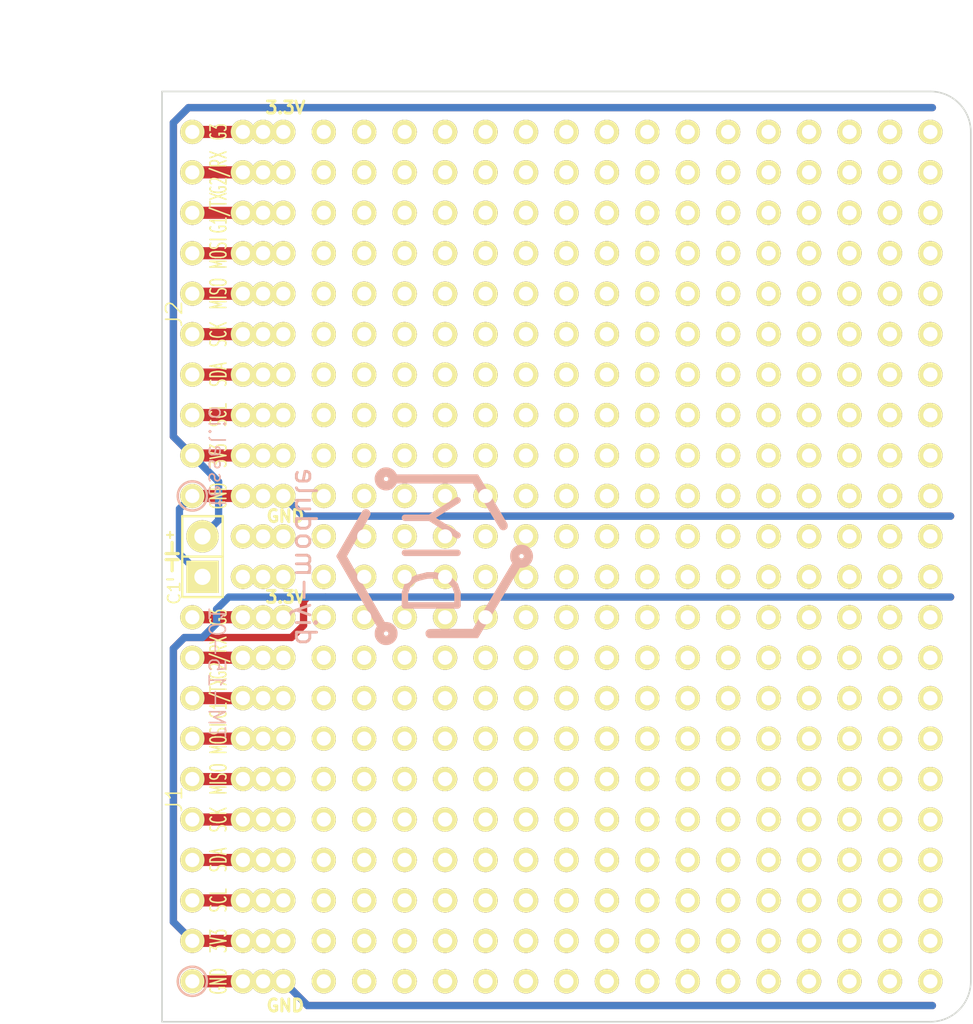
<source format=kicad_pcb>
(kicad_pcb (version 4) (host pcbnew "(2014-08-29 BZR 5106)-product")

  (general
    (links 66)
    (no_connects 34)
    (area 101.549999 68.529999 152.450001 127.050001)
    (thickness 1.6)
    (drawings 23)
    (tracks 73)
    (zones 0)
    (modules 23)
    (nets 375)
  )

  (page A4)
  (layers
    (0 F.Cu signal)
    (31 B.Cu signal)
    (32 B.Adhes user)
    (33 F.Adhes user)
    (34 B.Paste user)
    (35 F.Paste user)
    (36 B.SilkS user)
    (37 F.SilkS user)
    (38 B.Mask user)
    (39 F.Mask user)
    (40 Dwgs.User user)
    (41 Cmts.User user)
    (42 Eco1.User user)
    (43 Eco2.User user)
    (44 Edge.Cuts user)
    (45 Margin user hide)
    (46 B.CrtYd user hide)
    (47 F.CrtYd user hide)
    (48 B.Fab user hide)
    (49 F.Fab user hide)
  )

  (setup
    (last_trace_width 0.4572)
    (trace_clearance 0.2032)
    (zone_clearance 0.508)
    (zone_45_only no)
    (trace_min 0.254)
    (segment_width 0.2)
    (edge_width 0.1)
    (via_size 0.889)
    (via_drill 0.635)
    (via_min_size 0.889)
    (via_min_drill 0.508)
    (uvia_size 0.508)
    (uvia_drill 0.127)
    (uvias_allowed no)
    (uvia_min_size 0.508)
    (uvia_min_drill 0.127)
    (pcb_text_width 0.3)
    (pcb_text_size 1.5 1.5)
    (mod_edge_width 0.15)
    (mod_text_size 1 1)
    (mod_text_width 0.15)
    (pad_size 1.5 1.5)
    (pad_drill 0.6)
    (pad_to_mask_clearance 0.0762)
    (aux_axis_origin 101.6 127)
    (grid_origin 101.6 127)
    (visible_elements FFFFFF7F)
    (pcbplotparams
      (layerselection 0x010f0_80000001)
      (usegerberextensions false)
      (excludeedgelayer true)
      (linewidth 0.100000)
      (plotframeref false)
      (viasonmask false)
      (mode 1)
      (useauxorigin false)
      (hpglpennumber 1)
      (hpglpenspeed 20)
      (hpglpendiameter 15)
      (hpglpenoverlay 2)
      (psnegative false)
      (psa4output false)
      (plotreference true)
      (plotvalue true)
      (plotinvisibletext false)
      (padsonsilk false)
      (subtractmaskfromsilk true)
      (outputformat 1)
      (mirror false)
      (drillshape 0)
      (scaleselection 1)
      (outputdirectory gerbers/))
  )

  (net 0 "")
  (net 1 "Net-(J1-Pad1)")
  (net 2 "Net-(J1-Pad2)")
  (net 3 "Net-(J1-Pad3)")
  (net 4 "Net-(J1-Pad4)")
  (net 5 "Net-(J1-Pad5)")
  (net 6 "Net-(J1-Pad6)")
  (net 7 "Net-(J1-Pad7)")
  (net 8 "Net-(J1-Pad8)")
  (net 9 "Net-(J1-Pad9)")
  (net 10 "Net-(J1-Pad10)")
  (net 11 "Net-(J2-Pad3)")
  (net 12 "Net-(J2-Pad4)")
  (net 13 "Net-(J2-Pad5)")
  (net 14 "Net-(J2-Pad6)")
  (net 15 "Net-(J2-Pad7)")
  (net 16 "Net-(J2-Pad8)")
  (net 17 "Net-(J2-Pad9)")
  (net 18 "Net-(J2-Pad10)")
  (net 19 "Net-(P1-Pad1)")
  (net 20 "Net-(P1-Pad2)")
  (net 21 "Net-(P1-Pad3)")
  (net 22 "Net-(P1-Pad4)")
  (net 23 "Net-(P1-Pad5)")
  (net 24 "Net-(P1-Pad6)")
  (net 25 "Net-(P1-Pad7)")
  (net 26 "Net-(P1-Pad8)")
  (net 27 "Net-(P1-Pad9)")
  (net 28 "Net-(P1-Pad10)")
  (net 29 "Net-(P1-Pad11)")
  (net 30 "Net-(P1-Pad12)")
  (net 31 "Net-(P1-Pad13)")
  (net 32 "Net-(P1-Pad14)")
  (net 33 "Net-(P1-Pad15)")
  (net 34 "Net-(P1-Pad16)")
  (net 35 "Net-(P1-Pad17)")
  (net 36 "Net-(P1-Pad18)")
  (net 37 "Net-(P1-Pad19)")
  (net 38 "Net-(P1-Pad20)")
  (net 39 "Net-(P1-Pad21)")
  (net 40 "Net-(P1-Pad22)")
  (net 41 "Net-(P2-Pad1)")
  (net 42 "Net-(P2-Pad2)")
  (net 43 "Net-(P2-Pad3)")
  (net 44 "Net-(P2-Pad4)")
  (net 45 "Net-(P2-Pad5)")
  (net 46 "Net-(P2-Pad6)")
  (net 47 "Net-(P2-Pad7)")
  (net 48 "Net-(P2-Pad8)")
  (net 49 "Net-(P2-Pad9)")
  (net 50 "Net-(P2-Pad10)")
  (net 51 "Net-(P2-Pad11)")
  (net 52 "Net-(P2-Pad12)")
  (net 53 "Net-(P2-Pad13)")
  (net 54 "Net-(P2-Pad14)")
  (net 55 "Net-(P2-Pad15)")
  (net 56 "Net-(P2-Pad16)")
  (net 57 "Net-(P2-Pad17)")
  (net 58 "Net-(P2-Pad18)")
  (net 59 "Net-(P2-Pad19)")
  (net 60 "Net-(P2-Pad20)")
  (net 61 "Net-(P2-Pad21)")
  (net 62 "Net-(P2-Pad22)")
  (net 63 "Net-(P3-Pad11)")
  (net 64 "Net-(P3-Pad12)")
  (net 65 "Net-(P4-Pad1)")
  (net 66 "Net-(P4-Pad2)")
  (net 67 "Net-(P4-Pad3)")
  (net 68 "Net-(P4-Pad4)")
  (net 69 "Net-(P4-Pad5)")
  (net 70 "Net-(P4-Pad6)")
  (net 71 "Net-(P4-Pad7)")
  (net 72 "Net-(P4-Pad8)")
  (net 73 "Net-(P4-Pad9)")
  (net 74 "Net-(P4-Pad10)")
  (net 75 "Net-(P4-Pad11)")
  (net 76 "Net-(P4-Pad12)")
  (net 77 "Net-(P4-Pad13)")
  (net 78 "Net-(P4-Pad14)")
  (net 79 "Net-(P4-Pad15)")
  (net 80 "Net-(P4-Pad16)")
  (net 81 "Net-(P4-Pad17)")
  (net 82 "Net-(P4-Pad18)")
  (net 83 "Net-(P4-Pad19)")
  (net 84 "Net-(P4-Pad20)")
  (net 85 "Net-(P4-Pad21)")
  (net 86 "Net-(P4-Pad22)")
  (net 87 "Net-(P5-Pad1)")
  (net 88 "Net-(P5-Pad2)")
  (net 89 "Net-(P5-Pad3)")
  (net 90 "Net-(P5-Pad4)")
  (net 91 "Net-(P5-Pad5)")
  (net 92 "Net-(P5-Pad6)")
  (net 93 "Net-(P5-Pad7)")
  (net 94 "Net-(P5-Pad8)")
  (net 95 "Net-(P5-Pad9)")
  (net 96 "Net-(P5-Pad10)")
  (net 97 "Net-(P5-Pad11)")
  (net 98 "Net-(P5-Pad12)")
  (net 99 "Net-(P5-Pad13)")
  (net 100 "Net-(P5-Pad14)")
  (net 101 "Net-(P5-Pad15)")
  (net 102 "Net-(P5-Pad16)")
  (net 103 "Net-(P5-Pad17)")
  (net 104 "Net-(P5-Pad18)")
  (net 105 "Net-(P5-Pad19)")
  (net 106 "Net-(P5-Pad20)")
  (net 107 "Net-(P5-Pad21)")
  (net 108 "Net-(P5-Pad22)")
  (net 109 "Net-(P7-Pad1)")
  (net 110 "Net-(P7-Pad2)")
  (net 111 "Net-(P7-Pad3)")
  (net 112 "Net-(P7-Pad4)")
  (net 113 "Net-(P7-Pad5)")
  (net 114 "Net-(P7-Pad6)")
  (net 115 "Net-(P7-Pad7)")
  (net 116 "Net-(P7-Pad8)")
  (net 117 "Net-(P7-Pad9)")
  (net 118 "Net-(P7-Pad10)")
  (net 119 "Net-(P7-Pad11)")
  (net 120 "Net-(P7-Pad12)")
  (net 121 "Net-(P7-Pad13)")
  (net 122 "Net-(P7-Pad14)")
  (net 123 "Net-(P7-Pad15)")
  (net 124 "Net-(P7-Pad16)")
  (net 125 "Net-(P7-Pad17)")
  (net 126 "Net-(P7-Pad18)")
  (net 127 "Net-(P7-Pad19)")
  (net 128 "Net-(P7-Pad20)")
  (net 129 "Net-(P7-Pad21)")
  (net 130 "Net-(P7-Pad22)")
  (net 131 "Net-(P8-Pad1)")
  (net 132 "Net-(P8-Pad2)")
  (net 133 "Net-(P8-Pad3)")
  (net 134 "Net-(P8-Pad4)")
  (net 135 "Net-(P8-Pad5)")
  (net 136 "Net-(P8-Pad6)")
  (net 137 "Net-(P8-Pad7)")
  (net 138 "Net-(P8-Pad8)")
  (net 139 "Net-(P8-Pad9)")
  (net 140 "Net-(P8-Pad10)")
  (net 141 "Net-(P8-Pad11)")
  (net 142 "Net-(P8-Pad12)")
  (net 143 "Net-(P8-Pad13)")
  (net 144 "Net-(P8-Pad14)")
  (net 145 "Net-(P8-Pad15)")
  (net 146 "Net-(P8-Pad16)")
  (net 147 "Net-(P8-Pad17)")
  (net 148 "Net-(P8-Pad18)")
  (net 149 "Net-(P8-Pad19)")
  (net 150 "Net-(P8-Pad20)")
  (net 151 "Net-(P8-Pad21)")
  (net 152 "Net-(P8-Pad22)")
  (net 153 "Net-(P10-Pad1)")
  (net 154 "Net-(P10-Pad2)")
  (net 155 "Net-(P10-Pad3)")
  (net 156 "Net-(P10-Pad4)")
  (net 157 "Net-(P10-Pad5)")
  (net 158 "Net-(P10-Pad6)")
  (net 159 "Net-(P10-Pad7)")
  (net 160 "Net-(P10-Pad8)")
  (net 161 "Net-(P10-Pad9)")
  (net 162 "Net-(P10-Pad10)")
  (net 163 "Net-(P10-Pad11)")
  (net 164 "Net-(P10-Pad12)")
  (net 165 "Net-(P10-Pad13)")
  (net 166 "Net-(P10-Pad14)")
  (net 167 "Net-(P10-Pad15)")
  (net 168 "Net-(P10-Pad16)")
  (net 169 "Net-(P10-Pad17)")
  (net 170 "Net-(P10-Pad18)")
  (net 171 "Net-(P10-Pad19)")
  (net 172 "Net-(P10-Pad20)")
  (net 173 "Net-(P10-Pad21)")
  (net 174 "Net-(P10-Pad22)")
  (net 175 "Net-(P11-Pad1)")
  (net 176 "Net-(P11-Pad2)")
  (net 177 "Net-(P11-Pad3)")
  (net 178 "Net-(P11-Pad4)")
  (net 179 "Net-(P11-Pad5)")
  (net 180 "Net-(P11-Pad6)")
  (net 181 "Net-(P11-Pad7)")
  (net 182 "Net-(P11-Pad8)")
  (net 183 "Net-(P11-Pad9)")
  (net 184 "Net-(P11-Pad10)")
  (net 185 "Net-(P11-Pad11)")
  (net 186 "Net-(P11-Pad12)")
  (net 187 "Net-(P11-Pad13)")
  (net 188 "Net-(P11-Pad14)")
  (net 189 "Net-(P11-Pad15)")
  (net 190 "Net-(P11-Pad16)")
  (net 191 "Net-(P11-Pad17)")
  (net 192 "Net-(P11-Pad18)")
  (net 193 "Net-(P11-Pad19)")
  (net 194 "Net-(P11-Pad20)")
  (net 195 "Net-(P11-Pad21)")
  (net 196 "Net-(P11-Pad22)")
  (net 197 "Net-(P12-Pad1)")
  (net 198 "Net-(P12-Pad2)")
  (net 199 "Net-(P12-Pad3)")
  (net 200 "Net-(P12-Pad4)")
  (net 201 "Net-(P12-Pad5)")
  (net 202 "Net-(P12-Pad6)")
  (net 203 "Net-(P12-Pad7)")
  (net 204 "Net-(P12-Pad8)")
  (net 205 "Net-(P12-Pad9)")
  (net 206 "Net-(P12-Pad10)")
  (net 207 "Net-(P12-Pad11)")
  (net 208 "Net-(P12-Pad12)")
  (net 209 "Net-(P12-Pad13)")
  (net 210 "Net-(P12-Pad14)")
  (net 211 "Net-(P12-Pad15)")
  (net 212 "Net-(P12-Pad16)")
  (net 213 "Net-(P12-Pad17)")
  (net 214 "Net-(P12-Pad18)")
  (net 215 "Net-(P12-Pad19)")
  (net 216 "Net-(P12-Pad20)")
  (net 217 "Net-(P12-Pad21)")
  (net 218 "Net-(P12-Pad22)")
  (net 219 "Net-(P13-Pad1)")
  (net 220 "Net-(P13-Pad2)")
  (net 221 "Net-(P13-Pad3)")
  (net 222 "Net-(P13-Pad4)")
  (net 223 "Net-(P13-Pad5)")
  (net 224 "Net-(P13-Pad6)")
  (net 225 "Net-(P13-Pad7)")
  (net 226 "Net-(P13-Pad8)")
  (net 227 "Net-(P13-Pad9)")
  (net 228 "Net-(P13-Pad10)")
  (net 229 "Net-(P13-Pad11)")
  (net 230 "Net-(P13-Pad12)")
  (net 231 "Net-(P13-Pad13)")
  (net 232 "Net-(P13-Pad14)")
  (net 233 "Net-(P13-Pad15)")
  (net 234 "Net-(P13-Pad16)")
  (net 235 "Net-(P13-Pad17)")
  (net 236 "Net-(P13-Pad18)")
  (net 237 "Net-(P13-Pad19)")
  (net 238 "Net-(P13-Pad20)")
  (net 239 "Net-(P13-Pad21)")
  (net 240 "Net-(P13-Pad22)")
  (net 241 "Net-(P14-Pad1)")
  (net 242 "Net-(P14-Pad2)")
  (net 243 "Net-(P14-Pad3)")
  (net 244 "Net-(P14-Pad4)")
  (net 245 "Net-(P14-Pad5)")
  (net 246 "Net-(P14-Pad6)")
  (net 247 "Net-(P14-Pad7)")
  (net 248 "Net-(P14-Pad8)")
  (net 249 "Net-(P14-Pad9)")
  (net 250 "Net-(P14-Pad10)")
  (net 251 "Net-(P14-Pad11)")
  (net 252 "Net-(P14-Pad12)")
  (net 253 "Net-(P14-Pad13)")
  (net 254 "Net-(P14-Pad14)")
  (net 255 "Net-(P14-Pad15)")
  (net 256 "Net-(P14-Pad16)")
  (net 257 "Net-(P14-Pad17)")
  (net 258 "Net-(P14-Pad18)")
  (net 259 "Net-(P14-Pad19)")
  (net 260 "Net-(P14-Pad20)")
  (net 261 "Net-(P14-Pad21)")
  (net 262 "Net-(P14-Pad22)")
  (net 263 "Net-(P15-Pad1)")
  (net 264 "Net-(P15-Pad2)")
  (net 265 "Net-(P15-Pad3)")
  (net 266 "Net-(P15-Pad4)")
  (net 267 "Net-(P15-Pad5)")
  (net 268 "Net-(P15-Pad6)")
  (net 269 "Net-(P15-Pad7)")
  (net 270 "Net-(P15-Pad8)")
  (net 271 "Net-(P15-Pad9)")
  (net 272 "Net-(P15-Pad10)")
  (net 273 "Net-(P15-Pad11)")
  (net 274 "Net-(P15-Pad12)")
  (net 275 "Net-(P15-Pad13)")
  (net 276 "Net-(P15-Pad14)")
  (net 277 "Net-(P15-Pad15)")
  (net 278 "Net-(P15-Pad16)")
  (net 279 "Net-(P15-Pad17)")
  (net 280 "Net-(P15-Pad18)")
  (net 281 "Net-(P15-Pad19)")
  (net 282 "Net-(P15-Pad20)")
  (net 283 "Net-(P15-Pad21)")
  (net 284 "Net-(P15-Pad22)")
  (net 285 "Net-(P16-Pad1)")
  (net 286 "Net-(P16-Pad2)")
  (net 287 "Net-(P16-Pad3)")
  (net 288 "Net-(P16-Pad4)")
  (net 289 "Net-(P16-Pad5)")
  (net 290 "Net-(P16-Pad6)")
  (net 291 "Net-(P16-Pad7)")
  (net 292 "Net-(P16-Pad8)")
  (net 293 "Net-(P16-Pad9)")
  (net 294 "Net-(P16-Pad10)")
  (net 295 "Net-(P16-Pad11)")
  (net 296 "Net-(P16-Pad12)")
  (net 297 "Net-(P16-Pad13)")
  (net 298 "Net-(P16-Pad14)")
  (net 299 "Net-(P16-Pad15)")
  (net 300 "Net-(P16-Pad16)")
  (net 301 "Net-(P16-Pad17)")
  (net 302 "Net-(P16-Pad18)")
  (net 303 "Net-(P16-Pad19)")
  (net 304 "Net-(P16-Pad20)")
  (net 305 "Net-(P16-Pad21)")
  (net 306 "Net-(P16-Pad22)")
  (net 307 "Net-(P17-Pad1)")
  (net 308 "Net-(P17-Pad2)")
  (net 309 "Net-(P17-Pad3)")
  (net 310 "Net-(P17-Pad4)")
  (net 311 "Net-(P17-Pad5)")
  (net 312 "Net-(P17-Pad6)")
  (net 313 "Net-(P17-Pad7)")
  (net 314 "Net-(P17-Pad8)")
  (net 315 "Net-(P17-Pad9)")
  (net 316 "Net-(P17-Pad10)")
  (net 317 "Net-(P17-Pad11)")
  (net 318 "Net-(P17-Pad12)")
  (net 319 "Net-(P17-Pad13)")
  (net 320 "Net-(P17-Pad14)")
  (net 321 "Net-(P17-Pad15)")
  (net 322 "Net-(P17-Pad16)")
  (net 323 "Net-(P17-Pad17)")
  (net 324 "Net-(P17-Pad18)")
  (net 325 "Net-(P17-Pad19)")
  (net 326 "Net-(P17-Pad20)")
  (net 327 "Net-(P17-Pad21)")
  (net 328 "Net-(P17-Pad22)")
  (net 329 "Net-(P18-Pad1)")
  (net 330 "Net-(P18-Pad2)")
  (net 331 "Net-(P18-Pad3)")
  (net 332 "Net-(P18-Pad4)")
  (net 333 "Net-(P18-Pad5)")
  (net 334 "Net-(P18-Pad6)")
  (net 335 "Net-(P18-Pad7)")
  (net 336 "Net-(P18-Pad8)")
  (net 337 "Net-(P18-Pad9)")
  (net 338 "Net-(P18-Pad10)")
  (net 339 "Net-(P18-Pad11)")
  (net 340 "Net-(P18-Pad12)")
  (net 341 "Net-(P18-Pad13)")
  (net 342 "Net-(P18-Pad14)")
  (net 343 "Net-(P18-Pad15)")
  (net 344 "Net-(P18-Pad16)")
  (net 345 "Net-(P18-Pad17)")
  (net 346 "Net-(P18-Pad18)")
  (net 347 "Net-(P18-Pad19)")
  (net 348 "Net-(P18-Pad20)")
  (net 349 "Net-(P18-Pad21)")
  (net 350 "Net-(P18-Pad22)")
  (net 351 "Net-(P19-Pad1)")
  (net 352 "Net-(P19-Pad2)")
  (net 353 "Net-(P19-Pad3)")
  (net 354 "Net-(P19-Pad4)")
  (net 355 "Net-(P19-Pad5)")
  (net 356 "Net-(P19-Pad6)")
  (net 357 "Net-(P19-Pad7)")
  (net 358 "Net-(P19-Pad8)")
  (net 359 "Net-(P19-Pad9)")
  (net 360 "Net-(P19-Pad10)")
  (net 361 "Net-(P19-Pad11)")
  (net 362 "Net-(P19-Pad12)")
  (net 363 "Net-(P19-Pad13)")
  (net 364 "Net-(P19-Pad14)")
  (net 365 "Net-(P19-Pad15)")
  (net 366 "Net-(P19-Pad16)")
  (net 367 "Net-(P19-Pad17)")
  (net 368 "Net-(P19-Pad18)")
  (net 369 "Net-(P19-Pad19)")
  (net 370 "Net-(P19-Pad20)")
  (net 371 "Net-(P19-Pad21)")
  (net 372 "Net-(P19-Pad22)")
  (net 373 "Net-(C1-Pad1)")
  (net 374 "Net-(C1-Pad2)")

  (net_class Default "This is the default net class."
    (clearance 0.2032)
    (trace_width 0.4572)
    (via_dia 0.889)
    (via_drill 0.635)
    (uvia_dia 0.508)
    (uvia_drill 0.127)
    (add_net "Net-(C1-Pad1)")
    (add_net "Net-(C1-Pad2)")
    (add_net "Net-(J1-Pad1)")
    (add_net "Net-(J1-Pad10)")
    (add_net "Net-(J1-Pad2)")
    (add_net "Net-(J1-Pad3)")
    (add_net "Net-(J1-Pad4)")
    (add_net "Net-(J1-Pad5)")
    (add_net "Net-(J1-Pad6)")
    (add_net "Net-(J1-Pad7)")
    (add_net "Net-(J1-Pad8)")
    (add_net "Net-(J1-Pad9)")
    (add_net "Net-(J2-Pad10)")
    (add_net "Net-(J2-Pad3)")
    (add_net "Net-(J2-Pad4)")
    (add_net "Net-(J2-Pad5)")
    (add_net "Net-(J2-Pad6)")
    (add_net "Net-(J2-Pad7)")
    (add_net "Net-(J2-Pad8)")
    (add_net "Net-(J2-Pad9)")
    (add_net "Net-(P1-Pad1)")
    (add_net "Net-(P1-Pad10)")
    (add_net "Net-(P1-Pad11)")
    (add_net "Net-(P1-Pad12)")
    (add_net "Net-(P1-Pad13)")
    (add_net "Net-(P1-Pad14)")
    (add_net "Net-(P1-Pad15)")
    (add_net "Net-(P1-Pad16)")
    (add_net "Net-(P1-Pad17)")
    (add_net "Net-(P1-Pad18)")
    (add_net "Net-(P1-Pad19)")
    (add_net "Net-(P1-Pad2)")
    (add_net "Net-(P1-Pad20)")
    (add_net "Net-(P1-Pad21)")
    (add_net "Net-(P1-Pad22)")
    (add_net "Net-(P1-Pad3)")
    (add_net "Net-(P1-Pad4)")
    (add_net "Net-(P1-Pad5)")
    (add_net "Net-(P1-Pad6)")
    (add_net "Net-(P1-Pad7)")
    (add_net "Net-(P1-Pad8)")
    (add_net "Net-(P1-Pad9)")
    (add_net "Net-(P10-Pad1)")
    (add_net "Net-(P10-Pad10)")
    (add_net "Net-(P10-Pad11)")
    (add_net "Net-(P10-Pad12)")
    (add_net "Net-(P10-Pad13)")
    (add_net "Net-(P10-Pad14)")
    (add_net "Net-(P10-Pad15)")
    (add_net "Net-(P10-Pad16)")
    (add_net "Net-(P10-Pad17)")
    (add_net "Net-(P10-Pad18)")
    (add_net "Net-(P10-Pad19)")
    (add_net "Net-(P10-Pad2)")
    (add_net "Net-(P10-Pad20)")
    (add_net "Net-(P10-Pad21)")
    (add_net "Net-(P10-Pad22)")
    (add_net "Net-(P10-Pad3)")
    (add_net "Net-(P10-Pad4)")
    (add_net "Net-(P10-Pad5)")
    (add_net "Net-(P10-Pad6)")
    (add_net "Net-(P10-Pad7)")
    (add_net "Net-(P10-Pad8)")
    (add_net "Net-(P10-Pad9)")
    (add_net "Net-(P11-Pad1)")
    (add_net "Net-(P11-Pad10)")
    (add_net "Net-(P11-Pad11)")
    (add_net "Net-(P11-Pad12)")
    (add_net "Net-(P11-Pad13)")
    (add_net "Net-(P11-Pad14)")
    (add_net "Net-(P11-Pad15)")
    (add_net "Net-(P11-Pad16)")
    (add_net "Net-(P11-Pad17)")
    (add_net "Net-(P11-Pad18)")
    (add_net "Net-(P11-Pad19)")
    (add_net "Net-(P11-Pad2)")
    (add_net "Net-(P11-Pad20)")
    (add_net "Net-(P11-Pad21)")
    (add_net "Net-(P11-Pad22)")
    (add_net "Net-(P11-Pad3)")
    (add_net "Net-(P11-Pad4)")
    (add_net "Net-(P11-Pad5)")
    (add_net "Net-(P11-Pad6)")
    (add_net "Net-(P11-Pad7)")
    (add_net "Net-(P11-Pad8)")
    (add_net "Net-(P11-Pad9)")
    (add_net "Net-(P12-Pad1)")
    (add_net "Net-(P12-Pad10)")
    (add_net "Net-(P12-Pad11)")
    (add_net "Net-(P12-Pad12)")
    (add_net "Net-(P12-Pad13)")
    (add_net "Net-(P12-Pad14)")
    (add_net "Net-(P12-Pad15)")
    (add_net "Net-(P12-Pad16)")
    (add_net "Net-(P12-Pad17)")
    (add_net "Net-(P12-Pad18)")
    (add_net "Net-(P12-Pad19)")
    (add_net "Net-(P12-Pad2)")
    (add_net "Net-(P12-Pad20)")
    (add_net "Net-(P12-Pad21)")
    (add_net "Net-(P12-Pad22)")
    (add_net "Net-(P12-Pad3)")
    (add_net "Net-(P12-Pad4)")
    (add_net "Net-(P12-Pad5)")
    (add_net "Net-(P12-Pad6)")
    (add_net "Net-(P12-Pad7)")
    (add_net "Net-(P12-Pad8)")
    (add_net "Net-(P12-Pad9)")
    (add_net "Net-(P13-Pad1)")
    (add_net "Net-(P13-Pad10)")
    (add_net "Net-(P13-Pad11)")
    (add_net "Net-(P13-Pad12)")
    (add_net "Net-(P13-Pad13)")
    (add_net "Net-(P13-Pad14)")
    (add_net "Net-(P13-Pad15)")
    (add_net "Net-(P13-Pad16)")
    (add_net "Net-(P13-Pad17)")
    (add_net "Net-(P13-Pad18)")
    (add_net "Net-(P13-Pad19)")
    (add_net "Net-(P13-Pad2)")
    (add_net "Net-(P13-Pad20)")
    (add_net "Net-(P13-Pad21)")
    (add_net "Net-(P13-Pad22)")
    (add_net "Net-(P13-Pad3)")
    (add_net "Net-(P13-Pad4)")
    (add_net "Net-(P13-Pad5)")
    (add_net "Net-(P13-Pad6)")
    (add_net "Net-(P13-Pad7)")
    (add_net "Net-(P13-Pad8)")
    (add_net "Net-(P13-Pad9)")
    (add_net "Net-(P14-Pad1)")
    (add_net "Net-(P14-Pad10)")
    (add_net "Net-(P14-Pad11)")
    (add_net "Net-(P14-Pad12)")
    (add_net "Net-(P14-Pad13)")
    (add_net "Net-(P14-Pad14)")
    (add_net "Net-(P14-Pad15)")
    (add_net "Net-(P14-Pad16)")
    (add_net "Net-(P14-Pad17)")
    (add_net "Net-(P14-Pad18)")
    (add_net "Net-(P14-Pad19)")
    (add_net "Net-(P14-Pad2)")
    (add_net "Net-(P14-Pad20)")
    (add_net "Net-(P14-Pad21)")
    (add_net "Net-(P14-Pad22)")
    (add_net "Net-(P14-Pad3)")
    (add_net "Net-(P14-Pad4)")
    (add_net "Net-(P14-Pad5)")
    (add_net "Net-(P14-Pad6)")
    (add_net "Net-(P14-Pad7)")
    (add_net "Net-(P14-Pad8)")
    (add_net "Net-(P14-Pad9)")
    (add_net "Net-(P15-Pad1)")
    (add_net "Net-(P15-Pad10)")
    (add_net "Net-(P15-Pad11)")
    (add_net "Net-(P15-Pad12)")
    (add_net "Net-(P15-Pad13)")
    (add_net "Net-(P15-Pad14)")
    (add_net "Net-(P15-Pad15)")
    (add_net "Net-(P15-Pad16)")
    (add_net "Net-(P15-Pad17)")
    (add_net "Net-(P15-Pad18)")
    (add_net "Net-(P15-Pad19)")
    (add_net "Net-(P15-Pad2)")
    (add_net "Net-(P15-Pad20)")
    (add_net "Net-(P15-Pad21)")
    (add_net "Net-(P15-Pad22)")
    (add_net "Net-(P15-Pad3)")
    (add_net "Net-(P15-Pad4)")
    (add_net "Net-(P15-Pad5)")
    (add_net "Net-(P15-Pad6)")
    (add_net "Net-(P15-Pad7)")
    (add_net "Net-(P15-Pad8)")
    (add_net "Net-(P15-Pad9)")
    (add_net "Net-(P16-Pad1)")
    (add_net "Net-(P16-Pad10)")
    (add_net "Net-(P16-Pad11)")
    (add_net "Net-(P16-Pad12)")
    (add_net "Net-(P16-Pad13)")
    (add_net "Net-(P16-Pad14)")
    (add_net "Net-(P16-Pad15)")
    (add_net "Net-(P16-Pad16)")
    (add_net "Net-(P16-Pad17)")
    (add_net "Net-(P16-Pad18)")
    (add_net "Net-(P16-Pad19)")
    (add_net "Net-(P16-Pad2)")
    (add_net "Net-(P16-Pad20)")
    (add_net "Net-(P16-Pad21)")
    (add_net "Net-(P16-Pad22)")
    (add_net "Net-(P16-Pad3)")
    (add_net "Net-(P16-Pad4)")
    (add_net "Net-(P16-Pad5)")
    (add_net "Net-(P16-Pad6)")
    (add_net "Net-(P16-Pad7)")
    (add_net "Net-(P16-Pad8)")
    (add_net "Net-(P16-Pad9)")
    (add_net "Net-(P17-Pad1)")
    (add_net "Net-(P17-Pad10)")
    (add_net "Net-(P17-Pad11)")
    (add_net "Net-(P17-Pad12)")
    (add_net "Net-(P17-Pad13)")
    (add_net "Net-(P17-Pad14)")
    (add_net "Net-(P17-Pad15)")
    (add_net "Net-(P17-Pad16)")
    (add_net "Net-(P17-Pad17)")
    (add_net "Net-(P17-Pad18)")
    (add_net "Net-(P17-Pad19)")
    (add_net "Net-(P17-Pad2)")
    (add_net "Net-(P17-Pad20)")
    (add_net "Net-(P17-Pad21)")
    (add_net "Net-(P17-Pad22)")
    (add_net "Net-(P17-Pad3)")
    (add_net "Net-(P17-Pad4)")
    (add_net "Net-(P17-Pad5)")
    (add_net "Net-(P17-Pad6)")
    (add_net "Net-(P17-Pad7)")
    (add_net "Net-(P17-Pad8)")
    (add_net "Net-(P17-Pad9)")
    (add_net "Net-(P18-Pad1)")
    (add_net "Net-(P18-Pad10)")
    (add_net "Net-(P18-Pad11)")
    (add_net "Net-(P18-Pad12)")
    (add_net "Net-(P18-Pad13)")
    (add_net "Net-(P18-Pad14)")
    (add_net "Net-(P18-Pad15)")
    (add_net "Net-(P18-Pad16)")
    (add_net "Net-(P18-Pad17)")
    (add_net "Net-(P18-Pad18)")
    (add_net "Net-(P18-Pad19)")
    (add_net "Net-(P18-Pad2)")
    (add_net "Net-(P18-Pad20)")
    (add_net "Net-(P18-Pad21)")
    (add_net "Net-(P18-Pad22)")
    (add_net "Net-(P18-Pad3)")
    (add_net "Net-(P18-Pad4)")
    (add_net "Net-(P18-Pad5)")
    (add_net "Net-(P18-Pad6)")
    (add_net "Net-(P18-Pad7)")
    (add_net "Net-(P18-Pad8)")
    (add_net "Net-(P18-Pad9)")
    (add_net "Net-(P19-Pad1)")
    (add_net "Net-(P19-Pad10)")
    (add_net "Net-(P19-Pad11)")
    (add_net "Net-(P19-Pad12)")
    (add_net "Net-(P19-Pad13)")
    (add_net "Net-(P19-Pad14)")
    (add_net "Net-(P19-Pad15)")
    (add_net "Net-(P19-Pad16)")
    (add_net "Net-(P19-Pad17)")
    (add_net "Net-(P19-Pad18)")
    (add_net "Net-(P19-Pad19)")
    (add_net "Net-(P19-Pad2)")
    (add_net "Net-(P19-Pad20)")
    (add_net "Net-(P19-Pad21)")
    (add_net "Net-(P19-Pad22)")
    (add_net "Net-(P19-Pad3)")
    (add_net "Net-(P19-Pad4)")
    (add_net "Net-(P19-Pad5)")
    (add_net "Net-(P19-Pad6)")
    (add_net "Net-(P19-Pad7)")
    (add_net "Net-(P19-Pad8)")
    (add_net "Net-(P19-Pad9)")
    (add_net "Net-(P2-Pad1)")
    (add_net "Net-(P2-Pad10)")
    (add_net "Net-(P2-Pad11)")
    (add_net "Net-(P2-Pad12)")
    (add_net "Net-(P2-Pad13)")
    (add_net "Net-(P2-Pad14)")
    (add_net "Net-(P2-Pad15)")
    (add_net "Net-(P2-Pad16)")
    (add_net "Net-(P2-Pad17)")
    (add_net "Net-(P2-Pad18)")
    (add_net "Net-(P2-Pad19)")
    (add_net "Net-(P2-Pad2)")
    (add_net "Net-(P2-Pad20)")
    (add_net "Net-(P2-Pad21)")
    (add_net "Net-(P2-Pad22)")
    (add_net "Net-(P2-Pad3)")
    (add_net "Net-(P2-Pad4)")
    (add_net "Net-(P2-Pad5)")
    (add_net "Net-(P2-Pad6)")
    (add_net "Net-(P2-Pad7)")
    (add_net "Net-(P2-Pad8)")
    (add_net "Net-(P2-Pad9)")
    (add_net "Net-(P3-Pad11)")
    (add_net "Net-(P3-Pad12)")
    (add_net "Net-(P4-Pad1)")
    (add_net "Net-(P4-Pad10)")
    (add_net "Net-(P4-Pad11)")
    (add_net "Net-(P4-Pad12)")
    (add_net "Net-(P4-Pad13)")
    (add_net "Net-(P4-Pad14)")
    (add_net "Net-(P4-Pad15)")
    (add_net "Net-(P4-Pad16)")
    (add_net "Net-(P4-Pad17)")
    (add_net "Net-(P4-Pad18)")
    (add_net "Net-(P4-Pad19)")
    (add_net "Net-(P4-Pad2)")
    (add_net "Net-(P4-Pad20)")
    (add_net "Net-(P4-Pad21)")
    (add_net "Net-(P4-Pad22)")
    (add_net "Net-(P4-Pad3)")
    (add_net "Net-(P4-Pad4)")
    (add_net "Net-(P4-Pad5)")
    (add_net "Net-(P4-Pad6)")
    (add_net "Net-(P4-Pad7)")
    (add_net "Net-(P4-Pad8)")
    (add_net "Net-(P4-Pad9)")
    (add_net "Net-(P5-Pad1)")
    (add_net "Net-(P5-Pad10)")
    (add_net "Net-(P5-Pad11)")
    (add_net "Net-(P5-Pad12)")
    (add_net "Net-(P5-Pad13)")
    (add_net "Net-(P5-Pad14)")
    (add_net "Net-(P5-Pad15)")
    (add_net "Net-(P5-Pad16)")
    (add_net "Net-(P5-Pad17)")
    (add_net "Net-(P5-Pad18)")
    (add_net "Net-(P5-Pad19)")
    (add_net "Net-(P5-Pad2)")
    (add_net "Net-(P5-Pad20)")
    (add_net "Net-(P5-Pad21)")
    (add_net "Net-(P5-Pad22)")
    (add_net "Net-(P5-Pad3)")
    (add_net "Net-(P5-Pad4)")
    (add_net "Net-(P5-Pad5)")
    (add_net "Net-(P5-Pad6)")
    (add_net "Net-(P5-Pad7)")
    (add_net "Net-(P5-Pad8)")
    (add_net "Net-(P5-Pad9)")
    (add_net "Net-(P7-Pad1)")
    (add_net "Net-(P7-Pad10)")
    (add_net "Net-(P7-Pad11)")
    (add_net "Net-(P7-Pad12)")
    (add_net "Net-(P7-Pad13)")
    (add_net "Net-(P7-Pad14)")
    (add_net "Net-(P7-Pad15)")
    (add_net "Net-(P7-Pad16)")
    (add_net "Net-(P7-Pad17)")
    (add_net "Net-(P7-Pad18)")
    (add_net "Net-(P7-Pad19)")
    (add_net "Net-(P7-Pad2)")
    (add_net "Net-(P7-Pad20)")
    (add_net "Net-(P7-Pad21)")
    (add_net "Net-(P7-Pad22)")
    (add_net "Net-(P7-Pad3)")
    (add_net "Net-(P7-Pad4)")
    (add_net "Net-(P7-Pad5)")
    (add_net "Net-(P7-Pad6)")
    (add_net "Net-(P7-Pad7)")
    (add_net "Net-(P7-Pad8)")
    (add_net "Net-(P7-Pad9)")
    (add_net "Net-(P8-Pad1)")
    (add_net "Net-(P8-Pad10)")
    (add_net "Net-(P8-Pad11)")
    (add_net "Net-(P8-Pad12)")
    (add_net "Net-(P8-Pad13)")
    (add_net "Net-(P8-Pad14)")
    (add_net "Net-(P8-Pad15)")
    (add_net "Net-(P8-Pad16)")
    (add_net "Net-(P8-Pad17)")
    (add_net "Net-(P8-Pad18)")
    (add_net "Net-(P8-Pad19)")
    (add_net "Net-(P8-Pad2)")
    (add_net "Net-(P8-Pad20)")
    (add_net "Net-(P8-Pad21)")
    (add_net "Net-(P8-Pad22)")
    (add_net "Net-(P8-Pad3)")
    (add_net "Net-(P8-Pad4)")
    (add_net "Net-(P8-Pad5)")
    (add_net "Net-(P8-Pad6)")
    (add_net "Net-(P8-Pad7)")
    (add_net "Net-(P8-Pad8)")
    (add_net "Net-(P8-Pad9)")
  )

  (module parts:MODULE_HEADER_MODULE (layer F.Cu) (tedit 54404A6C) (tstamp 544041BB)
    (at 103.505 113.03 90)
    (path /544047F0)
    (fp_text reference J1 (at 0 -1.143 90) (layer F.SilkS)
      (effects (font (size 1 1) (thickness 0.1)))
    )
    (fp_text value MODULE_HEADER (at -13.97 0 90) (layer F.SilkS) hide
      (effects (font (size 1 1) (thickness 0.1)))
    )
    (fp_circle (center -11.43 0) (end -10.668 -0.508) (layer B.SilkS) (width 0.15))
    (fp_circle (center -11.43 0) (end -10.668 -0.508) (layer F.SilkS) (width 0.15))
    (fp_text user G3 (at 11.43 1.651 90) (layer F.SilkS)
      (effects (font (size 1 0.55) (thickness 0.1)))
    )
    (fp_text user G2/RX (at 8.89 1.651 90) (layer F.SilkS)
      (effects (font (size 1 0.55) (thickness 0.1)))
    )
    (fp_text user G1/TX (at 6.35 1.651 90) (layer F.SilkS)
      (effects (font (size 1 0.55) (thickness 0.1)))
    )
    (fp_text user MOSI (at 3.81 1.651 90) (layer F.SilkS)
      (effects (font (size 1 0.55) (thickness 0.1)))
    )
    (fp_text user MISO (at 1.27 1.651 90) (layer F.SilkS)
      (effects (font (size 1 0.55) (thickness 0.1)))
    )
    (fp_text user SCK (at -1.27 1.651 90) (layer F.SilkS)
      (effects (font (size 1 0.55) (thickness 0.1)))
    )
    (fp_text user SDA (at -3.81 1.651 90) (layer F.SilkS)
      (effects (font (size 1 0.55) (thickness 0.1)))
    )
    (fp_text user SCL (at -6.35 1.651 90) (layer F.SilkS)
      (effects (font (size 1 0.55) (thickness 0.1)))
    )
    (fp_text user 3V3 (at -8.89 1.651 90) (layer F.SilkS)
      (effects (font (size 1 0.55) (thickness 0.1)))
    )
    (fp_text user GND (at -11.43 1.651 90) (layer F.SilkS)
      (effects (font (size 1 0.55) (thickness 0.1)))
    )
    (pad 1 thru_hole circle (at -11.43 0 90) (size 1.524 1.524) (drill 0.889) (layers *.Cu *.Mask F.SilkS)
      (net 1 "Net-(J1-Pad1)"))
    (pad 2 thru_hole circle (at -8.89 0 90) (size 1.524 1.524) (drill 0.889) (layers *.Cu *.Mask F.SilkS)
      (net 2 "Net-(J1-Pad2)"))
    (pad 3 thru_hole circle (at -6.35 0 90) (size 1.524 1.524) (drill 0.889) (layers *.Cu *.Mask F.SilkS)
      (net 3 "Net-(J1-Pad3)"))
    (pad 4 thru_hole circle (at -3.81 0 90) (size 1.524 1.524) (drill 0.889) (layers *.Cu *.Mask F.SilkS)
      (net 4 "Net-(J1-Pad4)"))
    (pad 5 thru_hole circle (at -1.27 0 90) (size 1.524 1.524) (drill 0.889) (layers *.Cu *.Mask F.SilkS)
      (net 5 "Net-(J1-Pad5)"))
    (pad 6 thru_hole circle (at 1.27 0 90) (size 1.524 1.524) (drill 0.889) (layers *.Cu *.Mask F.SilkS)
      (net 6 "Net-(J1-Pad6)"))
    (pad 7 thru_hole circle (at 3.81 0 90) (size 1.524 1.524) (drill 0.889) (layers *.Cu *.Mask F.SilkS)
      (net 7 "Net-(J1-Pad7)"))
    (pad 8 thru_hole circle (at 6.35 0 90) (size 1.524 1.524) (drill 0.889) (layers *.Cu *.Mask F.SilkS)
      (net 8 "Net-(J1-Pad8)"))
    (pad 9 thru_hole circle (at 8.89 0 90) (size 1.524 1.524) (drill 0.889) (layers *.Cu *.Mask F.SilkS)
      (net 9 "Net-(J1-Pad9)"))
    (pad 10 thru_hole circle (at 11.43 0 90) (size 1.524 1.524) (drill 0.889) (layers *.Cu *.Mask F.SilkS)
      (net 10 "Net-(J1-Pad10)"))
  )

  (module parts:MODULE_HEADER_MODULE (layer F.Cu) (tedit 54404A73) (tstamp 544041D5)
    (at 103.505 82.55 90)
    (path /544051C1)
    (fp_text reference J2 (at 0 -1.143 90) (layer F.SilkS)
      (effects (font (size 1 1) (thickness 0.1)))
    )
    (fp_text value MODULE_HEADER (at -13.97 0 90) (layer F.SilkS) hide
      (effects (font (size 1 1) (thickness 0.1)))
    )
    (fp_circle (center -11.43 0) (end -10.668 -0.508) (layer B.SilkS) (width 0.15))
    (fp_circle (center -11.43 0) (end -10.668 -0.508) (layer F.SilkS) (width 0.15))
    (fp_text user G3 (at 11.43 1.651 90) (layer F.SilkS)
      (effects (font (size 1 0.55) (thickness 0.1)))
    )
    (fp_text user G2/RX (at 8.89 1.651 90) (layer F.SilkS)
      (effects (font (size 1 0.55) (thickness 0.1)))
    )
    (fp_text user G1/TX (at 6.35 1.651 90) (layer F.SilkS)
      (effects (font (size 1 0.55) (thickness 0.1)))
    )
    (fp_text user MOSI (at 3.81 1.651 90) (layer F.SilkS)
      (effects (font (size 1 0.55) (thickness 0.1)))
    )
    (fp_text user MISO (at 1.27 1.651 90) (layer F.SilkS)
      (effects (font (size 1 0.55) (thickness 0.1)))
    )
    (fp_text user SCK (at -1.27 1.651 90) (layer F.SilkS)
      (effects (font (size 1 0.55) (thickness 0.1)))
    )
    (fp_text user SDA (at -3.81 1.651 90) (layer F.SilkS)
      (effects (font (size 1 0.55) (thickness 0.1)))
    )
    (fp_text user SCL (at -6.35 1.651 90) (layer F.SilkS)
      (effects (font (size 1 0.55) (thickness 0.1)))
    )
    (fp_text user 3V3 (at -8.89 1.651 90) (layer F.SilkS)
      (effects (font (size 1 0.55) (thickness 0.1)))
    )
    (fp_text user GND (at -11.43 1.651 90) (layer F.SilkS)
      (effects (font (size 1 0.55) (thickness 0.1)))
    )
    (pad 1 thru_hole circle (at -11.43 0 90) (size 1.524 1.524) (drill 0.889) (layers *.Cu *.Mask F.SilkS)
      (net 373 "Net-(C1-Pad1)"))
    (pad 2 thru_hole circle (at -8.89 0 90) (size 1.524 1.524) (drill 0.889) (layers *.Cu *.Mask F.SilkS)
      (net 374 "Net-(C1-Pad2)"))
    (pad 3 thru_hole circle (at -6.35 0 90) (size 1.524 1.524) (drill 0.889) (layers *.Cu *.Mask F.SilkS)
      (net 11 "Net-(J2-Pad3)"))
    (pad 4 thru_hole circle (at -3.81 0 90) (size 1.524 1.524) (drill 0.889) (layers *.Cu *.Mask F.SilkS)
      (net 12 "Net-(J2-Pad4)"))
    (pad 5 thru_hole circle (at -1.27 0 90) (size 1.524 1.524) (drill 0.889) (layers *.Cu *.Mask F.SilkS)
      (net 13 "Net-(J2-Pad5)"))
    (pad 6 thru_hole circle (at 1.27 0 90) (size 1.524 1.524) (drill 0.889) (layers *.Cu *.Mask F.SilkS)
      (net 14 "Net-(J2-Pad6)"))
    (pad 7 thru_hole circle (at 3.81 0 90) (size 1.524 1.524) (drill 0.889) (layers *.Cu *.Mask F.SilkS)
      (net 15 "Net-(J2-Pad7)"))
    (pad 8 thru_hole circle (at 6.35 0 90) (size 1.524 1.524) (drill 0.889) (layers *.Cu *.Mask F.SilkS)
      (net 16 "Net-(J2-Pad8)"))
    (pad 9 thru_hole circle (at 8.89 0 90) (size 1.524 1.524) (drill 0.889) (layers *.Cu *.Mask F.SilkS)
      (net 17 "Net-(J2-Pad9)"))
    (pad 10 thru_hole circle (at 11.43 0 90) (size 1.524 1.524) (drill 0.889) (layers *.Cu *.Mask F.SilkS)
      (net 18 "Net-(J2-Pad10)"))
  )

  (module parts:1x22 (layer F.Cu) (tedit 54403CA9) (tstamp 544041EF)
    (at 111.76 97.79 90)
    (path /54405F5C)
    (fp_text reference P1 (at 0 0 90) (layer F.SilkS) hide
      (effects (font (size 1.5 1.5) (thickness 0.15)))
    )
    (fp_text value CONN_01X22 (at 0 0 90) (layer F.SilkS) hide
      (effects (font (size 1.5 1.5) (thickness 0.15)))
    )
    (pad 1 thru_hole circle (at -26.67 0 90) (size 1.524 1.524) (drill 0.889) (layers *.Cu *.Mask F.SilkS)
      (net 19 "Net-(P1-Pad1)"))
    (pad 2 thru_hole circle (at -24.13 0 90) (size 1.524 1.524) (drill 0.889) (layers *.Cu *.Mask F.SilkS)
      (net 20 "Net-(P1-Pad2)"))
    (pad 3 thru_hole circle (at -21.59 0 90) (size 1.524 1.524) (drill 0.889) (layers *.Cu *.Mask F.SilkS)
      (net 21 "Net-(P1-Pad3)"))
    (pad 4 thru_hole circle (at -19.05 0 90) (size 1.524 1.524) (drill 0.889) (layers *.Cu *.Mask F.SilkS)
      (net 22 "Net-(P1-Pad4)"))
    (pad 5 thru_hole circle (at -16.51 0 90) (size 1.524 1.524) (drill 0.889) (layers *.Cu *.Mask F.SilkS)
      (net 23 "Net-(P1-Pad5)"))
    (pad 6 thru_hole circle (at -13.97 0 90) (size 1.524 1.524) (drill 0.889) (layers *.Cu *.Mask F.SilkS)
      (net 24 "Net-(P1-Pad6)"))
    (pad 7 thru_hole circle (at -11.43 0 90) (size 1.524 1.524) (drill 0.889) (layers *.Cu *.Mask F.SilkS)
      (net 25 "Net-(P1-Pad7)"))
    (pad 8 thru_hole circle (at -8.89 0 90) (size 1.524 1.524) (drill 0.889) (layers *.Cu *.Mask F.SilkS)
      (net 26 "Net-(P1-Pad8)"))
    (pad 9 thru_hole circle (at -6.35 0 90) (size 1.524 1.524) (drill 0.889) (layers *.Cu *.Mask F.SilkS)
      (net 27 "Net-(P1-Pad9)"))
    (pad 10 thru_hole circle (at -3.81 0 90) (size 1.524 1.524) (drill 0.889) (layers *.Cu *.Mask F.SilkS)
      (net 28 "Net-(P1-Pad10)"))
    (pad 11 thru_hole circle (at -1.27 0 90) (size 1.524 1.524) (drill 0.889) (layers *.Cu *.Mask F.SilkS)
      (net 29 "Net-(P1-Pad11)"))
    (pad 12 thru_hole circle (at 1.27 0 90) (size 1.524 1.524) (drill 0.889) (layers *.Cu *.Mask F.SilkS)
      (net 30 "Net-(P1-Pad12)"))
    (pad 13 thru_hole circle (at 3.81 0 90) (size 1.524 1.524) (drill 0.889) (layers *.Cu *.Mask F.SilkS)
      (net 31 "Net-(P1-Pad13)"))
    (pad 14 thru_hole circle (at 6.35 0 90) (size 1.524 1.524) (drill 0.889) (layers *.Cu *.Mask F.SilkS)
      (net 32 "Net-(P1-Pad14)"))
    (pad 15 thru_hole circle (at 8.89 0 90) (size 1.524 1.524) (drill 0.889) (layers *.Cu *.Mask F.SilkS)
      (net 33 "Net-(P1-Pad15)"))
    (pad 16 thru_hole circle (at 11.43 0 90) (size 1.524 1.524) (drill 0.889) (layers *.Cu *.Mask F.SilkS)
      (net 34 "Net-(P1-Pad16)"))
    (pad 17 thru_hole circle (at 13.97 0 90) (size 1.524 1.524) (drill 0.889) (layers *.Cu *.Mask F.SilkS)
      (net 35 "Net-(P1-Pad17)"))
    (pad 18 thru_hole circle (at 16.51 0 90) (size 1.524 1.524) (drill 0.889) (layers *.Cu *.Mask F.SilkS)
      (net 36 "Net-(P1-Pad18)"))
    (pad 19 thru_hole circle (at 19.05 0 90) (size 1.524 1.524) (drill 0.889) (layers *.Cu *.Mask F.SilkS)
      (net 37 "Net-(P1-Pad19)"))
    (pad 20 thru_hole circle (at 21.59 0 90) (size 1.524 1.524) (drill 0.889) (layers *.Cu *.Mask F.SilkS)
      (net 38 "Net-(P1-Pad20)"))
    (pad 21 thru_hole circle (at 24.13 0 90) (size 1.524 1.524) (drill 0.889) (layers *.Cu *.Mask F.SilkS)
      (net 39 "Net-(P1-Pad21)"))
    (pad 22 thru_hole circle (at 26.67 0 90) (size 1.524 1.524) (drill 0.889) (layers *.Cu *.Mask F.SilkS)
      (net 40 "Net-(P1-Pad22)"))
  )

  (module parts:1x22 (layer F.Cu) (tedit 54403CA9) (tstamp 54404209)
    (at 114.3 97.79 90)
    (path /5440600F)
    (fp_text reference P2 (at 0 0 90) (layer F.SilkS) hide
      (effects (font (size 1.5 1.5) (thickness 0.15)))
    )
    (fp_text value CONN_01X22 (at 0 0 90) (layer F.SilkS) hide
      (effects (font (size 1.5 1.5) (thickness 0.15)))
    )
    (pad 1 thru_hole circle (at -26.67 0 90) (size 1.524 1.524) (drill 0.889) (layers *.Cu *.Mask F.SilkS)
      (net 41 "Net-(P2-Pad1)"))
    (pad 2 thru_hole circle (at -24.13 0 90) (size 1.524 1.524) (drill 0.889) (layers *.Cu *.Mask F.SilkS)
      (net 42 "Net-(P2-Pad2)"))
    (pad 3 thru_hole circle (at -21.59 0 90) (size 1.524 1.524) (drill 0.889) (layers *.Cu *.Mask F.SilkS)
      (net 43 "Net-(P2-Pad3)"))
    (pad 4 thru_hole circle (at -19.05 0 90) (size 1.524 1.524) (drill 0.889) (layers *.Cu *.Mask F.SilkS)
      (net 44 "Net-(P2-Pad4)"))
    (pad 5 thru_hole circle (at -16.51 0 90) (size 1.524 1.524) (drill 0.889) (layers *.Cu *.Mask F.SilkS)
      (net 45 "Net-(P2-Pad5)"))
    (pad 6 thru_hole circle (at -13.97 0 90) (size 1.524 1.524) (drill 0.889) (layers *.Cu *.Mask F.SilkS)
      (net 46 "Net-(P2-Pad6)"))
    (pad 7 thru_hole circle (at -11.43 0 90) (size 1.524 1.524) (drill 0.889) (layers *.Cu *.Mask F.SilkS)
      (net 47 "Net-(P2-Pad7)"))
    (pad 8 thru_hole circle (at -8.89 0 90) (size 1.524 1.524) (drill 0.889) (layers *.Cu *.Mask F.SilkS)
      (net 48 "Net-(P2-Pad8)"))
    (pad 9 thru_hole circle (at -6.35 0 90) (size 1.524 1.524) (drill 0.889) (layers *.Cu *.Mask F.SilkS)
      (net 49 "Net-(P2-Pad9)"))
    (pad 10 thru_hole circle (at -3.81 0 90) (size 1.524 1.524) (drill 0.889) (layers *.Cu *.Mask F.SilkS)
      (net 50 "Net-(P2-Pad10)"))
    (pad 11 thru_hole circle (at -1.27 0 90) (size 1.524 1.524) (drill 0.889) (layers *.Cu *.Mask F.SilkS)
      (net 51 "Net-(P2-Pad11)"))
    (pad 12 thru_hole circle (at 1.27 0 90) (size 1.524 1.524) (drill 0.889) (layers *.Cu *.Mask F.SilkS)
      (net 52 "Net-(P2-Pad12)"))
    (pad 13 thru_hole circle (at 3.81 0 90) (size 1.524 1.524) (drill 0.889) (layers *.Cu *.Mask F.SilkS)
      (net 53 "Net-(P2-Pad13)"))
    (pad 14 thru_hole circle (at 6.35 0 90) (size 1.524 1.524) (drill 0.889) (layers *.Cu *.Mask F.SilkS)
      (net 54 "Net-(P2-Pad14)"))
    (pad 15 thru_hole circle (at 8.89 0 90) (size 1.524 1.524) (drill 0.889) (layers *.Cu *.Mask F.SilkS)
      (net 55 "Net-(P2-Pad15)"))
    (pad 16 thru_hole circle (at 11.43 0 90) (size 1.524 1.524) (drill 0.889) (layers *.Cu *.Mask F.SilkS)
      (net 56 "Net-(P2-Pad16)"))
    (pad 17 thru_hole circle (at 13.97 0 90) (size 1.524 1.524) (drill 0.889) (layers *.Cu *.Mask F.SilkS)
      (net 57 "Net-(P2-Pad17)"))
    (pad 18 thru_hole circle (at 16.51 0 90) (size 1.524 1.524) (drill 0.889) (layers *.Cu *.Mask F.SilkS)
      (net 58 "Net-(P2-Pad18)"))
    (pad 19 thru_hole circle (at 19.05 0 90) (size 1.524 1.524) (drill 0.889) (layers *.Cu *.Mask F.SilkS)
      (net 59 "Net-(P2-Pad19)"))
    (pad 20 thru_hole circle (at 21.59 0 90) (size 1.524 1.524) (drill 0.889) (layers *.Cu *.Mask F.SilkS)
      (net 60 "Net-(P2-Pad20)"))
    (pad 21 thru_hole circle (at 24.13 0 90) (size 1.524 1.524) (drill 0.889) (layers *.Cu *.Mask F.SilkS)
      (net 61 "Net-(P2-Pad21)"))
    (pad 22 thru_hole circle (at 26.67 0 90) (size 1.524 1.524) (drill 0.889) (layers *.Cu *.Mask F.SilkS)
      (net 62 "Net-(P2-Pad22)"))
  )

  (module parts:1x22 (layer F.Cu) (tedit 54403CA9) (tstamp 54404223)
    (at 109.22 97.79 90)
    (path /5440732D)
    (fp_text reference P3 (at 0 0 90) (layer F.SilkS) hide
      (effects (font (size 1.5 1.5) (thickness 0.15)))
    )
    (fp_text value CONN_01X22 (at 0 0 90) (layer F.SilkS) hide
      (effects (font (size 1.5 1.5) (thickness 0.15)))
    )
    (pad 1 thru_hole circle (at -26.67 0 90) (size 1.524 1.524) (drill 0.889) (layers *.Cu *.Mask F.SilkS)
      (net 1 "Net-(J1-Pad1)"))
    (pad 2 thru_hole circle (at -24.13 0 90) (size 1.524 1.524) (drill 0.889) (layers *.Cu *.Mask F.SilkS)
      (net 2 "Net-(J1-Pad2)"))
    (pad 3 thru_hole circle (at -21.59 0 90) (size 1.524 1.524) (drill 0.889) (layers *.Cu *.Mask F.SilkS)
      (net 3 "Net-(J1-Pad3)"))
    (pad 4 thru_hole circle (at -19.05 0 90) (size 1.524 1.524) (drill 0.889) (layers *.Cu *.Mask F.SilkS)
      (net 4 "Net-(J1-Pad4)"))
    (pad 5 thru_hole circle (at -16.51 0 90) (size 1.524 1.524) (drill 0.889) (layers *.Cu *.Mask F.SilkS)
      (net 5 "Net-(J1-Pad5)"))
    (pad 6 thru_hole circle (at -13.97 0 90) (size 1.524 1.524) (drill 0.889) (layers *.Cu *.Mask F.SilkS)
      (net 6 "Net-(J1-Pad6)"))
    (pad 7 thru_hole circle (at -11.43 0 90) (size 1.524 1.524) (drill 0.889) (layers *.Cu *.Mask F.SilkS)
      (net 7 "Net-(J1-Pad7)"))
    (pad 8 thru_hole circle (at -8.89 0 90) (size 1.524 1.524) (drill 0.889) (layers *.Cu *.Mask F.SilkS)
      (net 8 "Net-(J1-Pad8)"))
    (pad 9 thru_hole circle (at -6.35 0 90) (size 1.524 1.524) (drill 0.889) (layers *.Cu *.Mask F.SilkS)
      (net 9 "Net-(J1-Pad9)"))
    (pad 10 thru_hole circle (at -3.81 0 90) (size 1.524 1.524) (drill 0.889) (layers *.Cu *.Mask F.SilkS)
      (net 10 "Net-(J1-Pad10)"))
    (pad 11 thru_hole circle (at -1.27 0 90) (size 1.524 1.524) (drill 0.889) (layers *.Cu *.Mask F.SilkS)
      (net 63 "Net-(P3-Pad11)"))
    (pad 12 thru_hole circle (at 1.27 0 90) (size 1.524 1.524) (drill 0.889) (layers *.Cu *.Mask F.SilkS)
      (net 64 "Net-(P3-Pad12)"))
    (pad 13 thru_hole circle (at 3.81 0 90) (size 1.524 1.524) (drill 0.889) (layers *.Cu *.Mask F.SilkS)
      (net 373 "Net-(C1-Pad1)"))
    (pad 14 thru_hole circle (at 6.35 0 90) (size 1.524 1.524) (drill 0.889) (layers *.Cu *.Mask F.SilkS)
      (net 374 "Net-(C1-Pad2)"))
    (pad 15 thru_hole circle (at 8.89 0 90) (size 1.524 1.524) (drill 0.889) (layers *.Cu *.Mask F.SilkS)
      (net 11 "Net-(J2-Pad3)"))
    (pad 16 thru_hole circle (at 11.43 0 90) (size 1.524 1.524) (drill 0.889) (layers *.Cu *.Mask F.SilkS)
      (net 12 "Net-(J2-Pad4)"))
    (pad 17 thru_hole circle (at 13.97 0 90) (size 1.524 1.524) (drill 0.889) (layers *.Cu *.Mask F.SilkS)
      (net 13 "Net-(J2-Pad5)"))
    (pad 18 thru_hole circle (at 16.51 0 90) (size 1.524 1.524) (drill 0.889) (layers *.Cu *.Mask F.SilkS)
      (net 14 "Net-(J2-Pad6)"))
    (pad 19 thru_hole circle (at 19.05 0 90) (size 1.524 1.524) (drill 0.889) (layers *.Cu *.Mask F.SilkS)
      (net 15 "Net-(J2-Pad7)"))
    (pad 20 thru_hole circle (at 21.59 0 90) (size 1.524 1.524) (drill 0.889) (layers *.Cu *.Mask F.SilkS)
      (net 16 "Net-(J2-Pad8)"))
    (pad 21 thru_hole circle (at 24.13 0 90) (size 1.524 1.524) (drill 0.889) (layers *.Cu *.Mask F.SilkS)
      (net 17 "Net-(J2-Pad9)"))
    (pad 22 thru_hole circle (at 26.67 0 90) (size 1.524 1.524) (drill 0.889) (layers *.Cu *.Mask F.SilkS)
      (net 18 "Net-(J2-Pad10)"))
  )

  (module parts:1x22 (layer F.Cu) (tedit 54403CA9) (tstamp 5440423D)
    (at 116.84 97.79 90)
    (path /544061BD)
    (fp_text reference P4 (at 0 0 90) (layer F.SilkS) hide
      (effects (font (size 1.5 1.5) (thickness 0.15)))
    )
    (fp_text value CONN_01X22 (at 0 0 90) (layer F.SilkS) hide
      (effects (font (size 1.5 1.5) (thickness 0.15)))
    )
    (pad 1 thru_hole circle (at -26.67 0 90) (size 1.524 1.524) (drill 0.889) (layers *.Cu *.Mask F.SilkS)
      (net 65 "Net-(P4-Pad1)"))
    (pad 2 thru_hole circle (at -24.13 0 90) (size 1.524 1.524) (drill 0.889) (layers *.Cu *.Mask F.SilkS)
      (net 66 "Net-(P4-Pad2)"))
    (pad 3 thru_hole circle (at -21.59 0 90) (size 1.524 1.524) (drill 0.889) (layers *.Cu *.Mask F.SilkS)
      (net 67 "Net-(P4-Pad3)"))
    (pad 4 thru_hole circle (at -19.05 0 90) (size 1.524 1.524) (drill 0.889) (layers *.Cu *.Mask F.SilkS)
      (net 68 "Net-(P4-Pad4)"))
    (pad 5 thru_hole circle (at -16.51 0 90) (size 1.524 1.524) (drill 0.889) (layers *.Cu *.Mask F.SilkS)
      (net 69 "Net-(P4-Pad5)"))
    (pad 6 thru_hole circle (at -13.97 0 90) (size 1.524 1.524) (drill 0.889) (layers *.Cu *.Mask F.SilkS)
      (net 70 "Net-(P4-Pad6)"))
    (pad 7 thru_hole circle (at -11.43 0 90) (size 1.524 1.524) (drill 0.889) (layers *.Cu *.Mask F.SilkS)
      (net 71 "Net-(P4-Pad7)"))
    (pad 8 thru_hole circle (at -8.89 0 90) (size 1.524 1.524) (drill 0.889) (layers *.Cu *.Mask F.SilkS)
      (net 72 "Net-(P4-Pad8)"))
    (pad 9 thru_hole circle (at -6.35 0 90) (size 1.524 1.524) (drill 0.889) (layers *.Cu *.Mask F.SilkS)
      (net 73 "Net-(P4-Pad9)"))
    (pad 10 thru_hole circle (at -3.81 0 90) (size 1.524 1.524) (drill 0.889) (layers *.Cu *.Mask F.SilkS)
      (net 74 "Net-(P4-Pad10)"))
    (pad 11 thru_hole circle (at -1.27 0 90) (size 1.524 1.524) (drill 0.889) (layers *.Cu *.Mask F.SilkS)
      (net 75 "Net-(P4-Pad11)"))
    (pad 12 thru_hole circle (at 1.27 0 90) (size 1.524 1.524) (drill 0.889) (layers *.Cu *.Mask F.SilkS)
      (net 76 "Net-(P4-Pad12)"))
    (pad 13 thru_hole circle (at 3.81 0 90) (size 1.524 1.524) (drill 0.889) (layers *.Cu *.Mask F.SilkS)
      (net 77 "Net-(P4-Pad13)"))
    (pad 14 thru_hole circle (at 6.35 0 90) (size 1.524 1.524) (drill 0.889) (layers *.Cu *.Mask F.SilkS)
      (net 78 "Net-(P4-Pad14)"))
    (pad 15 thru_hole circle (at 8.89 0 90) (size 1.524 1.524) (drill 0.889) (layers *.Cu *.Mask F.SilkS)
      (net 79 "Net-(P4-Pad15)"))
    (pad 16 thru_hole circle (at 11.43 0 90) (size 1.524 1.524) (drill 0.889) (layers *.Cu *.Mask F.SilkS)
      (net 80 "Net-(P4-Pad16)"))
    (pad 17 thru_hole circle (at 13.97 0 90) (size 1.524 1.524) (drill 0.889) (layers *.Cu *.Mask F.SilkS)
      (net 81 "Net-(P4-Pad17)"))
    (pad 18 thru_hole circle (at 16.51 0 90) (size 1.524 1.524) (drill 0.889) (layers *.Cu *.Mask F.SilkS)
      (net 82 "Net-(P4-Pad18)"))
    (pad 19 thru_hole circle (at 19.05 0 90) (size 1.524 1.524) (drill 0.889) (layers *.Cu *.Mask F.SilkS)
      (net 83 "Net-(P4-Pad19)"))
    (pad 20 thru_hole circle (at 21.59 0 90) (size 1.524 1.524) (drill 0.889) (layers *.Cu *.Mask F.SilkS)
      (net 84 "Net-(P4-Pad20)"))
    (pad 21 thru_hole circle (at 24.13 0 90) (size 1.524 1.524) (drill 0.889) (layers *.Cu *.Mask F.SilkS)
      (net 85 "Net-(P4-Pad21)"))
    (pad 22 thru_hole circle (at 26.67 0 90) (size 1.524 1.524) (drill 0.889) (layers *.Cu *.Mask F.SilkS)
      (net 86 "Net-(P4-Pad22)"))
  )

  (module parts:1x22 (layer F.Cu) (tedit 54403CA9) (tstamp 54404257)
    (at 119.38 97.79 90)
    (path /544061C3)
    (fp_text reference P5 (at 0 0 90) (layer F.SilkS) hide
      (effects (font (size 1.5 1.5) (thickness 0.15)))
    )
    (fp_text value CONN_01X22 (at 0 0 90) (layer F.SilkS) hide
      (effects (font (size 1.5 1.5) (thickness 0.15)))
    )
    (pad 1 thru_hole circle (at -26.67 0 90) (size 1.524 1.524) (drill 0.889) (layers *.Cu *.Mask F.SilkS)
      (net 87 "Net-(P5-Pad1)"))
    (pad 2 thru_hole circle (at -24.13 0 90) (size 1.524 1.524) (drill 0.889) (layers *.Cu *.Mask F.SilkS)
      (net 88 "Net-(P5-Pad2)"))
    (pad 3 thru_hole circle (at -21.59 0 90) (size 1.524 1.524) (drill 0.889) (layers *.Cu *.Mask F.SilkS)
      (net 89 "Net-(P5-Pad3)"))
    (pad 4 thru_hole circle (at -19.05 0 90) (size 1.524 1.524) (drill 0.889) (layers *.Cu *.Mask F.SilkS)
      (net 90 "Net-(P5-Pad4)"))
    (pad 5 thru_hole circle (at -16.51 0 90) (size 1.524 1.524) (drill 0.889) (layers *.Cu *.Mask F.SilkS)
      (net 91 "Net-(P5-Pad5)"))
    (pad 6 thru_hole circle (at -13.97 0 90) (size 1.524 1.524) (drill 0.889) (layers *.Cu *.Mask F.SilkS)
      (net 92 "Net-(P5-Pad6)"))
    (pad 7 thru_hole circle (at -11.43 0 90) (size 1.524 1.524) (drill 0.889) (layers *.Cu *.Mask F.SilkS)
      (net 93 "Net-(P5-Pad7)"))
    (pad 8 thru_hole circle (at -8.89 0 90) (size 1.524 1.524) (drill 0.889) (layers *.Cu *.Mask F.SilkS)
      (net 94 "Net-(P5-Pad8)"))
    (pad 9 thru_hole circle (at -6.35 0 90) (size 1.524 1.524) (drill 0.889) (layers *.Cu *.Mask F.SilkS)
      (net 95 "Net-(P5-Pad9)"))
    (pad 10 thru_hole circle (at -3.81 0 90) (size 1.524 1.524) (drill 0.889) (layers *.Cu *.Mask F.SilkS)
      (net 96 "Net-(P5-Pad10)"))
    (pad 11 thru_hole circle (at -1.27 0 90) (size 1.524 1.524) (drill 0.889) (layers *.Cu *.Mask F.SilkS)
      (net 97 "Net-(P5-Pad11)"))
    (pad 12 thru_hole circle (at 1.27 0 90) (size 1.524 1.524) (drill 0.889) (layers *.Cu *.Mask F.SilkS)
      (net 98 "Net-(P5-Pad12)"))
    (pad 13 thru_hole circle (at 3.81 0 90) (size 1.524 1.524) (drill 0.889) (layers *.Cu *.Mask F.SilkS)
      (net 99 "Net-(P5-Pad13)"))
    (pad 14 thru_hole circle (at 6.35 0 90) (size 1.524 1.524) (drill 0.889) (layers *.Cu *.Mask F.SilkS)
      (net 100 "Net-(P5-Pad14)"))
    (pad 15 thru_hole circle (at 8.89 0 90) (size 1.524 1.524) (drill 0.889) (layers *.Cu *.Mask F.SilkS)
      (net 101 "Net-(P5-Pad15)"))
    (pad 16 thru_hole circle (at 11.43 0 90) (size 1.524 1.524) (drill 0.889) (layers *.Cu *.Mask F.SilkS)
      (net 102 "Net-(P5-Pad16)"))
    (pad 17 thru_hole circle (at 13.97 0 90) (size 1.524 1.524) (drill 0.889) (layers *.Cu *.Mask F.SilkS)
      (net 103 "Net-(P5-Pad17)"))
    (pad 18 thru_hole circle (at 16.51 0 90) (size 1.524 1.524) (drill 0.889) (layers *.Cu *.Mask F.SilkS)
      (net 104 "Net-(P5-Pad18)"))
    (pad 19 thru_hole circle (at 19.05 0 90) (size 1.524 1.524) (drill 0.889) (layers *.Cu *.Mask F.SilkS)
      (net 105 "Net-(P5-Pad19)"))
    (pad 20 thru_hole circle (at 21.59 0 90) (size 1.524 1.524) (drill 0.889) (layers *.Cu *.Mask F.SilkS)
      (net 106 "Net-(P5-Pad20)"))
    (pad 21 thru_hole circle (at 24.13 0 90) (size 1.524 1.524) (drill 0.889) (layers *.Cu *.Mask F.SilkS)
      (net 107 "Net-(P5-Pad21)"))
    (pad 22 thru_hole circle (at 26.67 0 90) (size 1.524 1.524) (drill 0.889) (layers *.Cu *.Mask F.SilkS)
      (net 108 "Net-(P5-Pad22)"))
  )

  (module parts:1x22 (layer F.Cu) (tedit 54403CA9) (tstamp 54404271)
    (at 107.95 97.79 90)
    (path /54407333)
    (fp_text reference P6 (at 0 0 90) (layer F.SilkS) hide
      (effects (font (size 1.5 1.5) (thickness 0.15)))
    )
    (fp_text value CONN_01X22 (at 0 0 90) (layer F.SilkS) hide
      (effects (font (size 1.5 1.5) (thickness 0.15)))
    )
    (pad 1 thru_hole circle (at -26.67 0 90) (size 1.524 1.524) (drill 0.889) (layers *.Cu *.Mask F.SilkS)
      (net 1 "Net-(J1-Pad1)"))
    (pad 2 thru_hole circle (at -24.13 0 90) (size 1.524 1.524) (drill 0.889) (layers *.Cu *.Mask F.SilkS)
      (net 2 "Net-(J1-Pad2)"))
    (pad 3 thru_hole circle (at -21.59 0 90) (size 1.524 1.524) (drill 0.889) (layers *.Cu *.Mask F.SilkS)
      (net 3 "Net-(J1-Pad3)"))
    (pad 4 thru_hole circle (at -19.05 0 90) (size 1.524 1.524) (drill 0.889) (layers *.Cu *.Mask F.SilkS)
      (net 4 "Net-(J1-Pad4)"))
    (pad 5 thru_hole circle (at -16.51 0 90) (size 1.524 1.524) (drill 0.889) (layers *.Cu *.Mask F.SilkS)
      (net 5 "Net-(J1-Pad5)"))
    (pad 6 thru_hole circle (at -13.97 0 90) (size 1.524 1.524) (drill 0.889) (layers *.Cu *.Mask F.SilkS)
      (net 6 "Net-(J1-Pad6)"))
    (pad 7 thru_hole circle (at -11.43 0 90) (size 1.524 1.524) (drill 0.889) (layers *.Cu *.Mask F.SilkS)
      (net 7 "Net-(J1-Pad7)"))
    (pad 8 thru_hole circle (at -8.89 0 90) (size 1.524 1.524) (drill 0.889) (layers *.Cu *.Mask F.SilkS)
      (net 8 "Net-(J1-Pad8)"))
    (pad 9 thru_hole circle (at -6.35 0 90) (size 1.524 1.524) (drill 0.889) (layers *.Cu *.Mask F.SilkS)
      (net 9 "Net-(J1-Pad9)"))
    (pad 10 thru_hole circle (at -3.81 0 90) (size 1.524 1.524) (drill 0.889) (layers *.Cu *.Mask F.SilkS)
      (net 10 "Net-(J1-Pad10)"))
    (pad 11 thru_hole circle (at -1.27 0 90) (size 1.524 1.524) (drill 0.889) (layers *.Cu *.Mask F.SilkS)
      (net 63 "Net-(P3-Pad11)"))
    (pad 12 thru_hole circle (at 1.27 0 90) (size 1.524 1.524) (drill 0.889) (layers *.Cu *.Mask F.SilkS)
      (net 64 "Net-(P3-Pad12)"))
    (pad 13 thru_hole circle (at 3.81 0 90) (size 1.524 1.524) (drill 0.889) (layers *.Cu *.Mask F.SilkS)
      (net 373 "Net-(C1-Pad1)"))
    (pad 14 thru_hole circle (at 6.35 0 90) (size 1.524 1.524) (drill 0.889) (layers *.Cu *.Mask F.SilkS)
      (net 374 "Net-(C1-Pad2)"))
    (pad 15 thru_hole circle (at 8.89 0 90) (size 1.524 1.524) (drill 0.889) (layers *.Cu *.Mask F.SilkS)
      (net 11 "Net-(J2-Pad3)"))
    (pad 16 thru_hole circle (at 11.43 0 90) (size 1.524 1.524) (drill 0.889) (layers *.Cu *.Mask F.SilkS)
      (net 12 "Net-(J2-Pad4)"))
    (pad 17 thru_hole circle (at 13.97 0 90) (size 1.524 1.524) (drill 0.889) (layers *.Cu *.Mask F.SilkS)
      (net 13 "Net-(J2-Pad5)"))
    (pad 18 thru_hole circle (at 16.51 0 90) (size 1.524 1.524) (drill 0.889) (layers *.Cu *.Mask F.SilkS)
      (net 14 "Net-(J2-Pad6)"))
    (pad 19 thru_hole circle (at 19.05 0 90) (size 1.524 1.524) (drill 0.889) (layers *.Cu *.Mask F.SilkS)
      (net 15 "Net-(J2-Pad7)"))
    (pad 20 thru_hole circle (at 21.59 0 90) (size 1.524 1.524) (drill 0.889) (layers *.Cu *.Mask F.SilkS)
      (net 16 "Net-(J2-Pad8)"))
    (pad 21 thru_hole circle (at 24.13 0 90) (size 1.524 1.524) (drill 0.889) (layers *.Cu *.Mask F.SilkS)
      (net 17 "Net-(J2-Pad9)"))
    (pad 22 thru_hole circle (at 26.67 0 90) (size 1.524 1.524) (drill 0.889) (layers *.Cu *.Mask F.SilkS)
      (net 18 "Net-(J2-Pad10)"))
  )

  (module parts:1x22 (layer F.Cu) (tedit 54403CA9) (tstamp 5440428B)
    (at 121.92 97.79 90)
    (path /54406623)
    (fp_text reference P7 (at 0 0 90) (layer F.SilkS) hide
      (effects (font (size 1.5 1.5) (thickness 0.15)))
    )
    (fp_text value CONN_01X22 (at 0 0 90) (layer F.SilkS) hide
      (effects (font (size 1.5 1.5) (thickness 0.15)))
    )
    (pad 1 thru_hole circle (at -26.67 0 90) (size 1.524 1.524) (drill 0.889) (layers *.Cu *.Mask F.SilkS)
      (net 109 "Net-(P7-Pad1)"))
    (pad 2 thru_hole circle (at -24.13 0 90) (size 1.524 1.524) (drill 0.889) (layers *.Cu *.Mask F.SilkS)
      (net 110 "Net-(P7-Pad2)"))
    (pad 3 thru_hole circle (at -21.59 0 90) (size 1.524 1.524) (drill 0.889) (layers *.Cu *.Mask F.SilkS)
      (net 111 "Net-(P7-Pad3)"))
    (pad 4 thru_hole circle (at -19.05 0 90) (size 1.524 1.524) (drill 0.889) (layers *.Cu *.Mask F.SilkS)
      (net 112 "Net-(P7-Pad4)"))
    (pad 5 thru_hole circle (at -16.51 0 90) (size 1.524 1.524) (drill 0.889) (layers *.Cu *.Mask F.SilkS)
      (net 113 "Net-(P7-Pad5)"))
    (pad 6 thru_hole circle (at -13.97 0 90) (size 1.524 1.524) (drill 0.889) (layers *.Cu *.Mask F.SilkS)
      (net 114 "Net-(P7-Pad6)"))
    (pad 7 thru_hole circle (at -11.43 0 90) (size 1.524 1.524) (drill 0.889) (layers *.Cu *.Mask F.SilkS)
      (net 115 "Net-(P7-Pad7)"))
    (pad 8 thru_hole circle (at -8.89 0 90) (size 1.524 1.524) (drill 0.889) (layers *.Cu *.Mask F.SilkS)
      (net 116 "Net-(P7-Pad8)"))
    (pad 9 thru_hole circle (at -6.35 0 90) (size 1.524 1.524) (drill 0.889) (layers *.Cu *.Mask F.SilkS)
      (net 117 "Net-(P7-Pad9)"))
    (pad 10 thru_hole circle (at -3.81 0 90) (size 1.524 1.524) (drill 0.889) (layers *.Cu *.Mask F.SilkS)
      (net 118 "Net-(P7-Pad10)"))
    (pad 11 thru_hole circle (at -1.27 0 90) (size 1.524 1.524) (drill 0.889) (layers *.Cu *.Mask F.SilkS)
      (net 119 "Net-(P7-Pad11)"))
    (pad 12 thru_hole circle (at 1.27 0 90) (size 1.524 1.524) (drill 0.889) (layers *.Cu *.Mask F.SilkS)
      (net 120 "Net-(P7-Pad12)"))
    (pad 13 thru_hole circle (at 3.81 0 90) (size 1.524 1.524) (drill 0.889) (layers *.Cu *.Mask F.SilkS)
      (net 121 "Net-(P7-Pad13)"))
    (pad 14 thru_hole circle (at 6.35 0 90) (size 1.524 1.524) (drill 0.889) (layers *.Cu *.Mask F.SilkS)
      (net 122 "Net-(P7-Pad14)"))
    (pad 15 thru_hole circle (at 8.89 0 90) (size 1.524 1.524) (drill 0.889) (layers *.Cu *.Mask F.SilkS)
      (net 123 "Net-(P7-Pad15)"))
    (pad 16 thru_hole circle (at 11.43 0 90) (size 1.524 1.524) (drill 0.889) (layers *.Cu *.Mask F.SilkS)
      (net 124 "Net-(P7-Pad16)"))
    (pad 17 thru_hole circle (at 13.97 0 90) (size 1.524 1.524) (drill 0.889) (layers *.Cu *.Mask F.SilkS)
      (net 125 "Net-(P7-Pad17)"))
    (pad 18 thru_hole circle (at 16.51 0 90) (size 1.524 1.524) (drill 0.889) (layers *.Cu *.Mask F.SilkS)
      (net 126 "Net-(P7-Pad18)"))
    (pad 19 thru_hole circle (at 19.05 0 90) (size 1.524 1.524) (drill 0.889) (layers *.Cu *.Mask F.SilkS)
      (net 127 "Net-(P7-Pad19)"))
    (pad 20 thru_hole circle (at 21.59 0 90) (size 1.524 1.524) (drill 0.889) (layers *.Cu *.Mask F.SilkS)
      (net 128 "Net-(P7-Pad20)"))
    (pad 21 thru_hole circle (at 24.13 0 90) (size 1.524 1.524) (drill 0.889) (layers *.Cu *.Mask F.SilkS)
      (net 129 "Net-(P7-Pad21)"))
    (pad 22 thru_hole circle (at 26.67 0 90) (size 1.524 1.524) (drill 0.889) (layers *.Cu *.Mask F.SilkS)
      (net 130 "Net-(P7-Pad22)"))
  )

  (module parts:1x22 (layer F.Cu) (tedit 54403CA9) (tstamp 544042A5)
    (at 124.46 97.79 90)
    (path /54406629)
    (fp_text reference P8 (at 0 0 90) (layer F.SilkS) hide
      (effects (font (size 1.5 1.5) (thickness 0.15)))
    )
    (fp_text value CONN_01X22 (at 0 0 90) (layer F.SilkS) hide
      (effects (font (size 1.5 1.5) (thickness 0.15)))
    )
    (pad 1 thru_hole circle (at -26.67 0 90) (size 1.524 1.524) (drill 0.889) (layers *.Cu *.Mask F.SilkS)
      (net 131 "Net-(P8-Pad1)"))
    (pad 2 thru_hole circle (at -24.13 0 90) (size 1.524 1.524) (drill 0.889) (layers *.Cu *.Mask F.SilkS)
      (net 132 "Net-(P8-Pad2)"))
    (pad 3 thru_hole circle (at -21.59 0 90) (size 1.524 1.524) (drill 0.889) (layers *.Cu *.Mask F.SilkS)
      (net 133 "Net-(P8-Pad3)"))
    (pad 4 thru_hole circle (at -19.05 0 90) (size 1.524 1.524) (drill 0.889) (layers *.Cu *.Mask F.SilkS)
      (net 134 "Net-(P8-Pad4)"))
    (pad 5 thru_hole circle (at -16.51 0 90) (size 1.524 1.524) (drill 0.889) (layers *.Cu *.Mask F.SilkS)
      (net 135 "Net-(P8-Pad5)"))
    (pad 6 thru_hole circle (at -13.97 0 90) (size 1.524 1.524) (drill 0.889) (layers *.Cu *.Mask F.SilkS)
      (net 136 "Net-(P8-Pad6)"))
    (pad 7 thru_hole circle (at -11.43 0 90) (size 1.524 1.524) (drill 0.889) (layers *.Cu *.Mask F.SilkS)
      (net 137 "Net-(P8-Pad7)"))
    (pad 8 thru_hole circle (at -8.89 0 90) (size 1.524 1.524) (drill 0.889) (layers *.Cu *.Mask F.SilkS)
      (net 138 "Net-(P8-Pad8)"))
    (pad 9 thru_hole circle (at -6.35 0 90) (size 1.524 1.524) (drill 0.889) (layers *.Cu *.Mask F.SilkS)
      (net 139 "Net-(P8-Pad9)"))
    (pad 10 thru_hole circle (at -3.81 0 90) (size 1.524 1.524) (drill 0.889) (layers *.Cu *.Mask F.SilkS)
      (net 140 "Net-(P8-Pad10)"))
    (pad 11 thru_hole circle (at -1.27 0 90) (size 1.524 1.524) (drill 0.889) (layers *.Cu *.Mask F.SilkS)
      (net 141 "Net-(P8-Pad11)"))
    (pad 12 thru_hole circle (at 1.27 0 90) (size 1.524 1.524) (drill 0.889) (layers *.Cu *.Mask F.SilkS)
      (net 142 "Net-(P8-Pad12)"))
    (pad 13 thru_hole circle (at 3.81 0 90) (size 1.524 1.524) (drill 0.889) (layers *.Cu *.Mask F.SilkS)
      (net 143 "Net-(P8-Pad13)"))
    (pad 14 thru_hole circle (at 6.35 0 90) (size 1.524 1.524) (drill 0.889) (layers *.Cu *.Mask F.SilkS)
      (net 144 "Net-(P8-Pad14)"))
    (pad 15 thru_hole circle (at 8.89 0 90) (size 1.524 1.524) (drill 0.889) (layers *.Cu *.Mask F.SilkS)
      (net 145 "Net-(P8-Pad15)"))
    (pad 16 thru_hole circle (at 11.43 0 90) (size 1.524 1.524) (drill 0.889) (layers *.Cu *.Mask F.SilkS)
      (net 146 "Net-(P8-Pad16)"))
    (pad 17 thru_hole circle (at 13.97 0 90) (size 1.524 1.524) (drill 0.889) (layers *.Cu *.Mask F.SilkS)
      (net 147 "Net-(P8-Pad17)"))
    (pad 18 thru_hole circle (at 16.51 0 90) (size 1.524 1.524) (drill 0.889) (layers *.Cu *.Mask F.SilkS)
      (net 148 "Net-(P8-Pad18)"))
    (pad 19 thru_hole circle (at 19.05 0 90) (size 1.524 1.524) (drill 0.889) (layers *.Cu *.Mask F.SilkS)
      (net 149 "Net-(P8-Pad19)"))
    (pad 20 thru_hole circle (at 21.59 0 90) (size 1.524 1.524) (drill 0.889) (layers *.Cu *.Mask F.SilkS)
      (net 150 "Net-(P8-Pad20)"))
    (pad 21 thru_hole circle (at 24.13 0 90) (size 1.524 1.524) (drill 0.889) (layers *.Cu *.Mask F.SilkS)
      (net 151 "Net-(P8-Pad21)"))
    (pad 22 thru_hole circle (at 26.67 0 90) (size 1.524 1.524) (drill 0.889) (layers *.Cu *.Mask F.SilkS)
      (net 152 "Net-(P8-Pad22)"))
  )

  (module parts:1x22 (layer F.Cu) (tedit 54403CA9) (tstamp 544042BF)
    (at 106.68 97.79 90)
    (path /54407339)
    (fp_text reference P9 (at 0 0 90) (layer F.SilkS) hide
      (effects (font (size 1.5 1.5) (thickness 0.15)))
    )
    (fp_text value CONN_01X22 (at 0 0 90) (layer F.SilkS) hide
      (effects (font (size 1.5 1.5) (thickness 0.15)))
    )
    (pad 1 thru_hole circle (at -26.67 0 90) (size 1.524 1.524) (drill 0.889) (layers *.Cu *.Mask F.SilkS)
      (net 1 "Net-(J1-Pad1)"))
    (pad 2 thru_hole circle (at -24.13 0 90) (size 1.524 1.524) (drill 0.889) (layers *.Cu *.Mask F.SilkS)
      (net 2 "Net-(J1-Pad2)"))
    (pad 3 thru_hole circle (at -21.59 0 90) (size 1.524 1.524) (drill 0.889) (layers *.Cu *.Mask F.SilkS)
      (net 3 "Net-(J1-Pad3)"))
    (pad 4 thru_hole circle (at -19.05 0 90) (size 1.524 1.524) (drill 0.889) (layers *.Cu *.Mask F.SilkS)
      (net 4 "Net-(J1-Pad4)"))
    (pad 5 thru_hole circle (at -16.51 0 90) (size 1.524 1.524) (drill 0.889) (layers *.Cu *.Mask F.SilkS)
      (net 5 "Net-(J1-Pad5)"))
    (pad 6 thru_hole circle (at -13.97 0 90) (size 1.524 1.524) (drill 0.889) (layers *.Cu *.Mask F.SilkS)
      (net 6 "Net-(J1-Pad6)"))
    (pad 7 thru_hole circle (at -11.43 0 90) (size 1.524 1.524) (drill 0.889) (layers *.Cu *.Mask F.SilkS)
      (net 7 "Net-(J1-Pad7)"))
    (pad 8 thru_hole circle (at -8.89 0 90) (size 1.524 1.524) (drill 0.889) (layers *.Cu *.Mask F.SilkS)
      (net 8 "Net-(J1-Pad8)"))
    (pad 9 thru_hole circle (at -6.35 0 90) (size 1.524 1.524) (drill 0.889) (layers *.Cu *.Mask F.SilkS)
      (net 9 "Net-(J1-Pad9)"))
    (pad 10 thru_hole circle (at -3.81 0 90) (size 1.524 1.524) (drill 0.889) (layers *.Cu *.Mask F.SilkS)
      (net 10 "Net-(J1-Pad10)"))
    (pad 11 thru_hole circle (at -1.27 0 90) (size 1.524 1.524) (drill 0.889) (layers *.Cu *.Mask F.SilkS)
      (net 63 "Net-(P3-Pad11)"))
    (pad 12 thru_hole circle (at 1.27 0 90) (size 1.524 1.524) (drill 0.889) (layers *.Cu *.Mask F.SilkS)
      (net 64 "Net-(P3-Pad12)"))
    (pad 13 thru_hole circle (at 3.81 0 90) (size 1.524 1.524) (drill 0.889) (layers *.Cu *.Mask F.SilkS)
      (net 373 "Net-(C1-Pad1)"))
    (pad 14 thru_hole circle (at 6.35 0 90) (size 1.524 1.524) (drill 0.889) (layers *.Cu *.Mask F.SilkS)
      (net 374 "Net-(C1-Pad2)"))
    (pad 15 thru_hole circle (at 8.89 0 90) (size 1.524 1.524) (drill 0.889) (layers *.Cu *.Mask F.SilkS)
      (net 11 "Net-(J2-Pad3)"))
    (pad 16 thru_hole circle (at 11.43 0 90) (size 1.524 1.524) (drill 0.889) (layers *.Cu *.Mask F.SilkS)
      (net 12 "Net-(J2-Pad4)"))
    (pad 17 thru_hole circle (at 13.97 0 90) (size 1.524 1.524) (drill 0.889) (layers *.Cu *.Mask F.SilkS)
      (net 13 "Net-(J2-Pad5)"))
    (pad 18 thru_hole circle (at 16.51 0 90) (size 1.524 1.524) (drill 0.889) (layers *.Cu *.Mask F.SilkS)
      (net 14 "Net-(J2-Pad6)"))
    (pad 19 thru_hole circle (at 19.05 0 90) (size 1.524 1.524) (drill 0.889) (layers *.Cu *.Mask F.SilkS)
      (net 15 "Net-(J2-Pad7)"))
    (pad 20 thru_hole circle (at 21.59 0 90) (size 1.524 1.524) (drill 0.889) (layers *.Cu *.Mask F.SilkS)
      (net 16 "Net-(J2-Pad8)"))
    (pad 21 thru_hole circle (at 24.13 0 90) (size 1.524 1.524) (drill 0.889) (layers *.Cu *.Mask F.SilkS)
      (net 17 "Net-(J2-Pad9)"))
    (pad 22 thru_hole circle (at 26.67 0 90) (size 1.524 1.524) (drill 0.889) (layers *.Cu *.Mask F.SilkS)
      (net 18 "Net-(J2-Pad10)"))
  )

  (module parts:1x22 (layer F.Cu) (tedit 54403CA9) (tstamp 544042D9)
    (at 127 97.79 90)
    (path /5440662F)
    (fp_text reference P10 (at 0 0 90) (layer F.SilkS) hide
      (effects (font (size 1.5 1.5) (thickness 0.15)))
    )
    (fp_text value CONN_01X22 (at 0 0 90) (layer F.SilkS) hide
      (effects (font (size 1.5 1.5) (thickness 0.15)))
    )
    (pad 1 thru_hole circle (at -26.67 0 90) (size 1.524 1.524) (drill 0.889) (layers *.Cu *.Mask F.SilkS)
      (net 153 "Net-(P10-Pad1)"))
    (pad 2 thru_hole circle (at -24.13 0 90) (size 1.524 1.524) (drill 0.889) (layers *.Cu *.Mask F.SilkS)
      (net 154 "Net-(P10-Pad2)"))
    (pad 3 thru_hole circle (at -21.59 0 90) (size 1.524 1.524) (drill 0.889) (layers *.Cu *.Mask F.SilkS)
      (net 155 "Net-(P10-Pad3)"))
    (pad 4 thru_hole circle (at -19.05 0 90) (size 1.524 1.524) (drill 0.889) (layers *.Cu *.Mask F.SilkS)
      (net 156 "Net-(P10-Pad4)"))
    (pad 5 thru_hole circle (at -16.51 0 90) (size 1.524 1.524) (drill 0.889) (layers *.Cu *.Mask F.SilkS)
      (net 157 "Net-(P10-Pad5)"))
    (pad 6 thru_hole circle (at -13.97 0 90) (size 1.524 1.524) (drill 0.889) (layers *.Cu *.Mask F.SilkS)
      (net 158 "Net-(P10-Pad6)"))
    (pad 7 thru_hole circle (at -11.43 0 90) (size 1.524 1.524) (drill 0.889) (layers *.Cu *.Mask F.SilkS)
      (net 159 "Net-(P10-Pad7)"))
    (pad 8 thru_hole circle (at -8.89 0 90) (size 1.524 1.524) (drill 0.889) (layers *.Cu *.Mask F.SilkS)
      (net 160 "Net-(P10-Pad8)"))
    (pad 9 thru_hole circle (at -6.35 0 90) (size 1.524 1.524) (drill 0.889) (layers *.Cu *.Mask F.SilkS)
      (net 161 "Net-(P10-Pad9)"))
    (pad 10 thru_hole circle (at -3.81 0 90) (size 1.524 1.524) (drill 0.889) (layers *.Cu *.Mask F.SilkS)
      (net 162 "Net-(P10-Pad10)"))
    (pad 11 thru_hole circle (at -1.27 0 90) (size 1.524 1.524) (drill 0.889) (layers *.Cu *.Mask F.SilkS)
      (net 163 "Net-(P10-Pad11)"))
    (pad 12 thru_hole circle (at 1.27 0 90) (size 1.524 1.524) (drill 0.889) (layers *.Cu *.Mask F.SilkS)
      (net 164 "Net-(P10-Pad12)"))
    (pad 13 thru_hole circle (at 3.81 0 90) (size 1.524 1.524) (drill 0.889) (layers *.Cu *.Mask F.SilkS)
      (net 165 "Net-(P10-Pad13)"))
    (pad 14 thru_hole circle (at 6.35 0 90) (size 1.524 1.524) (drill 0.889) (layers *.Cu *.Mask F.SilkS)
      (net 166 "Net-(P10-Pad14)"))
    (pad 15 thru_hole circle (at 8.89 0 90) (size 1.524 1.524) (drill 0.889) (layers *.Cu *.Mask F.SilkS)
      (net 167 "Net-(P10-Pad15)"))
    (pad 16 thru_hole circle (at 11.43 0 90) (size 1.524 1.524) (drill 0.889) (layers *.Cu *.Mask F.SilkS)
      (net 168 "Net-(P10-Pad16)"))
    (pad 17 thru_hole circle (at 13.97 0 90) (size 1.524 1.524) (drill 0.889) (layers *.Cu *.Mask F.SilkS)
      (net 169 "Net-(P10-Pad17)"))
    (pad 18 thru_hole circle (at 16.51 0 90) (size 1.524 1.524) (drill 0.889) (layers *.Cu *.Mask F.SilkS)
      (net 170 "Net-(P10-Pad18)"))
    (pad 19 thru_hole circle (at 19.05 0 90) (size 1.524 1.524) (drill 0.889) (layers *.Cu *.Mask F.SilkS)
      (net 171 "Net-(P10-Pad19)"))
    (pad 20 thru_hole circle (at 21.59 0 90) (size 1.524 1.524) (drill 0.889) (layers *.Cu *.Mask F.SilkS)
      (net 172 "Net-(P10-Pad20)"))
    (pad 21 thru_hole circle (at 24.13 0 90) (size 1.524 1.524) (drill 0.889) (layers *.Cu *.Mask F.SilkS)
      (net 173 "Net-(P10-Pad21)"))
    (pad 22 thru_hole circle (at 26.67 0 90) (size 1.524 1.524) (drill 0.889) (layers *.Cu *.Mask F.SilkS)
      (net 174 "Net-(P10-Pad22)"))
  )

  (module parts:1x22 (layer F.Cu) (tedit 54403CA9) (tstamp 544042F3)
    (at 129.54 97.79 90)
    (path /54406635)
    (fp_text reference P11 (at 0 0 90) (layer F.SilkS) hide
      (effects (font (size 1.5 1.5) (thickness 0.15)))
    )
    (fp_text value CONN_01X22 (at 0 0 90) (layer F.SilkS) hide
      (effects (font (size 1.5 1.5) (thickness 0.15)))
    )
    (pad 1 thru_hole circle (at -26.67 0 90) (size 1.524 1.524) (drill 0.889) (layers *.Cu *.Mask F.SilkS)
      (net 175 "Net-(P11-Pad1)"))
    (pad 2 thru_hole circle (at -24.13 0 90) (size 1.524 1.524) (drill 0.889) (layers *.Cu *.Mask F.SilkS)
      (net 176 "Net-(P11-Pad2)"))
    (pad 3 thru_hole circle (at -21.59 0 90) (size 1.524 1.524) (drill 0.889) (layers *.Cu *.Mask F.SilkS)
      (net 177 "Net-(P11-Pad3)"))
    (pad 4 thru_hole circle (at -19.05 0 90) (size 1.524 1.524) (drill 0.889) (layers *.Cu *.Mask F.SilkS)
      (net 178 "Net-(P11-Pad4)"))
    (pad 5 thru_hole circle (at -16.51 0 90) (size 1.524 1.524) (drill 0.889) (layers *.Cu *.Mask F.SilkS)
      (net 179 "Net-(P11-Pad5)"))
    (pad 6 thru_hole circle (at -13.97 0 90) (size 1.524 1.524) (drill 0.889) (layers *.Cu *.Mask F.SilkS)
      (net 180 "Net-(P11-Pad6)"))
    (pad 7 thru_hole circle (at -11.43 0 90) (size 1.524 1.524) (drill 0.889) (layers *.Cu *.Mask F.SilkS)
      (net 181 "Net-(P11-Pad7)"))
    (pad 8 thru_hole circle (at -8.89 0 90) (size 1.524 1.524) (drill 0.889) (layers *.Cu *.Mask F.SilkS)
      (net 182 "Net-(P11-Pad8)"))
    (pad 9 thru_hole circle (at -6.35 0 90) (size 1.524 1.524) (drill 0.889) (layers *.Cu *.Mask F.SilkS)
      (net 183 "Net-(P11-Pad9)"))
    (pad 10 thru_hole circle (at -3.81 0 90) (size 1.524 1.524) (drill 0.889) (layers *.Cu *.Mask F.SilkS)
      (net 184 "Net-(P11-Pad10)"))
    (pad 11 thru_hole circle (at -1.27 0 90) (size 1.524 1.524) (drill 0.889) (layers *.Cu *.Mask F.SilkS)
      (net 185 "Net-(P11-Pad11)"))
    (pad 12 thru_hole circle (at 1.27 0 90) (size 1.524 1.524) (drill 0.889) (layers *.Cu *.Mask F.SilkS)
      (net 186 "Net-(P11-Pad12)"))
    (pad 13 thru_hole circle (at 3.81 0 90) (size 1.524 1.524) (drill 0.889) (layers *.Cu *.Mask F.SilkS)
      (net 187 "Net-(P11-Pad13)"))
    (pad 14 thru_hole circle (at 6.35 0 90) (size 1.524 1.524) (drill 0.889) (layers *.Cu *.Mask F.SilkS)
      (net 188 "Net-(P11-Pad14)"))
    (pad 15 thru_hole circle (at 8.89 0 90) (size 1.524 1.524) (drill 0.889) (layers *.Cu *.Mask F.SilkS)
      (net 189 "Net-(P11-Pad15)"))
    (pad 16 thru_hole circle (at 11.43 0 90) (size 1.524 1.524) (drill 0.889) (layers *.Cu *.Mask F.SilkS)
      (net 190 "Net-(P11-Pad16)"))
    (pad 17 thru_hole circle (at 13.97 0 90) (size 1.524 1.524) (drill 0.889) (layers *.Cu *.Mask F.SilkS)
      (net 191 "Net-(P11-Pad17)"))
    (pad 18 thru_hole circle (at 16.51 0 90) (size 1.524 1.524) (drill 0.889) (layers *.Cu *.Mask F.SilkS)
      (net 192 "Net-(P11-Pad18)"))
    (pad 19 thru_hole circle (at 19.05 0 90) (size 1.524 1.524) (drill 0.889) (layers *.Cu *.Mask F.SilkS)
      (net 193 "Net-(P11-Pad19)"))
    (pad 20 thru_hole circle (at 21.59 0 90) (size 1.524 1.524) (drill 0.889) (layers *.Cu *.Mask F.SilkS)
      (net 194 "Net-(P11-Pad20)"))
    (pad 21 thru_hole circle (at 24.13 0 90) (size 1.524 1.524) (drill 0.889) (layers *.Cu *.Mask F.SilkS)
      (net 195 "Net-(P11-Pad21)"))
    (pad 22 thru_hole circle (at 26.67 0 90) (size 1.524 1.524) (drill 0.889) (layers *.Cu *.Mask F.SilkS)
      (net 196 "Net-(P11-Pad22)"))
  )

  (module parts:1x22 (layer F.Cu) (tedit 54403CA9) (tstamp 5440430D)
    (at 132.08 97.79 90)
    (path /54406F28)
    (fp_text reference P12 (at 0 0 90) (layer F.SilkS) hide
      (effects (font (size 1.5 1.5) (thickness 0.15)))
    )
    (fp_text value CONN_01X22 (at 0 0 90) (layer F.SilkS) hide
      (effects (font (size 1.5 1.5) (thickness 0.15)))
    )
    (pad 1 thru_hole circle (at -26.67 0 90) (size 1.524 1.524) (drill 0.889) (layers *.Cu *.Mask F.SilkS)
      (net 197 "Net-(P12-Pad1)"))
    (pad 2 thru_hole circle (at -24.13 0 90) (size 1.524 1.524) (drill 0.889) (layers *.Cu *.Mask F.SilkS)
      (net 198 "Net-(P12-Pad2)"))
    (pad 3 thru_hole circle (at -21.59 0 90) (size 1.524 1.524) (drill 0.889) (layers *.Cu *.Mask F.SilkS)
      (net 199 "Net-(P12-Pad3)"))
    (pad 4 thru_hole circle (at -19.05 0 90) (size 1.524 1.524) (drill 0.889) (layers *.Cu *.Mask F.SilkS)
      (net 200 "Net-(P12-Pad4)"))
    (pad 5 thru_hole circle (at -16.51 0 90) (size 1.524 1.524) (drill 0.889) (layers *.Cu *.Mask F.SilkS)
      (net 201 "Net-(P12-Pad5)"))
    (pad 6 thru_hole circle (at -13.97 0 90) (size 1.524 1.524) (drill 0.889) (layers *.Cu *.Mask F.SilkS)
      (net 202 "Net-(P12-Pad6)"))
    (pad 7 thru_hole circle (at -11.43 0 90) (size 1.524 1.524) (drill 0.889) (layers *.Cu *.Mask F.SilkS)
      (net 203 "Net-(P12-Pad7)"))
    (pad 8 thru_hole circle (at -8.89 0 90) (size 1.524 1.524) (drill 0.889) (layers *.Cu *.Mask F.SilkS)
      (net 204 "Net-(P12-Pad8)"))
    (pad 9 thru_hole circle (at -6.35 0 90) (size 1.524 1.524) (drill 0.889) (layers *.Cu *.Mask F.SilkS)
      (net 205 "Net-(P12-Pad9)"))
    (pad 10 thru_hole circle (at -3.81 0 90) (size 1.524 1.524) (drill 0.889) (layers *.Cu *.Mask F.SilkS)
      (net 206 "Net-(P12-Pad10)"))
    (pad 11 thru_hole circle (at -1.27 0 90) (size 1.524 1.524) (drill 0.889) (layers *.Cu *.Mask F.SilkS)
      (net 207 "Net-(P12-Pad11)"))
    (pad 12 thru_hole circle (at 1.27 0 90) (size 1.524 1.524) (drill 0.889) (layers *.Cu *.Mask F.SilkS)
      (net 208 "Net-(P12-Pad12)"))
    (pad 13 thru_hole circle (at 3.81 0 90) (size 1.524 1.524) (drill 0.889) (layers *.Cu *.Mask F.SilkS)
      (net 209 "Net-(P12-Pad13)"))
    (pad 14 thru_hole circle (at 6.35 0 90) (size 1.524 1.524) (drill 0.889) (layers *.Cu *.Mask F.SilkS)
      (net 210 "Net-(P12-Pad14)"))
    (pad 15 thru_hole circle (at 8.89 0 90) (size 1.524 1.524) (drill 0.889) (layers *.Cu *.Mask F.SilkS)
      (net 211 "Net-(P12-Pad15)"))
    (pad 16 thru_hole circle (at 11.43 0 90) (size 1.524 1.524) (drill 0.889) (layers *.Cu *.Mask F.SilkS)
      (net 212 "Net-(P12-Pad16)"))
    (pad 17 thru_hole circle (at 13.97 0 90) (size 1.524 1.524) (drill 0.889) (layers *.Cu *.Mask F.SilkS)
      (net 213 "Net-(P12-Pad17)"))
    (pad 18 thru_hole circle (at 16.51 0 90) (size 1.524 1.524) (drill 0.889) (layers *.Cu *.Mask F.SilkS)
      (net 214 "Net-(P12-Pad18)"))
    (pad 19 thru_hole circle (at 19.05 0 90) (size 1.524 1.524) (drill 0.889) (layers *.Cu *.Mask F.SilkS)
      (net 215 "Net-(P12-Pad19)"))
    (pad 20 thru_hole circle (at 21.59 0 90) (size 1.524 1.524) (drill 0.889) (layers *.Cu *.Mask F.SilkS)
      (net 216 "Net-(P12-Pad20)"))
    (pad 21 thru_hole circle (at 24.13 0 90) (size 1.524 1.524) (drill 0.889) (layers *.Cu *.Mask F.SilkS)
      (net 217 "Net-(P12-Pad21)"))
    (pad 22 thru_hole circle (at 26.67 0 90) (size 1.524 1.524) (drill 0.889) (layers *.Cu *.Mask F.SilkS)
      (net 218 "Net-(P12-Pad22)"))
  )

  (module parts:1x22 (layer F.Cu) (tedit 54403CA9) (tstamp 54404327)
    (at 134.62 97.79 90)
    (path /54406F2E)
    (fp_text reference P13 (at 0 0 90) (layer F.SilkS) hide
      (effects (font (size 1.5 1.5) (thickness 0.15)))
    )
    (fp_text value CONN_01X22 (at 0 0 90) (layer F.SilkS) hide
      (effects (font (size 1.5 1.5) (thickness 0.15)))
    )
    (pad 1 thru_hole circle (at -26.67 0 90) (size 1.524 1.524) (drill 0.889) (layers *.Cu *.Mask F.SilkS)
      (net 219 "Net-(P13-Pad1)"))
    (pad 2 thru_hole circle (at -24.13 0 90) (size 1.524 1.524) (drill 0.889) (layers *.Cu *.Mask F.SilkS)
      (net 220 "Net-(P13-Pad2)"))
    (pad 3 thru_hole circle (at -21.59 0 90) (size 1.524 1.524) (drill 0.889) (layers *.Cu *.Mask F.SilkS)
      (net 221 "Net-(P13-Pad3)"))
    (pad 4 thru_hole circle (at -19.05 0 90) (size 1.524 1.524) (drill 0.889) (layers *.Cu *.Mask F.SilkS)
      (net 222 "Net-(P13-Pad4)"))
    (pad 5 thru_hole circle (at -16.51 0 90) (size 1.524 1.524) (drill 0.889) (layers *.Cu *.Mask F.SilkS)
      (net 223 "Net-(P13-Pad5)"))
    (pad 6 thru_hole circle (at -13.97 0 90) (size 1.524 1.524) (drill 0.889) (layers *.Cu *.Mask F.SilkS)
      (net 224 "Net-(P13-Pad6)"))
    (pad 7 thru_hole circle (at -11.43 0 90) (size 1.524 1.524) (drill 0.889) (layers *.Cu *.Mask F.SilkS)
      (net 225 "Net-(P13-Pad7)"))
    (pad 8 thru_hole circle (at -8.89 0 90) (size 1.524 1.524) (drill 0.889) (layers *.Cu *.Mask F.SilkS)
      (net 226 "Net-(P13-Pad8)"))
    (pad 9 thru_hole circle (at -6.35 0 90) (size 1.524 1.524) (drill 0.889) (layers *.Cu *.Mask F.SilkS)
      (net 227 "Net-(P13-Pad9)"))
    (pad 10 thru_hole circle (at -3.81 0 90) (size 1.524 1.524) (drill 0.889) (layers *.Cu *.Mask F.SilkS)
      (net 228 "Net-(P13-Pad10)"))
    (pad 11 thru_hole circle (at -1.27 0 90) (size 1.524 1.524) (drill 0.889) (layers *.Cu *.Mask F.SilkS)
      (net 229 "Net-(P13-Pad11)"))
    (pad 12 thru_hole circle (at 1.27 0 90) (size 1.524 1.524) (drill 0.889) (layers *.Cu *.Mask F.SilkS)
      (net 230 "Net-(P13-Pad12)"))
    (pad 13 thru_hole circle (at 3.81 0 90) (size 1.524 1.524) (drill 0.889) (layers *.Cu *.Mask F.SilkS)
      (net 231 "Net-(P13-Pad13)"))
    (pad 14 thru_hole circle (at 6.35 0 90) (size 1.524 1.524) (drill 0.889) (layers *.Cu *.Mask F.SilkS)
      (net 232 "Net-(P13-Pad14)"))
    (pad 15 thru_hole circle (at 8.89 0 90) (size 1.524 1.524) (drill 0.889) (layers *.Cu *.Mask F.SilkS)
      (net 233 "Net-(P13-Pad15)"))
    (pad 16 thru_hole circle (at 11.43 0 90) (size 1.524 1.524) (drill 0.889) (layers *.Cu *.Mask F.SilkS)
      (net 234 "Net-(P13-Pad16)"))
    (pad 17 thru_hole circle (at 13.97 0 90) (size 1.524 1.524) (drill 0.889) (layers *.Cu *.Mask F.SilkS)
      (net 235 "Net-(P13-Pad17)"))
    (pad 18 thru_hole circle (at 16.51 0 90) (size 1.524 1.524) (drill 0.889) (layers *.Cu *.Mask F.SilkS)
      (net 236 "Net-(P13-Pad18)"))
    (pad 19 thru_hole circle (at 19.05 0 90) (size 1.524 1.524) (drill 0.889) (layers *.Cu *.Mask F.SilkS)
      (net 237 "Net-(P13-Pad19)"))
    (pad 20 thru_hole circle (at 21.59 0 90) (size 1.524 1.524) (drill 0.889) (layers *.Cu *.Mask F.SilkS)
      (net 238 "Net-(P13-Pad20)"))
    (pad 21 thru_hole circle (at 24.13 0 90) (size 1.524 1.524) (drill 0.889) (layers *.Cu *.Mask F.SilkS)
      (net 239 "Net-(P13-Pad21)"))
    (pad 22 thru_hole circle (at 26.67 0 90) (size 1.524 1.524) (drill 0.889) (layers *.Cu *.Mask F.SilkS)
      (net 240 "Net-(P13-Pad22)"))
  )

  (module parts:1x22 (layer F.Cu) (tedit 54403CA9) (tstamp 54404341)
    (at 137.16 97.79 90)
    (path /54406F34)
    (fp_text reference P14 (at 0 0 90) (layer F.SilkS) hide
      (effects (font (size 1.5 1.5) (thickness 0.15)))
    )
    (fp_text value CONN_01X22 (at 0 0 90) (layer F.SilkS) hide
      (effects (font (size 1.5 1.5) (thickness 0.15)))
    )
    (pad 1 thru_hole circle (at -26.67 0 90) (size 1.524 1.524) (drill 0.889) (layers *.Cu *.Mask F.SilkS)
      (net 241 "Net-(P14-Pad1)"))
    (pad 2 thru_hole circle (at -24.13 0 90) (size 1.524 1.524) (drill 0.889) (layers *.Cu *.Mask F.SilkS)
      (net 242 "Net-(P14-Pad2)"))
    (pad 3 thru_hole circle (at -21.59 0 90) (size 1.524 1.524) (drill 0.889) (layers *.Cu *.Mask F.SilkS)
      (net 243 "Net-(P14-Pad3)"))
    (pad 4 thru_hole circle (at -19.05 0 90) (size 1.524 1.524) (drill 0.889) (layers *.Cu *.Mask F.SilkS)
      (net 244 "Net-(P14-Pad4)"))
    (pad 5 thru_hole circle (at -16.51 0 90) (size 1.524 1.524) (drill 0.889) (layers *.Cu *.Mask F.SilkS)
      (net 245 "Net-(P14-Pad5)"))
    (pad 6 thru_hole circle (at -13.97 0 90) (size 1.524 1.524) (drill 0.889) (layers *.Cu *.Mask F.SilkS)
      (net 246 "Net-(P14-Pad6)"))
    (pad 7 thru_hole circle (at -11.43 0 90) (size 1.524 1.524) (drill 0.889) (layers *.Cu *.Mask F.SilkS)
      (net 247 "Net-(P14-Pad7)"))
    (pad 8 thru_hole circle (at -8.89 0 90) (size 1.524 1.524) (drill 0.889) (layers *.Cu *.Mask F.SilkS)
      (net 248 "Net-(P14-Pad8)"))
    (pad 9 thru_hole circle (at -6.35 0 90) (size 1.524 1.524) (drill 0.889) (layers *.Cu *.Mask F.SilkS)
      (net 249 "Net-(P14-Pad9)"))
    (pad 10 thru_hole circle (at -3.81 0 90) (size 1.524 1.524) (drill 0.889) (layers *.Cu *.Mask F.SilkS)
      (net 250 "Net-(P14-Pad10)"))
    (pad 11 thru_hole circle (at -1.27 0 90) (size 1.524 1.524) (drill 0.889) (layers *.Cu *.Mask F.SilkS)
      (net 251 "Net-(P14-Pad11)"))
    (pad 12 thru_hole circle (at 1.27 0 90) (size 1.524 1.524) (drill 0.889) (layers *.Cu *.Mask F.SilkS)
      (net 252 "Net-(P14-Pad12)"))
    (pad 13 thru_hole circle (at 3.81 0 90) (size 1.524 1.524) (drill 0.889) (layers *.Cu *.Mask F.SilkS)
      (net 253 "Net-(P14-Pad13)"))
    (pad 14 thru_hole circle (at 6.35 0 90) (size 1.524 1.524) (drill 0.889) (layers *.Cu *.Mask F.SilkS)
      (net 254 "Net-(P14-Pad14)"))
    (pad 15 thru_hole circle (at 8.89 0 90) (size 1.524 1.524) (drill 0.889) (layers *.Cu *.Mask F.SilkS)
      (net 255 "Net-(P14-Pad15)"))
    (pad 16 thru_hole circle (at 11.43 0 90) (size 1.524 1.524) (drill 0.889) (layers *.Cu *.Mask F.SilkS)
      (net 256 "Net-(P14-Pad16)"))
    (pad 17 thru_hole circle (at 13.97 0 90) (size 1.524 1.524) (drill 0.889) (layers *.Cu *.Mask F.SilkS)
      (net 257 "Net-(P14-Pad17)"))
    (pad 18 thru_hole circle (at 16.51 0 90) (size 1.524 1.524) (drill 0.889) (layers *.Cu *.Mask F.SilkS)
      (net 258 "Net-(P14-Pad18)"))
    (pad 19 thru_hole circle (at 19.05 0 90) (size 1.524 1.524) (drill 0.889) (layers *.Cu *.Mask F.SilkS)
      (net 259 "Net-(P14-Pad19)"))
    (pad 20 thru_hole circle (at 21.59 0 90) (size 1.524 1.524) (drill 0.889) (layers *.Cu *.Mask F.SilkS)
      (net 260 "Net-(P14-Pad20)"))
    (pad 21 thru_hole circle (at 24.13 0 90) (size 1.524 1.524) (drill 0.889) (layers *.Cu *.Mask F.SilkS)
      (net 261 "Net-(P14-Pad21)"))
    (pad 22 thru_hole circle (at 26.67 0 90) (size 1.524 1.524) (drill 0.889) (layers *.Cu *.Mask F.SilkS)
      (net 262 "Net-(P14-Pad22)"))
  )

  (module parts:1x22 (layer F.Cu) (tedit 54403CA9) (tstamp 5440435B)
    (at 139.7 97.79 90)
    (path /54406F3A)
    (fp_text reference P15 (at 0 0 90) (layer F.SilkS) hide
      (effects (font (size 1.5 1.5) (thickness 0.15)))
    )
    (fp_text value CONN_01X22 (at 0 0 90) (layer F.SilkS) hide
      (effects (font (size 1.5 1.5) (thickness 0.15)))
    )
    (pad 1 thru_hole circle (at -26.67 0 90) (size 1.524 1.524) (drill 0.889) (layers *.Cu *.Mask F.SilkS)
      (net 263 "Net-(P15-Pad1)"))
    (pad 2 thru_hole circle (at -24.13 0 90) (size 1.524 1.524) (drill 0.889) (layers *.Cu *.Mask F.SilkS)
      (net 264 "Net-(P15-Pad2)"))
    (pad 3 thru_hole circle (at -21.59 0 90) (size 1.524 1.524) (drill 0.889) (layers *.Cu *.Mask F.SilkS)
      (net 265 "Net-(P15-Pad3)"))
    (pad 4 thru_hole circle (at -19.05 0 90) (size 1.524 1.524) (drill 0.889) (layers *.Cu *.Mask F.SilkS)
      (net 266 "Net-(P15-Pad4)"))
    (pad 5 thru_hole circle (at -16.51 0 90) (size 1.524 1.524) (drill 0.889) (layers *.Cu *.Mask F.SilkS)
      (net 267 "Net-(P15-Pad5)"))
    (pad 6 thru_hole circle (at -13.97 0 90) (size 1.524 1.524) (drill 0.889) (layers *.Cu *.Mask F.SilkS)
      (net 268 "Net-(P15-Pad6)"))
    (pad 7 thru_hole circle (at -11.43 0 90) (size 1.524 1.524) (drill 0.889) (layers *.Cu *.Mask F.SilkS)
      (net 269 "Net-(P15-Pad7)"))
    (pad 8 thru_hole circle (at -8.89 0 90) (size 1.524 1.524) (drill 0.889) (layers *.Cu *.Mask F.SilkS)
      (net 270 "Net-(P15-Pad8)"))
    (pad 9 thru_hole circle (at -6.35 0 90) (size 1.524 1.524) (drill 0.889) (layers *.Cu *.Mask F.SilkS)
      (net 271 "Net-(P15-Pad9)"))
    (pad 10 thru_hole circle (at -3.81 0 90) (size 1.524 1.524) (drill 0.889) (layers *.Cu *.Mask F.SilkS)
      (net 272 "Net-(P15-Pad10)"))
    (pad 11 thru_hole circle (at -1.27 0 90) (size 1.524 1.524) (drill 0.889) (layers *.Cu *.Mask F.SilkS)
      (net 273 "Net-(P15-Pad11)"))
    (pad 12 thru_hole circle (at 1.27 0 90) (size 1.524 1.524) (drill 0.889) (layers *.Cu *.Mask F.SilkS)
      (net 274 "Net-(P15-Pad12)"))
    (pad 13 thru_hole circle (at 3.81 0 90) (size 1.524 1.524) (drill 0.889) (layers *.Cu *.Mask F.SilkS)
      (net 275 "Net-(P15-Pad13)"))
    (pad 14 thru_hole circle (at 6.35 0 90) (size 1.524 1.524) (drill 0.889) (layers *.Cu *.Mask F.SilkS)
      (net 276 "Net-(P15-Pad14)"))
    (pad 15 thru_hole circle (at 8.89 0 90) (size 1.524 1.524) (drill 0.889) (layers *.Cu *.Mask F.SilkS)
      (net 277 "Net-(P15-Pad15)"))
    (pad 16 thru_hole circle (at 11.43 0 90) (size 1.524 1.524) (drill 0.889) (layers *.Cu *.Mask F.SilkS)
      (net 278 "Net-(P15-Pad16)"))
    (pad 17 thru_hole circle (at 13.97 0 90) (size 1.524 1.524) (drill 0.889) (layers *.Cu *.Mask F.SilkS)
      (net 279 "Net-(P15-Pad17)"))
    (pad 18 thru_hole circle (at 16.51 0 90) (size 1.524 1.524) (drill 0.889) (layers *.Cu *.Mask F.SilkS)
      (net 280 "Net-(P15-Pad18)"))
    (pad 19 thru_hole circle (at 19.05 0 90) (size 1.524 1.524) (drill 0.889) (layers *.Cu *.Mask F.SilkS)
      (net 281 "Net-(P15-Pad19)"))
    (pad 20 thru_hole circle (at 21.59 0 90) (size 1.524 1.524) (drill 0.889) (layers *.Cu *.Mask F.SilkS)
      (net 282 "Net-(P15-Pad20)"))
    (pad 21 thru_hole circle (at 24.13 0 90) (size 1.524 1.524) (drill 0.889) (layers *.Cu *.Mask F.SilkS)
      (net 283 "Net-(P15-Pad21)"))
    (pad 22 thru_hole circle (at 26.67 0 90) (size 1.524 1.524) (drill 0.889) (layers *.Cu *.Mask F.SilkS)
      (net 284 "Net-(P15-Pad22)"))
  )

  (module parts:1x22 (layer F.Cu) (tedit 54403CA9) (tstamp 54404375)
    (at 142.24 97.79 90)
    (path /54406F40)
    (fp_text reference P16 (at 0 0 90) (layer F.SilkS) hide
      (effects (font (size 1.5 1.5) (thickness 0.15)))
    )
    (fp_text value CONN_01X22 (at 0 0 90) (layer F.SilkS) hide
      (effects (font (size 1.5 1.5) (thickness 0.15)))
    )
    (pad 1 thru_hole circle (at -26.67 0 90) (size 1.524 1.524) (drill 0.889) (layers *.Cu *.Mask F.SilkS)
      (net 285 "Net-(P16-Pad1)"))
    (pad 2 thru_hole circle (at -24.13 0 90) (size 1.524 1.524) (drill 0.889) (layers *.Cu *.Mask F.SilkS)
      (net 286 "Net-(P16-Pad2)"))
    (pad 3 thru_hole circle (at -21.59 0 90) (size 1.524 1.524) (drill 0.889) (layers *.Cu *.Mask F.SilkS)
      (net 287 "Net-(P16-Pad3)"))
    (pad 4 thru_hole circle (at -19.05 0 90) (size 1.524 1.524) (drill 0.889) (layers *.Cu *.Mask F.SilkS)
      (net 288 "Net-(P16-Pad4)"))
    (pad 5 thru_hole circle (at -16.51 0 90) (size 1.524 1.524) (drill 0.889) (layers *.Cu *.Mask F.SilkS)
      (net 289 "Net-(P16-Pad5)"))
    (pad 6 thru_hole circle (at -13.97 0 90) (size 1.524 1.524) (drill 0.889) (layers *.Cu *.Mask F.SilkS)
      (net 290 "Net-(P16-Pad6)"))
    (pad 7 thru_hole circle (at -11.43 0 90) (size 1.524 1.524) (drill 0.889) (layers *.Cu *.Mask F.SilkS)
      (net 291 "Net-(P16-Pad7)"))
    (pad 8 thru_hole circle (at -8.89 0 90) (size 1.524 1.524) (drill 0.889) (layers *.Cu *.Mask F.SilkS)
      (net 292 "Net-(P16-Pad8)"))
    (pad 9 thru_hole circle (at -6.35 0 90) (size 1.524 1.524) (drill 0.889) (layers *.Cu *.Mask F.SilkS)
      (net 293 "Net-(P16-Pad9)"))
    (pad 10 thru_hole circle (at -3.81 0 90) (size 1.524 1.524) (drill 0.889) (layers *.Cu *.Mask F.SilkS)
      (net 294 "Net-(P16-Pad10)"))
    (pad 11 thru_hole circle (at -1.27 0 90) (size 1.524 1.524) (drill 0.889) (layers *.Cu *.Mask F.SilkS)
      (net 295 "Net-(P16-Pad11)"))
    (pad 12 thru_hole circle (at 1.27 0 90) (size 1.524 1.524) (drill 0.889) (layers *.Cu *.Mask F.SilkS)
      (net 296 "Net-(P16-Pad12)"))
    (pad 13 thru_hole circle (at 3.81 0 90) (size 1.524 1.524) (drill 0.889) (layers *.Cu *.Mask F.SilkS)
      (net 297 "Net-(P16-Pad13)"))
    (pad 14 thru_hole circle (at 6.35 0 90) (size 1.524 1.524) (drill 0.889) (layers *.Cu *.Mask F.SilkS)
      (net 298 "Net-(P16-Pad14)"))
    (pad 15 thru_hole circle (at 8.89 0 90) (size 1.524 1.524) (drill 0.889) (layers *.Cu *.Mask F.SilkS)
      (net 299 "Net-(P16-Pad15)"))
    (pad 16 thru_hole circle (at 11.43 0 90) (size 1.524 1.524) (drill 0.889) (layers *.Cu *.Mask F.SilkS)
      (net 300 "Net-(P16-Pad16)"))
    (pad 17 thru_hole circle (at 13.97 0 90) (size 1.524 1.524) (drill 0.889) (layers *.Cu *.Mask F.SilkS)
      (net 301 "Net-(P16-Pad17)"))
    (pad 18 thru_hole circle (at 16.51 0 90) (size 1.524 1.524) (drill 0.889) (layers *.Cu *.Mask F.SilkS)
      (net 302 "Net-(P16-Pad18)"))
    (pad 19 thru_hole circle (at 19.05 0 90) (size 1.524 1.524) (drill 0.889) (layers *.Cu *.Mask F.SilkS)
      (net 303 "Net-(P16-Pad19)"))
    (pad 20 thru_hole circle (at 21.59 0 90) (size 1.524 1.524) (drill 0.889) (layers *.Cu *.Mask F.SilkS)
      (net 304 "Net-(P16-Pad20)"))
    (pad 21 thru_hole circle (at 24.13 0 90) (size 1.524 1.524) (drill 0.889) (layers *.Cu *.Mask F.SilkS)
      (net 305 "Net-(P16-Pad21)"))
    (pad 22 thru_hole circle (at 26.67 0 90) (size 1.524 1.524) (drill 0.889) (layers *.Cu *.Mask F.SilkS)
      (net 306 "Net-(P16-Pad22)"))
  )

  (module parts:1x22 (layer F.Cu) (tedit 54403CA9) (tstamp 5440438F)
    (at 144.78 97.79 90)
    (path /54406F46)
    (fp_text reference P17 (at 0 0 90) (layer F.SilkS) hide
      (effects (font (size 1.5 1.5) (thickness 0.15)))
    )
    (fp_text value CONN_01X22 (at 0 0 90) (layer F.SilkS) hide
      (effects (font (size 1.5 1.5) (thickness 0.15)))
    )
    (pad 1 thru_hole circle (at -26.67 0 90) (size 1.524 1.524) (drill 0.889) (layers *.Cu *.Mask F.SilkS)
      (net 307 "Net-(P17-Pad1)"))
    (pad 2 thru_hole circle (at -24.13 0 90) (size 1.524 1.524) (drill 0.889) (layers *.Cu *.Mask F.SilkS)
      (net 308 "Net-(P17-Pad2)"))
    (pad 3 thru_hole circle (at -21.59 0 90) (size 1.524 1.524) (drill 0.889) (layers *.Cu *.Mask F.SilkS)
      (net 309 "Net-(P17-Pad3)"))
    (pad 4 thru_hole circle (at -19.05 0 90) (size 1.524 1.524) (drill 0.889) (layers *.Cu *.Mask F.SilkS)
      (net 310 "Net-(P17-Pad4)"))
    (pad 5 thru_hole circle (at -16.51 0 90) (size 1.524 1.524) (drill 0.889) (layers *.Cu *.Mask F.SilkS)
      (net 311 "Net-(P17-Pad5)"))
    (pad 6 thru_hole circle (at -13.97 0 90) (size 1.524 1.524) (drill 0.889) (layers *.Cu *.Mask F.SilkS)
      (net 312 "Net-(P17-Pad6)"))
    (pad 7 thru_hole circle (at -11.43 0 90) (size 1.524 1.524) (drill 0.889) (layers *.Cu *.Mask F.SilkS)
      (net 313 "Net-(P17-Pad7)"))
    (pad 8 thru_hole circle (at -8.89 0 90) (size 1.524 1.524) (drill 0.889) (layers *.Cu *.Mask F.SilkS)
      (net 314 "Net-(P17-Pad8)"))
    (pad 9 thru_hole circle (at -6.35 0 90) (size 1.524 1.524) (drill 0.889) (layers *.Cu *.Mask F.SilkS)
      (net 315 "Net-(P17-Pad9)"))
    (pad 10 thru_hole circle (at -3.81 0 90) (size 1.524 1.524) (drill 0.889) (layers *.Cu *.Mask F.SilkS)
      (net 316 "Net-(P17-Pad10)"))
    (pad 11 thru_hole circle (at -1.27 0 90) (size 1.524 1.524) (drill 0.889) (layers *.Cu *.Mask F.SilkS)
      (net 317 "Net-(P17-Pad11)"))
    (pad 12 thru_hole circle (at 1.27 0 90) (size 1.524 1.524) (drill 0.889) (layers *.Cu *.Mask F.SilkS)
      (net 318 "Net-(P17-Pad12)"))
    (pad 13 thru_hole circle (at 3.81 0 90) (size 1.524 1.524) (drill 0.889) (layers *.Cu *.Mask F.SilkS)
      (net 319 "Net-(P17-Pad13)"))
    (pad 14 thru_hole circle (at 6.35 0 90) (size 1.524 1.524) (drill 0.889) (layers *.Cu *.Mask F.SilkS)
      (net 320 "Net-(P17-Pad14)"))
    (pad 15 thru_hole circle (at 8.89 0 90) (size 1.524 1.524) (drill 0.889) (layers *.Cu *.Mask F.SilkS)
      (net 321 "Net-(P17-Pad15)"))
    (pad 16 thru_hole circle (at 11.43 0 90) (size 1.524 1.524) (drill 0.889) (layers *.Cu *.Mask F.SilkS)
      (net 322 "Net-(P17-Pad16)"))
    (pad 17 thru_hole circle (at 13.97 0 90) (size 1.524 1.524) (drill 0.889) (layers *.Cu *.Mask F.SilkS)
      (net 323 "Net-(P17-Pad17)"))
    (pad 18 thru_hole circle (at 16.51 0 90) (size 1.524 1.524) (drill 0.889) (layers *.Cu *.Mask F.SilkS)
      (net 324 "Net-(P17-Pad18)"))
    (pad 19 thru_hole circle (at 19.05 0 90) (size 1.524 1.524) (drill 0.889) (layers *.Cu *.Mask F.SilkS)
      (net 325 "Net-(P17-Pad19)"))
    (pad 20 thru_hole circle (at 21.59 0 90) (size 1.524 1.524) (drill 0.889) (layers *.Cu *.Mask F.SilkS)
      (net 326 "Net-(P17-Pad20)"))
    (pad 21 thru_hole circle (at 24.13 0 90) (size 1.524 1.524) (drill 0.889) (layers *.Cu *.Mask F.SilkS)
      (net 327 "Net-(P17-Pad21)"))
    (pad 22 thru_hole circle (at 26.67 0 90) (size 1.524 1.524) (drill 0.889) (layers *.Cu *.Mask F.SilkS)
      (net 328 "Net-(P17-Pad22)"))
  )

  (module parts:1x22 (layer F.Cu) (tedit 54403CA9) (tstamp 544043A9)
    (at 147.32 97.79 90)
    (path /54406F4C)
    (fp_text reference P18 (at 0 0 90) (layer F.SilkS) hide
      (effects (font (size 1.5 1.5) (thickness 0.15)))
    )
    (fp_text value CONN_01X22 (at 0 0 90) (layer F.SilkS) hide
      (effects (font (size 1.5 1.5) (thickness 0.15)))
    )
    (pad 1 thru_hole circle (at -26.67 0 90) (size 1.524 1.524) (drill 0.889) (layers *.Cu *.Mask F.SilkS)
      (net 329 "Net-(P18-Pad1)"))
    (pad 2 thru_hole circle (at -24.13 0 90) (size 1.524 1.524) (drill 0.889) (layers *.Cu *.Mask F.SilkS)
      (net 330 "Net-(P18-Pad2)"))
    (pad 3 thru_hole circle (at -21.59 0 90) (size 1.524 1.524) (drill 0.889) (layers *.Cu *.Mask F.SilkS)
      (net 331 "Net-(P18-Pad3)"))
    (pad 4 thru_hole circle (at -19.05 0 90) (size 1.524 1.524) (drill 0.889) (layers *.Cu *.Mask F.SilkS)
      (net 332 "Net-(P18-Pad4)"))
    (pad 5 thru_hole circle (at -16.51 0 90) (size 1.524 1.524) (drill 0.889) (layers *.Cu *.Mask F.SilkS)
      (net 333 "Net-(P18-Pad5)"))
    (pad 6 thru_hole circle (at -13.97 0 90) (size 1.524 1.524) (drill 0.889) (layers *.Cu *.Mask F.SilkS)
      (net 334 "Net-(P18-Pad6)"))
    (pad 7 thru_hole circle (at -11.43 0 90) (size 1.524 1.524) (drill 0.889) (layers *.Cu *.Mask F.SilkS)
      (net 335 "Net-(P18-Pad7)"))
    (pad 8 thru_hole circle (at -8.89 0 90) (size 1.524 1.524) (drill 0.889) (layers *.Cu *.Mask F.SilkS)
      (net 336 "Net-(P18-Pad8)"))
    (pad 9 thru_hole circle (at -6.35 0 90) (size 1.524 1.524) (drill 0.889) (layers *.Cu *.Mask F.SilkS)
      (net 337 "Net-(P18-Pad9)"))
    (pad 10 thru_hole circle (at -3.81 0 90) (size 1.524 1.524) (drill 0.889) (layers *.Cu *.Mask F.SilkS)
      (net 338 "Net-(P18-Pad10)"))
    (pad 11 thru_hole circle (at -1.27 0 90) (size 1.524 1.524) (drill 0.889) (layers *.Cu *.Mask F.SilkS)
      (net 339 "Net-(P18-Pad11)"))
    (pad 12 thru_hole circle (at 1.27 0 90) (size 1.524 1.524) (drill 0.889) (layers *.Cu *.Mask F.SilkS)
      (net 340 "Net-(P18-Pad12)"))
    (pad 13 thru_hole circle (at 3.81 0 90) (size 1.524 1.524) (drill 0.889) (layers *.Cu *.Mask F.SilkS)
      (net 341 "Net-(P18-Pad13)"))
    (pad 14 thru_hole circle (at 6.35 0 90) (size 1.524 1.524) (drill 0.889) (layers *.Cu *.Mask F.SilkS)
      (net 342 "Net-(P18-Pad14)"))
    (pad 15 thru_hole circle (at 8.89 0 90) (size 1.524 1.524) (drill 0.889) (layers *.Cu *.Mask F.SilkS)
      (net 343 "Net-(P18-Pad15)"))
    (pad 16 thru_hole circle (at 11.43 0 90) (size 1.524 1.524) (drill 0.889) (layers *.Cu *.Mask F.SilkS)
      (net 344 "Net-(P18-Pad16)"))
    (pad 17 thru_hole circle (at 13.97 0 90) (size 1.524 1.524) (drill 0.889) (layers *.Cu *.Mask F.SilkS)
      (net 345 "Net-(P18-Pad17)"))
    (pad 18 thru_hole circle (at 16.51 0 90) (size 1.524 1.524) (drill 0.889) (layers *.Cu *.Mask F.SilkS)
      (net 346 "Net-(P18-Pad18)"))
    (pad 19 thru_hole circle (at 19.05 0 90) (size 1.524 1.524) (drill 0.889) (layers *.Cu *.Mask F.SilkS)
      (net 347 "Net-(P18-Pad19)"))
    (pad 20 thru_hole circle (at 21.59 0 90) (size 1.524 1.524) (drill 0.889) (layers *.Cu *.Mask F.SilkS)
      (net 348 "Net-(P18-Pad20)"))
    (pad 21 thru_hole circle (at 24.13 0 90) (size 1.524 1.524) (drill 0.889) (layers *.Cu *.Mask F.SilkS)
      (net 349 "Net-(P18-Pad21)"))
    (pad 22 thru_hole circle (at 26.67 0 90) (size 1.524 1.524) (drill 0.889) (layers *.Cu *.Mask F.SilkS)
      (net 350 "Net-(P18-Pad22)"))
  )

  (module parts:1x22 (layer F.Cu) (tedit 54403CA9) (tstamp 544043C3)
    (at 149.86 97.79 90)
    (path /54406F52)
    (fp_text reference P19 (at 0 0 90) (layer F.SilkS) hide
      (effects (font (size 1.5 1.5) (thickness 0.15)))
    )
    (fp_text value CONN_01X22 (at 0 0 90) (layer F.SilkS) hide
      (effects (font (size 1.5 1.5) (thickness 0.15)))
    )
    (pad 1 thru_hole circle (at -26.67 0 90) (size 1.524 1.524) (drill 0.889) (layers *.Cu *.Mask F.SilkS)
      (net 351 "Net-(P19-Pad1)"))
    (pad 2 thru_hole circle (at -24.13 0 90) (size 1.524 1.524) (drill 0.889) (layers *.Cu *.Mask F.SilkS)
      (net 352 "Net-(P19-Pad2)"))
    (pad 3 thru_hole circle (at -21.59 0 90) (size 1.524 1.524) (drill 0.889) (layers *.Cu *.Mask F.SilkS)
      (net 353 "Net-(P19-Pad3)"))
    (pad 4 thru_hole circle (at -19.05 0 90) (size 1.524 1.524) (drill 0.889) (layers *.Cu *.Mask F.SilkS)
      (net 354 "Net-(P19-Pad4)"))
    (pad 5 thru_hole circle (at -16.51 0 90) (size 1.524 1.524) (drill 0.889) (layers *.Cu *.Mask F.SilkS)
      (net 355 "Net-(P19-Pad5)"))
    (pad 6 thru_hole circle (at -13.97 0 90) (size 1.524 1.524) (drill 0.889) (layers *.Cu *.Mask F.SilkS)
      (net 356 "Net-(P19-Pad6)"))
    (pad 7 thru_hole circle (at -11.43 0 90) (size 1.524 1.524) (drill 0.889) (layers *.Cu *.Mask F.SilkS)
      (net 357 "Net-(P19-Pad7)"))
    (pad 8 thru_hole circle (at -8.89 0 90) (size 1.524 1.524) (drill 0.889) (layers *.Cu *.Mask F.SilkS)
      (net 358 "Net-(P19-Pad8)"))
    (pad 9 thru_hole circle (at -6.35 0 90) (size 1.524 1.524) (drill 0.889) (layers *.Cu *.Mask F.SilkS)
      (net 359 "Net-(P19-Pad9)"))
    (pad 10 thru_hole circle (at -3.81 0 90) (size 1.524 1.524) (drill 0.889) (layers *.Cu *.Mask F.SilkS)
      (net 360 "Net-(P19-Pad10)"))
    (pad 11 thru_hole circle (at -1.27 0 90) (size 1.524 1.524) (drill 0.889) (layers *.Cu *.Mask F.SilkS)
      (net 361 "Net-(P19-Pad11)"))
    (pad 12 thru_hole circle (at 1.27 0 90) (size 1.524 1.524) (drill 0.889) (layers *.Cu *.Mask F.SilkS)
      (net 362 "Net-(P19-Pad12)"))
    (pad 13 thru_hole circle (at 3.81 0 90) (size 1.524 1.524) (drill 0.889) (layers *.Cu *.Mask F.SilkS)
      (net 363 "Net-(P19-Pad13)"))
    (pad 14 thru_hole circle (at 6.35 0 90) (size 1.524 1.524) (drill 0.889) (layers *.Cu *.Mask F.SilkS)
      (net 364 "Net-(P19-Pad14)"))
    (pad 15 thru_hole circle (at 8.89 0 90) (size 1.524 1.524) (drill 0.889) (layers *.Cu *.Mask F.SilkS)
      (net 365 "Net-(P19-Pad15)"))
    (pad 16 thru_hole circle (at 11.43 0 90) (size 1.524 1.524) (drill 0.889) (layers *.Cu *.Mask F.SilkS)
      (net 366 "Net-(P19-Pad16)"))
    (pad 17 thru_hole circle (at 13.97 0 90) (size 1.524 1.524) (drill 0.889) (layers *.Cu *.Mask F.SilkS)
      (net 367 "Net-(P19-Pad17)"))
    (pad 18 thru_hole circle (at 16.51 0 90) (size 1.524 1.524) (drill 0.889) (layers *.Cu *.Mask F.SilkS)
      (net 368 "Net-(P19-Pad18)"))
    (pad 19 thru_hole circle (at 19.05 0 90) (size 1.524 1.524) (drill 0.889) (layers *.Cu *.Mask F.SilkS)
      (net 369 "Net-(P19-Pad19)"))
    (pad 20 thru_hole circle (at 21.59 0 90) (size 1.524 1.524) (drill 0.889) (layers *.Cu *.Mask F.SilkS)
      (net 370 "Net-(P19-Pad20)"))
    (pad 21 thru_hole circle (at 24.13 0 90) (size 1.524 1.524) (drill 0.889) (layers *.Cu *.Mask F.SilkS)
      (net 371 "Net-(P19-Pad21)"))
    (pad 22 thru_hole circle (at 26.67 0 90) (size 1.524 1.524) (drill 0.889) (layers *.Cu *.Mask F.SilkS)
      (net 372 "Net-(P19-Pad22)"))
  )

  (module Pin_Headers:Pin_Header_Straight_1x02 (layer F.Cu) (tedit 544198FF) (tstamp 544049B5)
    (at 104.14 97.79 90)
    (descr "Through hole pin header")
    (tags "pin header")
    (path /54409983)
    (fp_text reference C1 (at -2.286 -1.778 90) (layer F.SilkS)
      (effects (font (size 0.762 0.762) (thickness 0.1016)))
    )
    (fp_text value C (at 0 0 90) (layer F.SilkS) hide
      (effects (font (size 1.27 1.27) (thickness 0.2032)))
    )
    (fp_line (start 0 -1.27) (end 0 1.27) (layer F.SilkS) (width 0.15))
    (fp_line (start -2.54 -1.27) (end -2.54 1.27) (layer F.SilkS) (width 0.15))
    (fp_line (start -2.54 1.27) (end 0 1.27) (layer F.SilkS) (width 0.15))
    (fp_line (start 0 1.27) (end 2.54 1.27) (layer F.SilkS) (width 0.15))
    (fp_line (start 2.54 1.27) (end 2.54 -1.27) (layer F.SilkS) (width 0.15))
    (fp_line (start 2.54 -1.27) (end -2.54 -1.27) (layer F.SilkS) (width 0.15))
    (pad 1 thru_hole rect (at -1.27 0 90) (size 2.032 2.032) (drill 1.016) (layers *.Cu *.Mask F.SilkS)
      (net 373 "Net-(C1-Pad1)"))
    (pad 2 thru_hole oval (at 1.27 0 90) (size 2.032 2.032) (drill 1.016) (layers *.Cu *.Mask F.SilkS)
      (net 374 "Net-(C1-Pad2)"))
    (model Pin_Headers/Pin_Header_Straight_1x02.wrl
      (at (xyz 0 0 0))
      (scale (xyz 1 1 1))
      (rotate (xyz 0 0 0))
    )
  )

  (module parts:TESSEL-HEXAGON-LOGO-BACK (layer B.Cu) (tedit 544193C8) (tstamp 544199C8)
    (at 118.745 97.79 270)
    (path /54404D2A)
    (fp_text reference SILK1 (at 0 0 270) (layer B.SilkS) hide
      (effects (font (thickness 0.3)) (justify mirror))
    )
    (fp_text value logo (at 0.75 0 270) (layer B.SilkS) hide
      (effects (font (thickness 0.3)) (justify mirror))
    )
    (fp_poly (pts (xy 5.505043 3.089505) (xy 5.500745 3.168715) (xy 5.490005 3.235494) (xy 5.487552 3.24485)
      (xy 5.440634 3.365804) (xy 5.372495 3.474351) (xy 5.285153 3.568338) (xy 5.180627 3.645616)
      (xy 5.060931 3.704033) (xy 5.054791 3.706343) (xy 5.01943 3.717938) (xy 5.01943 3.076961)
      (xy 5.009144 3.00392) (xy 4.979772 2.945182) (xy 4.933545 2.903139) (xy 4.872694 2.880181)
      (xy 4.83235 2.87655) (xy 4.764391 2.887732) (xy 4.709175 2.919479) (xy 4.669248 2.969093)
      (xy 4.647158 3.033875) (xy 4.643524 3.076625) (xy 4.655082 3.139625) (xy 4.687138 3.194202)
      (xy 4.735088 3.235787) (xy 4.794323 3.259812) (xy 4.83235 3.2639) (xy 4.895141 3.252313)
      (xy 4.927729 3.235325) (xy 4.978903 3.192425) (xy 5.008228 3.145849) (xy 5.019151 3.089644)
      (xy 5.01943 3.076961) (xy 5.01943 3.717938) (xy 5.008014 3.721682) (xy 4.962415 3.731199)
      (xy 4.90919 3.736179) (xy 4.839534 3.73791) (xy 4.8387 3.737915) (xy 4.72761 3.732608)
      (xy 4.631063 3.713625) (xy 4.540897 3.67868) (xy 4.457737 3.631228) (xy 4.41689 3.605678)
      (xy 4.391207 3.59289) (xy 4.375022 3.591087) (xy 4.36267 3.598494) (xy 4.360368 3.600716)
      (xy 4.350612 3.60854) (xy 4.331642 3.621515) (xy 4.302746 3.640058) (xy 4.263209 3.664585)
      (xy 4.21232 3.695515) (xy 4.149364 3.733263) (xy 4.073628 3.778248) (xy 3.984399 3.830885)
      (xy 3.880965 3.891593) (xy 3.76261 3.960788) (xy 3.628624 4.038886) (xy 3.478291 4.126306)
      (xy 3.310899 4.223463) (xy 3.125735 4.330776) (xy 2.922085 4.448661) (xy 2.699237 4.577535)
      (xy 2.456476 4.717815) (xy 2.19309 4.869918) (xy 1.9177 5.028875) (xy 1.718936 5.143604)
      (xy 1.525605 5.25525) (xy 1.338904 5.363117) (xy 1.160028 5.466513) (xy 0.990175 5.564745)
      (xy 0.830541 5.657119) (xy 0.682322 5.742942) (xy 0.546716 5.821521) (xy 0.424917 5.892162)
      (xy 0.318124 5.954172) (xy 0.227532 6.006859) (xy 0.154338 6.049527) (xy 0.099739 6.081485)
      (xy 0.064931 6.102039) (xy 0.051797 6.110027) (xy 0.007212 6.135894) (xy -0.026024 6.14506)
      (xy -0.055019 6.138271) (xy -0.077663 6.123617) (xy -0.092331 6.114433) (xy -0.12764 6.09337)
      (xy -0.182221 6.061221) (xy -0.254705 6.018784) (xy -0.343722 5.966853) (xy -0.447902 5.906225)
      (xy -0.565876 5.837694) (xy -0.696275 5.762056) (xy -0.837729 5.680108) (xy -0.988869 5.592645)
      (xy -1.148324 5.500461) (xy -1.314726 5.404354) (xy -1.459714 5.320687) (xy -1.631073 5.221764)
      (xy -1.796726 5.125984) (xy -1.955295 5.034153) (xy -2.105403 4.947074) (xy -2.24567 4.865551)
      (xy -2.37472 4.79039) (xy -2.491174 4.722395) (xy -2.593653 4.66237) (xy -2.680781 4.611119)
      (xy -2.751179 4.569448) (xy -2.803469 4.53816) (xy -2.836273 4.518059) (xy -2.847746 4.510422)
      (xy -2.898182 4.453145) (xy -2.926617 4.387595) (xy -2.932841 4.318288) (xy -2.916645 4.249737)
      (xy -2.877819 4.186456) (xy -2.863515 4.170945) (xy -2.800036 4.123528) (xy -2.72927 4.100141)
      (xy -2.652943 4.101301) (xy -2.639831 4.103911) (xy -2.621614 4.111866) (xy -2.582665 4.131928)
      (xy -2.524194 4.163416) (xy -2.447414 4.205645) (xy -2.353536 4.257933) (xy -2.243772 4.319596)
      (xy -2.119333 4.389953) (xy -1.98143 4.468318) (xy -1.831276 4.55401) (xy -1.670082 4.646346)
      (xy -1.499059 4.744642) (xy -1.319419 4.848215) (xy -1.311459 4.852812) (xy -1.142372 4.950314)
      (xy -0.979944 5.043689) (xy -0.825517 5.13218) (xy -0.680434 5.215029) (xy -0.546035 5.29148)
      (xy -0.423663 5.360776) (xy -0.314659 5.42216) (xy -0.220365 5.474875) (xy -0.142123 5.518163)
      (xy -0.081274 5.551269) (xy -0.039162 5.573435) (xy -0.017126 5.583903) (xy -0.014221 5.584643)
      (xy -0.001097 5.577784) (xy 0.032634 5.558988) (xy 0.085596 5.529049) (xy 0.156417 5.488758)
      (xy 0.243722 5.438908) (xy 0.346137 5.380292) (xy 0.462288 5.313703) (xy 0.590802 5.239932)
      (xy 0.730304 5.159772) (xy 0.87942 5.074017) (xy 1.036777 4.983458) (xy 1.201 4.888888)
      (xy 1.370715 4.7911) (xy 1.544548 4.690886) (xy 1.721126 4.589039) (xy 1.899074 4.486351)
      (xy 2.077019 4.383615) (xy 2.253586 4.281624) (xy 2.427401 4.18117) (xy 2.597091 4.083046)
      (xy 2.761281 3.988043) (xy 2.918598 3.896956) (xy 3.067667 3.810576) (xy 3.207114 3.729695)
      (xy 3.335566 3.655108) (xy 3.451648 3.587605) (xy 3.553987 3.52798) (xy 3.641208 3.477025)
      (xy 3.711938 3.435533) (xy 3.7338 3.422651) (xy 3.820745 3.371649) (xy 3.902175 3.324471)
      (xy 3.975124 3.28279) (xy 4.036627 3.248277) (xy 4.08372 3.222605) (xy 4.113435 3.207448)
      (xy 4.120809 3.204348) (xy 4.158569 3.19216) (xy 4.155165 3.091505) (xy 4.163003 2.964072)
      (xy 4.194078 2.84321) (xy 4.246557 2.731417) (xy 4.318605 2.631193) (xy 4.408388 2.545037)
      (xy 4.514071 2.47545) (xy 4.633821 2.424931) (xy 4.64733 2.420777) (xy 4.714327 2.407518)
      (xy 4.795742 2.401261) (xy 4.881577 2.402005) (xy 4.961832 2.409751) (xy 5.014545 2.420772)
      (xy 5.135926 2.468192) (xy 5.244585 2.536639) (xy 5.33838 2.62405) (xy 5.415169 2.72836)
      (xy 5.472811 2.847504) (xy 5.480931 2.8702) (xy 5.494972 2.930956) (xy 5.503064 3.007155)
      (xy 5.505043 3.089505) (xy 5.505043 3.089505)) (layer B.SilkS) (width 0.1))
    (fp_poly (pts (xy -1.702575 -4.267226) (xy -1.721041 -4.199734) (xy -1.761414 -4.138254) (xy -1.766596 -4.132713)
      (xy -1.782031 -4.121456) (xy -1.817978 -4.098046) (xy -1.873107 -4.06329) (xy -1.946087 -4.017997)
      (xy -2.035587 -3.962976) (xy -2.140276 -3.899035) (xy -2.258824 -3.826983) (xy -2.389899 -3.747629)
      (xy -2.532171 -3.66178) (xy -2.684309 -3.570246) (xy -2.844981 -3.473834) (xy -3.012858 -3.373354)
      (xy -3.186609 -3.269614) (xy -3.219402 -3.250063) (xy -4.634371 -2.40665) (xy -4.636202 -0.01905)
      (xy -4.636435 0.225722) (xy -4.636751 0.463904) (xy -4.637145 0.694236) (xy -4.637611 0.915454)
      (xy -4.638144 1.126298) (xy -4.638737 1.325505) (xy -4.639387 1.511813) (xy -4.640086 1.683962)
      (xy -4.64083 1.840688) (xy -4.641613 1.980731) (xy -4.64243 2.102829) (xy -4.643275 2.205719)
      (xy -4.644142 2.28814) (xy -4.645026 2.34883) (xy -4.645922 2.386528) (xy -4.646741 2.39978)
      (xy -4.649254 2.416723) (xy -4.642807 2.430429) (xy -4.623084 2.444953) (xy -4.585767 2.464349)
      (xy -4.569776 2.472069) (xy -4.478273 2.528492) (xy -4.40166 2.595569) (xy -4.316598 2.697061)
      (xy -4.255222 2.807669) (xy -4.217595 2.927248) (xy -4.203776 3.055654) (xy -4.2037 3.06622)
      (xy -4.215601 3.195439) (xy -4.24995 3.316002) (xy -4.304719 3.425743) (xy -4.377881 3.5225)
      (xy -4.467407 3.604107) (xy -4.571269 3.668401) (xy -4.687439 3.713218) (xy -4.691608 3.713982)
      (xy -4.691608 3.036289) (xy -4.709444 2.980338) (xy -4.742476 2.933079) (xy -4.787538 2.89784)
      (xy -4.841463 2.877949) (xy -4.901084 2.876734) (xy -4.963233 2.897521) (xy -4.964363 2.898121)
      (xy -5.019871 2.940739) (xy -5.05437 2.99743) (xy -5.067185 3.067043) (xy -5.067253 3.073201)
      (xy -5.056028 3.139374) (xy -5.025429 3.194097) (xy -4.979895 3.234715) (xy -4.923862 3.258572)
      (xy -4.861768 3.263011) (xy -4.798052 3.245376) (xy -4.788019 3.240337) (xy -4.750169 3.210108)
      (xy -4.717254 3.166456) (xy -4.714195 3.160962) (xy -4.692136 3.097607) (xy -4.691608 3.036289)
      (xy -4.691608 3.713982) (xy -4.813889 3.736393) (xy -4.833121 3.737839) (xy -4.886708 3.740121)
      (xy -4.935159 3.740423) (xy -4.969037 3.738713) (xy -4.97205 3.738315) (xy -5.097909 3.707132)
      (xy -5.214033 3.654147) (xy -5.317769 3.58164) (xy -5.406467 3.491895) (xy -5.477474 3.387194)
      (xy -5.528139 3.269818) (xy -5.532405 3.256068) (xy -5.547512 3.18194) (xy -5.5542 3.095674)
      (xy -5.552493 3.00718) (xy -5.542417 2.926369) (xy -5.53147 2.8829) (xy -5.485359 2.770252)
      (xy -5.425908 2.671104) (xy -5.37615 2.610864) (xy -5.335301 2.572727) (xy -5.285444 2.532711)
      (xy -5.232996 2.495313) (xy -5.18437 2.465027) (xy -5.145982 2.446351) (xy -5.137719 2.443758)
      (xy -5.11175 2.437241) (xy -5.115047 -0.118421) (xy -5.118344 -2.674082) (xy -3.598318 -3.581766)
      (xy -3.417411 -3.68975) (xy -3.242113 -3.794297) (xy -3.0737 -3.89465) (xy -2.91345 -3.990053)
      (xy -2.762638 -4.079748) (xy -2.622541 -4.162979) (xy -2.494435 -4.238989) (xy -2.379596 -4.30702)
      (xy -2.279302 -4.366316) (xy -2.194828 -4.41612) (xy -2.12745 -4.455675) (xy -2.078446 -4.484224)
      (xy -2.049091 -4.501009) (xy -2.040988 -4.505325) (xy -1.996765 -4.516586) (xy -1.941408 -4.520613)
      (xy -1.885758 -4.517512) (xy -1.840658 -4.50739) (xy -1.831345 -4.503284) (xy -1.7704 -4.45876)
      (xy -1.728076 -4.401441) (xy -1.705194 -4.336029) (xy -1.702575 -4.267226) (xy -1.702575 -4.267226)) (layer B.SilkS) (width 0.1))
    (fp_poly (pts (xy 5.07365 0.37465) (xy 5.043871 0.422546) (xy 4.99809 0.481367) (xy 4.944622 0.518983)
      (xy 4.877627 0.538864) (xy 4.841375 0.54296) (xy 4.794412 0.545443) (xy 4.762972 0.542914)
      (xy 4.737297 0.532849) (xy 4.707633 0.512723) (xy 4.698773 0.506067) (xy 4.660775 0.471425)
      (xy 4.628054 0.431625) (xy 4.61645 0.412496) (xy 4.612461 0.404048) (xy 4.608907 0.394514)
      (xy 4.60576 0.382437) (xy 4.602989 0.366361) (xy 4.600565 0.344829) (xy 4.598459 0.316386)
      (xy 4.596641 0.279573) (xy 4.595082 0.232934) (xy 4.593752 0.175013) (xy 4.592622 0.104354)
      (xy 4.591662 0.019499) (xy 4.590843 -0.081008) (xy 4.590135 -0.198624) (xy 4.589509 -0.334805)
      (xy 4.588936 -0.491008) (xy 4.588385 -0.668689) (xy 4.587828 -0.869306) (xy 4.587423 -1.02235)
      (xy 4.583797 -2.40665) (xy 2.550062 -3.6195) (xy 2.340209 -3.744694) (xy 2.135756 -3.866752)
      (xy 1.937811 -3.98501) (xy 1.747483 -4.098802) (xy 1.565882 -4.207463) (xy 1.394114 -4.310326)
      (xy 1.23329 -4.406727) (xy 1.084517 -4.495999) (xy 0.948904 -4.577478) (xy 0.827561 -4.650497)
      (xy 0.721594 -4.714391) (xy 0.632114 -4.768495) (xy 0.560229 -4.812143) (xy 0.507046 -4.844669)
      (xy 0.473676 -4.865408) (xy 0.461903 -4.87313) (xy 0.407479 -4.913909) (xy 0.343958 -4.871163)
      (xy 0.253283 -4.820516) (xy 0.163985 -4.79048) (xy 0.163985 -5.42234) (xy 0.159275 -5.480494)
      (xy 0.138959 -5.534782) (xy 0.104173 -5.580629) (xy 0.056051 -5.613458) (xy -0.004272 -5.628696)
      (xy -0.015823 -5.629211) (xy -0.08245 -5.619527) (xy -0.136964 -5.591232) (xy -0.177988 -5.548734)
      (xy -0.204142 -5.496443) (xy -0.214047 -5.438768) (xy -0.206325 -5.380119) (xy -0.179597 -5.324904)
      (xy -0.132484 -5.277533) (xy -0.127007 -5.273675) (xy -0.072442 -5.250472) (xy -0.009966 -5.245567)
      (xy 0.050556 -5.259121) (xy 0.073141 -5.270432) (xy 0.122052 -5.312734) (xy 0.151956 -5.364895)
      (xy 0.163985 -5.42234) (xy 0.163985 -4.79048) (xy 0.156298 -4.787894) (xy 0.047236 -4.771705)
      (xy -0.0254 -4.769216) (xy -0.152908 -4.778155) (xy -0.265857 -4.806066) (xy -0.368282 -4.854616)
      (xy -0.464217 -4.92547) (xy -0.511065 -4.969836) (xy -0.592628 -5.069412) (xy -0.650935 -5.179009)
      (xy -0.686161 -5.299066) (xy -0.698482 -5.43002) (xy -0.698501 -5.435601) (xy -0.68704 -5.567285)
      (xy -0.652595 -5.688192) (xy -0.595068 -5.798557) (xy -0.514361 -5.898616) (xy -0.502971 -5.910082)
      (xy -0.402703 -5.992272) (xy -0.292785 -6.05272) (xy -0.176232 -6.091412) (xy -0.056056 -6.108334)
      (xy 0.064729 -6.103469) (xy 0.18311 -6.076804) (xy 0.296073 -6.028324) (xy 0.400606 -5.958013)
      (xy 0.448674 -5.914761) (xy 0.529881 -5.822455) (xy 0.589056 -5.726072) (xy 0.628001 -5.621215)
      (xy 0.648517 -5.503487) (xy 0.652839 -5.41655) (xy 0.653791 -5.358522) (xy 0.655956 -5.32115)
      (xy 0.660297 -5.299692) (xy 0.667777 -5.289407) (xy 0.679359 -5.285553) (xy 0.67945 -5.285539)
      (xy 0.692724 -5.278717) (xy 0.726747 -5.259473) (xy 0.780472 -5.228424) (xy 0.852853 -5.186192)
      (xy 0.942842 -5.133396) (xy 1.049395 -5.070656) (xy 1.171463 -4.998592) (xy 1.308001 -4.917823)
      (xy 1.457962 -4.828969) (xy 1.620299 -4.73265) (xy 1.793966 -4.629487) (xy 1.977916 -4.520098)
      (xy 2.171103 -4.405104) (xy 2.372481 -4.285124) (xy 2.581002 -4.160778) (xy 2.79562 -4.032687)
      (xy 2.88925 -3.976771) (xy 5.07365 -2.672016) (xy 5.07365 -1.148683) (xy 5.07365 0.37465)
      (xy 5.07365 0.37465)) (layer B.SilkS) (width 0.1))
  )

  (gr_text diy-module (at 110.617 97.79 270) (layer B.SilkS)
    (effects (font (size 1.27 1.27) (thickness 0.1778)) (justify mirror))
  )
  (gr_text DIY (at 118.364 97.79 270) (layer B.SilkS)
    (effects (font (size 3.302 3.302) (thickness 0.4064)) (justify mirror))
  )
  (gr_text TM-15-01 (at 105.029 100.838 270) (layer B.SilkS)
    (effects (font (size 1.016 1.016) (thickness 0.1016)) (justify right mirror))
  )
  (gr_text tessel.io (at 105.029 94.742 270) (layer B.SilkS)
    (effects (font (size 1.016 1.016) (thickness 0.1016)) (justify left mirror))
  )
  (gr_text GND (at 109.347 125.984) (layer F.SilkS)
    (effects (font (size 0.762 0.762) (thickness 0.1778)))
  )
  (gr_text 3.3V (at 109.347 100.33) (layer F.SilkS)
    (effects (font (size 0.762 0.762) (thickness 0.1778)))
  )
  (gr_text GND (at 109.347 95.25) (layer F.SilkS)
    (effects (font (size 0.762 0.762) (thickness 0.1778)))
  )
  (gr_text 3.3V (at 109.347 69.596) (layer F.SilkS)
    (effects (font (size 0.762 0.762) (thickness 0.1778)))
  )
  (gr_text - (at 102.108 99.187) (layer F.SilkS)
    (effects (font (size 0.5 0.5) (thickness 0.125)) (justify mirror))
  )
  (gr_text + (at 102.108 96.393) (layer F.SilkS) (tstamp 54404A10)
    (effects (font (size 0.5 0.5) (thickness 0.125)) (justify mirror))
  )
  (gr_line (start 102.235 98.044) (end 102.235 98.679) (layer F.SilkS) (width 0.2))
  (gr_line (start 101.854 97.9805) (end 102.616 97.9805) (layer F.SilkS) (width 0.2))
  (gr_line (start 102.235 96.901) (end 102.235 97.536) (layer F.SilkS) (width 0.2))
  (gr_line (start 101.854 97.5995) (end 102.616 97.5995) (layer F.SilkS) (width 0.2))
  (dimension 50.8 (width 0.3) (layer Dwgs.User)
    (gr_text "2.0000 in" (at 127 64.69) (layer Dwgs.User)
      (effects (font (size 1.5 1.5) (thickness 0.3)))
    )
    (feature1 (pts (xy 152.4 68.58) (xy 152.4 63.34)))
    (feature2 (pts (xy 101.6 68.58) (xy 101.6 63.34)))
    (crossbar (pts (xy 101.6 66.04) (xy 152.4 66.04)))
    (arrow1a (pts (xy 152.4 66.04) (xy 151.273496 66.626421)))
    (arrow1b (pts (xy 152.4 66.04) (xy 151.273496 65.453579)))
    (arrow2a (pts (xy 101.6 66.04) (xy 102.726504 66.626421)))
    (arrow2b (pts (xy 101.6 66.04) (xy 102.726504 65.453579)))
  )
  (dimension 58.42 (width 0.3) (layer Dwgs.User)
    (gr_text "2.3000 in" (at 97.71 97.79 270) (layer Dwgs.User)
      (effects (font (size 1.5 1.5) (thickness 0.3)))
    )
    (feature1 (pts (xy 101.6 127) (xy 96.36 127)))
    (feature2 (pts (xy 101.6 68.58) (xy 96.36 68.58)))
    (crossbar (pts (xy 99.06 68.58) (xy 99.06 127)))
    (arrow1a (pts (xy 99.06 127) (xy 98.473579 125.873496)))
    (arrow1b (pts (xy 99.06 127) (xy 99.646421 125.873496)))
    (arrow2a (pts (xy 99.06 68.58) (xy 98.473579 69.706504)))
    (arrow2b (pts (xy 99.06 68.58) (xy 99.646421 69.706504)))
  )
  (gr_arc (start 149.86 71.12) (end 149.86 68.58) (angle 90) (layer Edge.Cuts) (width 0.1))
  (gr_arc (start 149.86 124.46) (end 152.4 124.46) (angle 90) (layer Edge.Cuts) (width 0.1))
  (gr_line (start 152.4 71.12) (end 152.4 124.46) (angle 90) (layer Edge.Cuts) (width 0.1))
  (gr_line (start 147.32 68.58) (end 149.86 68.58) (angle 90) (layer Edge.Cuts) (width 0.1))
  (gr_line (start 101.6 68.58) (end 147.32 68.58) (angle 90) (layer Edge.Cuts) (width 0.1))
  (gr_line (start 101.6 127) (end 101.6 68.58) (angle 90) (layer Edge.Cuts) (width 0.1))
  (gr_line (start 101.6 127) (end 149.86 127) (angle 90) (layer Edge.Cuts) (width 0.1))

  (segment (start 103.505 124.46) (end 109.22 124.46) (width 0.762) (layer F.Cu) (net 1))
  (segment (start 110.744 125.984) (end 149.987 125.984) (width 0.4572) (layer B.Cu) (net 1))
  (segment (start 109.22 124.46) (end 110.744 125.984) (width 0.4572) (layer B.Cu) (net 1))
  (segment (start 109.22 124.46) (end 110.744 125.984) (width 0.4572) (layer F.Cu) (net 1))
  (segment (start 110.744 125.984) (end 149.987 125.984) (width 0.4572) (layer F.Cu) (net 1))
  (segment (start 103.505 121.92) (end 102.311199 120.726199) (width 0.4572) (layer F.Cu) (net 2))
  (segment (start 102.311199 120.726199) (end 102.311199 103.566975) (width 0.4572) (layer F.Cu) (net 2))
  (segment (start 102.311199 103.566975) (end 103.008174 102.87) (width 0.4572) (layer F.Cu) (net 2))
  (segment (start 103.008174 102.87) (end 109.728 102.87) (width 0.4572) (layer F.Cu) (net 2))
  (segment (start 109.728 102.87) (end 110.49 102.108) (width 0.4572) (layer F.Cu) (net 2))
  (segment (start 110.49 102.108) (end 110.49 100.584) (width 0.4572) (layer F.Cu) (net 2))
  (segment (start 110.49 100.584) (end 110.744 100.33) (width 0.4572) (layer F.Cu) (net 2))
  (segment (start 110.744 100.33) (end 111.85043 100.33) (width 0.4572) (layer F.Cu) (net 2))
  (segment (start 111.85043 100.33) (end 151.13 100.33) (width 0.4572) (layer F.Cu) (net 2))
  (segment (start 103.505 121.92) (end 102.311199 120.726199) (width 0.4572) (layer B.Cu) (net 2))
  (segment (start 102.311199 120.726199) (end 102.311199 103.566975) (width 0.4572) (layer B.Cu) (net 2))
  (segment (start 102.311199 103.566975) (end 103.008174 102.87) (width 0.4572) (layer B.Cu) (net 2))
  (segment (start 103.008174 102.87) (end 104.14 102.87) (width 0.4572) (layer B.Cu) (net 2))
  (segment (start 104.14 102.87) (end 105.029 101.981) (width 0.4572) (layer B.Cu) (net 2))
  (segment (start 105.029 101.981) (end 105.029 101.092) (width 0.4572) (layer B.Cu) (net 2))
  (segment (start 105.029 101.092) (end 105.791 100.33) (width 0.4572) (layer B.Cu) (net 2))
  (segment (start 105.791 100.33) (end 111.887 100.33) (width 0.4572) (layer B.Cu) (net 2))
  (segment (start 111.887 100.33) (end 151.13 100.33) (width 0.4572) (layer B.Cu) (net 2))
  (segment (start 103.505 121.92) (end 109.22 121.92) (width 0.762) (layer F.Cu) (net 2))
  (segment (start 103.505 119.38) (end 109.22 119.38) (width 0.762) (layer F.Cu) (net 3))
  (segment (start 103.505 116.84) (end 109.22 116.84) (width 0.762) (layer F.Cu) (net 4))
  (segment (start 103.505 114.3) (end 109.22 114.3) (width 0.762) (layer F.Cu) (net 5))
  (segment (start 103.505 111.76) (end 109.22 111.76) (width 0.762) (layer F.Cu) (net 6))
  (segment (start 103.505 109.22) (end 109.22 109.22) (width 0.762) (layer F.Cu) (net 7))
  (segment (start 103.505 106.68) (end 109.22 106.68) (width 0.762) (layer F.Cu) (net 8))
  (segment (start 103.505 104.14) (end 108.14237 104.14) (width 0.762) (layer F.Cu) (net 9))
  (segment (start 108.14237 104.14) (end 109.22 104.14) (width 0.762) (layer F.Cu) (net 9))
  (segment (start 103.505 101.6) (end 108.585 101.6) (width 0.762) (layer F.Cu) (net 10))
  (segment (start 108.585 101.6) (end 109.22 101.6) (width 0.762) (layer F.Cu) (net 10))
  (segment (start 103.505 88.9) (end 109.22 88.9) (width 0.762) (layer F.Cu) (net 11))
  (segment (start 103.505 86.36) (end 109.22 86.36) (width 0.762) (layer F.Cu) (net 12))
  (segment (start 103.505 83.82) (end 109.22 83.82) (width 0.762) (layer F.Cu) (net 13))
  (segment (start 103.505 81.28) (end 109.22 81.28) (width 0.762) (layer F.Cu) (net 14))
  (segment (start 103.505 78.74) (end 109.22 78.74) (width 0.762) (layer F.Cu) (net 15))
  (segment (start 103.505 76.2) (end 109.22 76.2) (width 0.762) (layer F.Cu) (net 16))
  (segment (start 103.505 73.66) (end 109.22 73.66) (width 0.762) (layer F.Cu) (net 17))
  (segment (start 103.505 71.12) (end 109.22 71.12) (width 0.762) (layer F.Cu) (net 18))
  (segment (start 106.68 99.06) (end 107.95 99.06) (width 0.4572) (layer F.Cu) (net 63))
  (segment (start 109.22 99.06) (end 107.95 99.06) (width 0.4572) (layer F.Cu) (net 63))
  (segment (start 106.68 96.52) (end 109.22 96.52) (width 0.4572) (layer F.Cu) (net 64))
  (segment (start 106.68 96.52) (end 107.95 96.52) (width 0.4572) (layer F.Cu) (net 64))
  (segment (start 109.22 93.98) (end 110.49 95.25) (width 0.4572) (layer B.Cu) (net 373))
  (segment (start 110.49 95.25) (end 151.13 95.25) (width 0.4572) (layer B.Cu) (net 373))
  (segment (start 109.22 93.98) (end 110.49 95.25) (width 0.4572) (layer F.Cu) (net 373))
  (segment (start 110.49 95.25) (end 151.13 95.25) (width 0.4572) (layer F.Cu) (net 373))
  (segment (start 103.505 93.98) (end 109.22 93.98) (width 0.762) (layer F.Cu) (net 373))
  (segment (start 109.22 93.98) (end 107.95 93.98) (width 0.4572) (layer F.Cu) (net 373))
  (segment (start 106.68 93.98) (end 107.95 93.98) (width 0.4572) (layer F.Cu) (net 373))
  (segment (start 104.14 99.06) (end 102.692199 97.612199) (width 0.4572) (layer B.Cu) (net 373))
  (segment (start 102.692199 97.612199) (end 102.692199 94.792801) (width 0.4572) (layer B.Cu) (net 373))
  (segment (start 102.692199 94.792801) (end 102.743001 94.741999) (width 0.4572) (layer B.Cu) (net 373))
  (segment (start 102.743001 94.741999) (end 103.505 93.98) (width 0.4572) (layer B.Cu) (net 373))
  (segment (start 106.68 91.44) (end 103.505 91.44) (width 0.4572) (layer F.Cu) (net 374))
  (segment (start 103.378 91.44) (end 109.22 91.44) (width 0.762) (layer F.Cu) (net 374))
  (segment (start 103.262174 69.596) (end 149.987 69.596) (width 0.4572) (layer F.Cu) (net 374))
  (segment (start 103.262174 69.596) (end 149.987 69.596) (width 0.4572) (layer B.Cu) (net 374))
  (segment (start 102.311199 90.246199) (end 102.311199 70.546975) (width 0.4572) (layer B.Cu) (net 374))
  (segment (start 102.311199 70.546975) (end 103.262174 69.596) (width 0.4572) (layer B.Cu) (net 374))
  (segment (start 103.505 91.44) (end 102.311199 90.246199) (width 0.4572) (layer F.Cu) (net 374))
  (segment (start 102.311199 90.246199) (end 102.311199 70.546975) (width 0.4572) (layer F.Cu) (net 374))
  (segment (start 102.311199 70.546975) (end 103.262174 69.596) (width 0.4572) (layer F.Cu) (net 374))
  (segment (start 103.505 91.44) (end 102.362 90.297) (width 0.4572) (layer B.Cu) (net 374))
  (segment (start 103.505 91.44) (end 105.155999 93.090999) (width 0.4572) (layer B.Cu) (net 374))
  (segment (start 105.155999 93.090999) (end 105.155999 95.504001) (width 0.4572) (layer B.Cu) (net 374))
  (segment (start 105.155999 95.504001) (end 104.14 96.52) (width 0.4572) (layer B.Cu) (net 374))
  (segment (start 103.505 91.44) (end 104.165409 91.44) (width 0.4572) (layer F.Cu) (net 374))
  (segment (start 109.22 91.44) (end 107.95 91.44) (width 0.4572) (layer F.Cu) (net 374))
  (segment (start 106.68 91.44) (end 107.95 91.44) (width 0.4572) (layer F.Cu) (net 374))

  (zone (net 0) (net_name "") (layer F.Mask) (tstamp 544048E5) (hatch edge 0.508)
    (connect_pads (clearance 0.508))
    (min_thickness 0.254)
    (fill yes (arc_segments 16) (thermal_gap 0.508) (thermal_bridge_width 0.508))
    (polygon
      (pts
        (xy 150.241 94.996) (xy 150.241 95.504) (xy 148.844 95.504) (xy 148.844 94.996)
      )
    )
    (filled_polygon
      (pts
        (xy 150.114 95.377) (xy 148.971 95.377) (xy 148.971 95.123) (xy 150.114 95.123) (xy 150.114 95.377)
      )
    )
  )
  (zone (net 0) (net_name "") (layer F.Mask) (tstamp 5440490F) (hatch edge 0.508)
    (connect_pads (clearance 0.508))
    (min_thickness 0.254)
    (fill yes (arc_segments 16) (thermal_gap 0.508) (thermal_bridge_width 0.508))
    (polygon
      (pts
        (xy 150.241 100.076) (xy 150.241 100.584) (xy 148.844 100.584) (xy 148.844 100.076)
      )
    )
    (filled_polygon
      (pts
        (xy 150.114 100.457) (xy 148.971 100.457) (xy 148.971 100.203) (xy 150.114 100.203) (xy 150.114 100.457)
      )
    )
  )
  (zone (net 0) (net_name "") (layer B.Mask) (tstamp 0) (hatch edge 0.508)
    (connect_pads (clearance 0.508))
    (min_thickness 0.254)
    (fill yes (arc_segments 16) (thermal_gap 0.508) (thermal_bridge_width 0.508))
    (polygon
      (pts
        (xy 150.241 94.996) (xy 150.241 95.504) (xy 148.844 95.504) (xy 148.844 94.996)
      )
    )
    (filled_polygon
      (pts
        (xy 150.114 95.377) (xy 148.971 95.377) (xy 148.971 95.123) (xy 150.114 95.123) (xy 150.114 95.377)
      )
    )
  )
  (zone (net 0) (net_name "") (layer B.Mask) (tstamp 0) (hatch edge 0.508)
    (connect_pads (clearance 0.508))
    (min_thickness 0.254)
    (fill yes (arc_segments 16) (thermal_gap 0.508) (thermal_bridge_width 0.508))
    (polygon
      (pts
        (xy 150.241 100.076) (xy 150.241 100.584) (xy 148.844 100.584) (xy 148.844 100.076)
      )
    )
    (filled_polygon
      (pts
        (xy 150.114 100.457) (xy 148.971 100.457) (xy 148.971 100.203) (xy 150.114 100.203) (xy 150.114 100.457)
      )
    )
  )
  (zone (net 0) (net_name "") (layer B.Mask) (tstamp 0) (hatch edge 0.508)
    (connect_pads (clearance 0.508))
    (min_thickness 0.254)
    (fill yes (arc_segments 16) (thermal_gap 0.508) (thermal_bridge_width 0.508))
    (polygon
      (pts
        (xy 148.336 100.076) (xy 148.336 100.584) (xy 146.304 100.584) (xy 146.304 100.076)
      )
    )
    (filled_polygon
      (pts
        (xy 148.209 100.457) (xy 146.431 100.457) (xy 146.431 100.203) (xy 148.209 100.203) (xy 148.209 100.457)
      )
    )
  )
  (zone (net 0) (net_name "") (layer F.Mask) (tstamp 0) (hatch edge 0.508)
    (connect_pads (clearance 0.508))
    (min_thickness 0.254)
    (fill yes (arc_segments 16) (thermal_gap 0.508) (thermal_bridge_width 0.508))
    (polygon
      (pts
        (xy 146.304 100.076) (xy 148.336 100.076) (xy 148.336 100.584) (xy 146.304 100.584)
      )
    )
    (filled_polygon
      (pts
        (xy 148.209 100.457) (xy 146.431 100.457) (xy 146.431 100.203) (xy 148.209 100.203) (xy 148.209 100.457)
      )
    )
  )
  (zone (net 0) (net_name "") (layer B.Mask) (tstamp 5440499C) (hatch edge 0.508)
    (connect_pads (clearance 0.508))
    (min_thickness 0.254)
    (fill yes (arc_segments 16) (thermal_gap 0.508) (thermal_bridge_width 0.508))
    (polygon
      (pts
        (xy 145.796 100.076) (xy 145.796 100.584) (xy 143.764 100.584) (xy 143.764 100.076)
      )
    )
    (filled_polygon
      (pts
        (xy 145.669 100.457) (xy 143.891 100.457) (xy 143.891 100.203) (xy 145.669 100.203) (xy 145.669 100.457)
      )
    )
  )
  (zone (net 0) (net_name "") (layer F.Mask) (tstamp 5440499D) (hatch edge 0.508)
    (connect_pads (clearance 0.508))
    (min_thickness 0.254)
    (fill yes (arc_segments 16) (thermal_gap 0.508) (thermal_bridge_width 0.508))
    (polygon
      (pts
        (xy 143.764 100.076) (xy 145.796 100.076) (xy 145.796 100.584) (xy 143.764 100.584)
      )
    )
    (filled_polygon
      (pts
        (xy 145.669 100.457) (xy 143.891 100.457) (xy 143.891 100.203) (xy 145.669 100.203) (xy 145.669 100.457)
      )
    )
  )
  (zone (net 0) (net_name "") (layer B.Mask) (tstamp 544049A0) (hatch edge 0.508)
    (connect_pads (clearance 0.508))
    (min_thickness 0.254)
    (fill yes (arc_segments 16) (thermal_gap 0.508) (thermal_bridge_width 0.508))
    (polygon
      (pts
        (xy 143.256 100.076) (xy 143.256 100.584) (xy 141.224 100.584) (xy 141.224 100.076)
      )
    )
    (filled_polygon
      (pts
        (xy 143.129 100.457) (xy 141.351 100.457) (xy 141.351 100.203) (xy 143.129 100.203) (xy 143.129 100.457)
      )
    )
  )
  (zone (net 0) (net_name "") (layer F.Mask) (tstamp 544049A1) (hatch edge 0.508)
    (connect_pads (clearance 0.508))
    (min_thickness 0.254)
    (fill yes (arc_segments 16) (thermal_gap 0.508) (thermal_bridge_width 0.508))
    (polygon
      (pts
        (xy 141.224 100.076) (xy 143.256 100.076) (xy 143.256 100.584) (xy 141.224 100.584)
      )
    )
    (filled_polygon
      (pts
        (xy 143.129 100.457) (xy 141.351 100.457) (xy 141.351 100.203) (xy 143.129 100.203) (xy 143.129 100.457)
      )
    )
  )
  (zone (net 0) (net_name "") (layer B.Mask) (tstamp 544049A2) (hatch edge 0.508)
    (connect_pads (clearance 0.508))
    (min_thickness 0.254)
    (fill yes (arc_segments 16) (thermal_gap 0.508) (thermal_bridge_width 0.508))
    (polygon
      (pts
        (xy 140.716 100.076) (xy 140.716 100.584) (xy 138.684 100.584) (xy 138.684 100.076)
      )
    )
    (filled_polygon
      (pts
        (xy 140.589 100.457) (xy 138.811 100.457) (xy 138.811 100.203) (xy 140.589 100.203) (xy 140.589 100.457)
      )
    )
  )
  (zone (net 0) (net_name "") (layer F.Mask) (tstamp 544049A3) (hatch edge 0.508)
    (connect_pads (clearance 0.508))
    (min_thickness 0.254)
    (fill yes (arc_segments 16) (thermal_gap 0.508) (thermal_bridge_width 0.508))
    (polygon
      (pts
        (xy 138.684 100.076) (xy 140.716 100.076) (xy 140.716 100.584) (xy 138.684 100.584)
      )
    )
    (filled_polygon
      (pts
        (xy 140.589 100.457) (xy 138.811 100.457) (xy 138.811 100.203) (xy 140.589 100.203) (xy 140.589 100.457)
      )
    )
  )
  (zone (net 0) (net_name "") (layer B.Mask) (tstamp 544049AB) (hatch edge 0.508)
    (connect_pads (clearance 0.508))
    (min_thickness 0.254)
    (fill yes (arc_segments 16) (thermal_gap 0.508) (thermal_bridge_width 0.508))
    (polygon
      (pts
        (xy 138.176 100.076) (xy 138.176 100.584) (xy 136.144 100.584) (xy 136.144 100.076)
      )
    )
    (filled_polygon
      (pts
        (xy 138.049 100.457) (xy 136.271 100.457) (xy 136.271 100.203) (xy 138.049 100.203) (xy 138.049 100.457)
      )
    )
  )
  (zone (net 0) (net_name "") (layer F.Mask) (tstamp 544049AC) (hatch edge 0.508)
    (connect_pads (clearance 0.508))
    (min_thickness 0.254)
    (fill yes (arc_segments 16) (thermal_gap 0.508) (thermal_bridge_width 0.508))
    (polygon
      (pts
        (xy 136.144 100.076) (xy 138.176 100.076) (xy 138.176 100.584) (xy 136.144 100.584)
      )
    )
    (filled_polygon
      (pts
        (xy 138.049 100.457) (xy 136.271 100.457) (xy 136.271 100.203) (xy 138.049 100.203) (xy 138.049 100.457)
      )
    )
  )
  (zone (net 0) (net_name "") (layer B.Mask) (tstamp 544049AD) (hatch edge 0.508)
    (connect_pads (clearance 0.508))
    (min_thickness 0.254)
    (fill yes (arc_segments 16) (thermal_gap 0.508) (thermal_bridge_width 0.508))
    (polygon
      (pts
        (xy 135.636 100.076) (xy 135.636 100.584) (xy 133.604 100.584) (xy 133.604 100.076)
      )
    )
    (filled_polygon
      (pts
        (xy 135.509 100.457) (xy 133.731 100.457) (xy 133.731 100.203) (xy 135.509 100.203) (xy 135.509 100.457)
      )
    )
  )
  (zone (net 0) (net_name "") (layer F.Mask) (tstamp 544049AE) (hatch edge 0.508)
    (connect_pads (clearance 0.508))
    (min_thickness 0.254)
    (fill yes (arc_segments 16) (thermal_gap 0.508) (thermal_bridge_width 0.508))
    (polygon
      (pts
        (xy 133.604 100.076) (xy 135.636 100.076) (xy 135.636 100.584) (xy 133.604 100.584)
      )
    )
    (filled_polygon
      (pts
        (xy 135.509 100.457) (xy 133.731 100.457) (xy 133.731 100.203) (xy 135.509 100.203) (xy 135.509 100.457)
      )
    )
  )
  (zone (net 0) (net_name "") (layer B.Mask) (tstamp 544049AF) (hatch edge 0.508)
    (connect_pads (clearance 0.508))
    (min_thickness 0.254)
    (fill yes (arc_segments 16) (thermal_gap 0.508) (thermal_bridge_width 0.508))
    (polygon
      (pts
        (xy 133.096 100.076) (xy 133.096 100.584) (xy 131.064 100.584) (xy 131.064 100.076)
      )
    )
    (filled_polygon
      (pts
        (xy 132.969 100.457) (xy 131.191 100.457) (xy 131.191 100.203) (xy 132.969 100.203) (xy 132.969 100.457)
      )
    )
  )
  (zone (net 0) (net_name "") (layer F.Mask) (tstamp 544049B0) (hatch edge 0.508)
    (connect_pads (clearance 0.508))
    (min_thickness 0.254)
    (fill yes (arc_segments 16) (thermal_gap 0.508) (thermal_bridge_width 0.508))
    (polygon
      (pts
        (xy 131.064 100.076) (xy 133.096 100.076) (xy 133.096 100.584) (xy 131.064 100.584)
      )
    )
    (filled_polygon
      (pts
        (xy 132.969 100.457) (xy 131.191 100.457) (xy 131.191 100.203) (xy 132.969 100.203) (xy 132.969 100.457)
      )
    )
  )
  (zone (net 0) (net_name "") (layer B.Mask) (tstamp 544049B1) (hatch edge 0.508)
    (connect_pads (clearance 0.508))
    (min_thickness 0.254)
    (fill yes (arc_segments 16) (thermal_gap 0.508) (thermal_bridge_width 0.508))
    (polygon
      (pts
        (xy 130.556 100.076) (xy 130.556 100.584) (xy 128.524 100.584) (xy 128.524 100.076)
      )
    )
    (filled_polygon
      (pts
        (xy 130.429 100.457) (xy 128.651 100.457) (xy 128.651 100.203) (xy 130.429 100.203) (xy 130.429 100.457)
      )
    )
  )
  (zone (net 0) (net_name "") (layer F.Mask) (tstamp 544049B2) (hatch edge 0.508)
    (connect_pads (clearance 0.508))
    (min_thickness 0.254)
    (fill yes (arc_segments 16) (thermal_gap 0.508) (thermal_bridge_width 0.508))
    (polygon
      (pts
        (xy 128.524 100.076) (xy 130.556 100.076) (xy 130.556 100.584) (xy 128.524 100.584)
      )
    )
    (filled_polygon
      (pts
        (xy 130.429 100.457) (xy 128.651 100.457) (xy 128.651 100.203) (xy 130.429 100.203) (xy 130.429 100.457)
      )
    )
  )
  (zone (net 0) (net_name "") (layer B.Mask) (tstamp 544049B9) (hatch edge 0.508)
    (connect_pads (clearance 0.508))
    (min_thickness 0.254)
    (fill yes (arc_segments 16) (thermal_gap 0.508) (thermal_bridge_width 0.508))
    (polygon
      (pts
        (xy 128.016 100.076) (xy 128.016 100.584) (xy 125.984 100.584) (xy 125.984 100.076)
      )
    )
    (filled_polygon
      (pts
        (xy 127.889 100.457) (xy 126.111 100.457) (xy 126.111 100.203) (xy 127.889 100.203) (xy 127.889 100.457)
      )
    )
  )
  (zone (net 0) (net_name "") (layer F.Mask) (tstamp 544049BA) (hatch edge 0.508)
    (connect_pads (clearance 0.508))
    (min_thickness 0.254)
    (fill yes (arc_segments 16) (thermal_gap 0.508) (thermal_bridge_width 0.508))
    (polygon
      (pts
        (xy 125.984 100.076) (xy 128.016 100.076) (xy 128.016 100.584) (xy 125.984 100.584)
      )
    )
    (filled_polygon
      (pts
        (xy 127.889 100.457) (xy 126.111 100.457) (xy 126.111 100.203) (xy 127.889 100.203) (xy 127.889 100.457)
      )
    )
  )
  (zone (net 0) (net_name "") (layer B.Mask) (tstamp 544049BB) (hatch edge 0.508)
    (connect_pads (clearance 0.508))
    (min_thickness 0.254)
    (fill yes (arc_segments 16) (thermal_gap 0.508) (thermal_bridge_width 0.508))
    (polygon
      (pts
        (xy 125.476 100.076) (xy 125.476 100.584) (xy 123.444 100.584) (xy 123.444 100.076)
      )
    )
    (filled_polygon
      (pts
        (xy 125.349 100.457) (xy 123.571 100.457) (xy 123.571 100.203) (xy 125.349 100.203) (xy 125.349 100.457)
      )
    )
  )
  (zone (net 0) (net_name "") (layer F.Mask) (tstamp 544049BC) (hatch edge 0.508)
    (connect_pads (clearance 0.508))
    (min_thickness 0.254)
    (fill yes (arc_segments 16) (thermal_gap 0.508) (thermal_bridge_width 0.508))
    (polygon
      (pts
        (xy 123.444 100.076) (xy 125.476 100.076) (xy 125.476 100.584) (xy 123.444 100.584)
      )
    )
    (filled_polygon
      (pts
        (xy 125.349 100.457) (xy 123.571 100.457) (xy 123.571 100.203) (xy 125.349 100.203) (xy 125.349 100.457)
      )
    )
  )
  (zone (net 0) (net_name "") (layer B.Mask) (tstamp 544049BD) (hatch edge 0.508)
    (connect_pads (clearance 0.508))
    (min_thickness 0.254)
    (fill yes (arc_segments 16) (thermal_gap 0.508) (thermal_bridge_width 0.508))
    (polygon
      (pts
        (xy 122.936 100.076) (xy 122.936 100.584) (xy 120.904 100.584) (xy 120.904 100.076)
      )
    )
    (filled_polygon
      (pts
        (xy 122.809 100.457) (xy 121.031 100.457) (xy 121.031 100.203) (xy 122.809 100.203) (xy 122.809 100.457)
      )
    )
  )
  (zone (net 0) (net_name "") (layer F.Mask) (tstamp 544049BE) (hatch edge 0.508)
    (connect_pads (clearance 0.508))
    (min_thickness 0.254)
    (fill yes (arc_segments 16) (thermal_gap 0.508) (thermal_bridge_width 0.508))
    (polygon
      (pts
        (xy 120.904 100.076) (xy 122.936 100.076) (xy 122.936 100.584) (xy 120.904 100.584)
      )
    )
    (filled_polygon
      (pts
        (xy 122.809 100.457) (xy 121.031 100.457) (xy 121.031 100.203) (xy 122.809 100.203) (xy 122.809 100.457)
      )
    )
  )
  (zone (net 0) (net_name "") (layer B.Mask) (tstamp 544049BF) (hatch edge 0.508)
    (connect_pads (clearance 0.508))
    (min_thickness 0.254)
    (fill yes (arc_segments 16) (thermal_gap 0.508) (thermal_bridge_width 0.508))
    (polygon
      (pts
        (xy 120.396 100.076) (xy 120.396 100.584) (xy 118.364 100.584) (xy 118.364 100.076)
      )
    )
    (filled_polygon
      (pts
        (xy 120.269 100.457) (xy 118.491 100.457) (xy 118.491 100.203) (xy 120.269 100.203) (xy 120.269 100.457)
      )
    )
  )
  (zone (net 0) (net_name "") (layer F.Mask) (tstamp 544049C0) (hatch edge 0.508)
    (connect_pads (clearance 0.508))
    (min_thickness 0.254)
    (fill yes (arc_segments 16) (thermal_gap 0.508) (thermal_bridge_width 0.508))
    (polygon
      (pts
        (xy 118.364 100.076) (xy 120.396 100.076) (xy 120.396 100.584) (xy 118.364 100.584)
      )
    )
    (filled_polygon
      (pts
        (xy 120.269 100.457) (xy 118.491 100.457) (xy 118.491 100.203) (xy 120.269 100.203) (xy 120.269 100.457)
      )
    )
  )
  (zone (net 0) (net_name "") (layer B.Mask) (tstamp 544049C1) (hatch edge 0.508)
    (connect_pads (clearance 0.508))
    (min_thickness 0.254)
    (fill yes (arc_segments 16) (thermal_gap 0.508) (thermal_bridge_width 0.508))
    (polygon
      (pts
        (xy 117.856 100.076) (xy 117.856 100.584) (xy 115.824 100.584) (xy 115.824 100.076)
      )
    )
    (filled_polygon
      (pts
        (xy 117.729 100.457) (xy 115.951 100.457) (xy 115.951 100.203) (xy 117.729 100.203) (xy 117.729 100.457)
      )
    )
  )
  (zone (net 0) (net_name "") (layer F.Mask) (tstamp 544049C2) (hatch edge 0.508)
    (connect_pads (clearance 0.508))
    (min_thickness 0.254)
    (fill yes (arc_segments 16) (thermal_gap 0.508) (thermal_bridge_width 0.508))
    (polygon
      (pts
        (xy 115.824 100.076) (xy 117.856 100.076) (xy 117.856 100.584) (xy 115.824 100.584)
      )
    )
    (filled_polygon
      (pts
        (xy 117.729 100.457) (xy 115.951 100.457) (xy 115.951 100.203) (xy 117.729 100.203) (xy 117.729 100.457)
      )
    )
  )
  (zone (net 0) (net_name "") (layer B.Mask) (tstamp 544049C3) (hatch edge 0.508)
    (connect_pads (clearance 0.508))
    (min_thickness 0.254)
    (fill yes (arc_segments 16) (thermal_gap 0.508) (thermal_bridge_width 0.508))
    (polygon
      (pts
        (xy 115.316 100.076) (xy 115.316 100.584) (xy 113.284 100.584) (xy 113.284 100.076)
      )
    )
    (filled_polygon
      (pts
        (xy 115.189 100.457) (xy 113.411 100.457) (xy 113.411 100.203) (xy 115.189 100.203) (xy 115.189 100.457)
      )
    )
  )
  (zone (net 0) (net_name "") (layer F.Mask) (tstamp 544049C4) (hatch edge 0.508)
    (connect_pads (clearance 0.508))
    (min_thickness 0.254)
    (fill yes (arc_segments 16) (thermal_gap 0.508) (thermal_bridge_width 0.508))
    (polygon
      (pts
        (xy 113.284 100.076) (xy 115.316 100.076) (xy 115.316 100.584) (xy 113.284 100.584)
      )
    )
    (filled_polygon
      (pts
        (xy 115.189 100.457) (xy 113.411 100.457) (xy 113.411 100.203) (xy 115.189 100.203) (xy 115.189 100.457)
      )
    )
  )
  (zone (net 0) (net_name "") (layer B.Mask) (tstamp 544049C5) (hatch edge 0.508)
    (connect_pads (clearance 0.508))
    (min_thickness 0.254)
    (fill yes (arc_segments 16) (thermal_gap 0.508) (thermal_bridge_width 0.508))
    (polygon
      (pts
        (xy 112.776 100.076) (xy 112.776 100.584) (xy 110.744 100.584) (xy 110.744 100.076)
      )
    )
    (filled_polygon
      (pts
        (xy 112.649 100.457) (xy 110.871 100.457) (xy 110.871 100.203) (xy 112.649 100.203) (xy 112.649 100.457)
      )
    )
  )
  (zone (net 0) (net_name "") (layer F.Mask) (tstamp 544049C6) (hatch edge 0.508)
    (connect_pads (clearance 0.508))
    (min_thickness 0.254)
    (fill yes (arc_segments 16) (thermal_gap 0.508) (thermal_bridge_width 0.508))
    (polygon
      (pts
        (xy 110.744 100.076) (xy 112.776 100.076) (xy 112.776 100.584) (xy 110.744 100.584)
      )
    )
    (filled_polygon
      (pts
        (xy 112.649 100.457) (xy 110.871 100.457) (xy 110.871 100.203) (xy 112.649 100.203) (xy 112.649 100.457)
      )
    )
  )
  (zone (net 0) (net_name "") (layer B.Mask) (tstamp 544049D4) (hatch edge 0.508)
    (connect_pads (clearance 0.508))
    (min_thickness 0.254)
    (fill yes (arc_segments 16) (thermal_gap 0.508) (thermal_bridge_width 0.508))
    (polygon
      (pts
        (xy 148.336 94.996) (xy 148.336 95.504) (xy 146.304 95.504) (xy 146.304 94.996)
      )
    )
    (filled_polygon
      (pts
        (xy 148.209 95.377) (xy 146.431 95.377) (xy 146.431 95.123) (xy 148.209 95.123) (xy 148.209 95.377)
      )
    )
  )
  (zone (net 0) (net_name "") (layer F.Mask) (tstamp 544049D5) (hatch edge 0.508)
    (connect_pads (clearance 0.508))
    (min_thickness 0.254)
    (fill yes (arc_segments 16) (thermal_gap 0.508) (thermal_bridge_width 0.508))
    (polygon
      (pts
        (xy 146.304 94.996) (xy 148.336 94.996) (xy 148.336 95.504) (xy 146.304 95.504)
      )
    )
    (filled_polygon
      (pts
        (xy 148.209 95.377) (xy 146.431 95.377) (xy 146.431 95.123) (xy 148.209 95.123) (xy 148.209 95.377)
      )
    )
  )
  (zone (net 0) (net_name "") (layer B.Mask) (tstamp 544049D6) (hatch edge 0.508)
    (connect_pads (clearance 0.508))
    (min_thickness 0.254)
    (fill yes (arc_segments 16) (thermal_gap 0.508) (thermal_bridge_width 0.508))
    (polygon
      (pts
        (xy 145.796 94.996) (xy 145.796 95.504) (xy 143.764 95.504) (xy 143.764 94.996)
      )
    )
    (filled_polygon
      (pts
        (xy 145.669 95.377) (xy 143.891 95.377) (xy 143.891 95.123) (xy 145.669 95.123) (xy 145.669 95.377)
      )
    )
  )
  (zone (net 0) (net_name "") (layer F.Mask) (tstamp 544049D7) (hatch edge 0.508)
    (connect_pads (clearance 0.508))
    (min_thickness 0.254)
    (fill yes (arc_segments 16) (thermal_gap 0.508) (thermal_bridge_width 0.508))
    (polygon
      (pts
        (xy 143.764 94.996) (xy 145.796 94.996) (xy 145.796 95.504) (xy 143.764 95.504)
      )
    )
    (filled_polygon
      (pts
        (xy 145.669 95.377) (xy 143.891 95.377) (xy 143.891 95.123) (xy 145.669 95.123) (xy 145.669 95.377)
      )
    )
  )
  (zone (net 0) (net_name "") (layer B.Mask) (tstamp 544049D8) (hatch edge 0.508)
    (connect_pads (clearance 0.508))
    (min_thickness 0.254)
    (fill yes (arc_segments 16) (thermal_gap 0.508) (thermal_bridge_width 0.508))
    (polygon
      (pts
        (xy 143.256 94.996) (xy 143.256 95.504) (xy 141.224 95.504) (xy 141.224 94.996)
      )
    )
    (filled_polygon
      (pts
        (xy 143.129 95.377) (xy 141.351 95.377) (xy 141.351 95.123) (xy 143.129 95.123) (xy 143.129 95.377)
      )
    )
  )
  (zone (net 0) (net_name "") (layer F.Mask) (tstamp 544049D9) (hatch edge 0.508)
    (connect_pads (clearance 0.508))
    (min_thickness 0.254)
    (fill yes (arc_segments 16) (thermal_gap 0.508) (thermal_bridge_width 0.508))
    (polygon
      (pts
        (xy 141.224 94.996) (xy 143.256 94.996) (xy 143.256 95.504) (xy 141.224 95.504)
      )
    )
    (filled_polygon
      (pts
        (xy 143.129 95.377) (xy 141.351 95.377) (xy 141.351 95.123) (xy 143.129 95.123) (xy 143.129 95.377)
      )
    )
  )
  (zone (net 0) (net_name "") (layer B.Mask) (tstamp 544049DA) (hatch edge 0.508)
    (connect_pads (clearance 0.508))
    (min_thickness 0.254)
    (fill yes (arc_segments 16) (thermal_gap 0.508) (thermal_bridge_width 0.508))
    (polygon
      (pts
        (xy 140.716 94.996) (xy 140.716 95.504) (xy 138.684 95.504) (xy 138.684 94.996)
      )
    )
    (filled_polygon
      (pts
        (xy 140.589 95.377) (xy 138.811 95.377) (xy 138.811 95.123) (xy 140.589 95.123) (xy 140.589 95.377)
      )
    )
  )
  (zone (net 0) (net_name "") (layer F.Mask) (tstamp 544049DB) (hatch edge 0.508)
    (connect_pads (clearance 0.508))
    (min_thickness 0.254)
    (fill yes (arc_segments 16) (thermal_gap 0.508) (thermal_bridge_width 0.508))
    (polygon
      (pts
        (xy 138.684 94.996) (xy 140.716 94.996) (xy 140.716 95.504) (xy 138.684 95.504)
      )
    )
    (filled_polygon
      (pts
        (xy 140.589 95.377) (xy 138.811 95.377) (xy 138.811 95.123) (xy 140.589 95.123) (xy 140.589 95.377)
      )
    )
  )
  (zone (net 0) (net_name "") (layer B.Mask) (tstamp 544049DC) (hatch edge 0.508)
    (connect_pads (clearance 0.508))
    (min_thickness 0.254)
    (fill yes (arc_segments 16) (thermal_gap 0.508) (thermal_bridge_width 0.508))
    (polygon
      (pts
        (xy 138.176 94.996) (xy 138.176 95.504) (xy 136.144 95.504) (xy 136.144 94.996)
      )
    )
    (filled_polygon
      (pts
        (xy 138.049 95.377) (xy 136.271 95.377) (xy 136.271 95.123) (xy 138.049 95.123) (xy 138.049 95.377)
      )
    )
  )
  (zone (net 0) (net_name "") (layer F.Mask) (tstamp 544049DD) (hatch edge 0.508)
    (connect_pads (clearance 0.508))
    (min_thickness 0.254)
    (fill yes (arc_segments 16) (thermal_gap 0.508) (thermal_bridge_width 0.508))
    (polygon
      (pts
        (xy 136.144 94.996) (xy 138.176 94.996) (xy 138.176 95.504) (xy 136.144 95.504)
      )
    )
    (filled_polygon
      (pts
        (xy 138.049 95.377) (xy 136.271 95.377) (xy 136.271 95.123) (xy 138.049 95.123) (xy 138.049 95.377)
      )
    )
  )
  (zone (net 0) (net_name "") (layer B.Mask) (tstamp 544049DE) (hatch edge 0.508)
    (connect_pads (clearance 0.508))
    (min_thickness 0.254)
    (fill yes (arc_segments 16) (thermal_gap 0.508) (thermal_bridge_width 0.508))
    (polygon
      (pts
        (xy 135.636 94.996) (xy 135.636 95.504) (xy 133.604 95.504) (xy 133.604 94.996)
      )
    )
    (filled_polygon
      (pts
        (xy 135.509 95.377) (xy 133.731 95.377) (xy 133.731 95.123) (xy 135.509 95.123) (xy 135.509 95.377)
      )
    )
  )
  (zone (net 0) (net_name "") (layer F.Mask) (tstamp 544049DF) (hatch edge 0.508)
    (connect_pads (clearance 0.508))
    (min_thickness 0.254)
    (fill yes (arc_segments 16) (thermal_gap 0.508) (thermal_bridge_width 0.508))
    (polygon
      (pts
        (xy 133.604 94.996) (xy 135.636 94.996) (xy 135.636 95.504) (xy 133.604 95.504)
      )
    )
    (filled_polygon
      (pts
        (xy 135.509 95.377) (xy 133.731 95.377) (xy 133.731 95.123) (xy 135.509 95.123) (xy 135.509 95.377)
      )
    )
  )
  (zone (net 0) (net_name "") (layer B.Mask) (tstamp 544049E0) (hatch edge 0.508)
    (connect_pads (clearance 0.508))
    (min_thickness 0.254)
    (fill yes (arc_segments 16) (thermal_gap 0.508) (thermal_bridge_width 0.508))
    (polygon
      (pts
        (xy 133.096 94.996) (xy 133.096 95.504) (xy 131.064 95.504) (xy 131.064 94.996)
      )
    )
    (filled_polygon
      (pts
        (xy 132.969 95.377) (xy 131.191 95.377) (xy 131.191 95.123) (xy 132.969 95.123) (xy 132.969 95.377)
      )
    )
  )
  (zone (net 0) (net_name "") (layer F.Mask) (tstamp 544049E1) (hatch edge 0.508)
    (connect_pads (clearance 0.508))
    (min_thickness 0.254)
    (fill yes (arc_segments 16) (thermal_gap 0.508) (thermal_bridge_width 0.508))
    (polygon
      (pts
        (xy 131.064 94.996) (xy 133.096 94.996) (xy 133.096 95.504) (xy 131.064 95.504)
      )
    )
    (filled_polygon
      (pts
        (xy 132.969 95.377) (xy 131.191 95.377) (xy 131.191 95.123) (xy 132.969 95.123) (xy 132.969 95.377)
      )
    )
  )
  (zone (net 0) (net_name "") (layer B.Mask) (tstamp 544049E2) (hatch edge 0.508)
    (connect_pads (clearance 0.508))
    (min_thickness 0.254)
    (fill yes (arc_segments 16) (thermal_gap 0.508) (thermal_bridge_width 0.508))
    (polygon
      (pts
        (xy 130.556 94.996) (xy 130.556 95.504) (xy 128.524 95.504) (xy 128.524 94.996)
      )
    )
    (filled_polygon
      (pts
        (xy 130.429 95.377) (xy 128.651 95.377) (xy 128.651 95.123) (xy 130.429 95.123) (xy 130.429 95.377)
      )
    )
  )
  (zone (net 0) (net_name "") (layer F.Mask) (tstamp 544049E3) (hatch edge 0.508)
    (connect_pads (clearance 0.508))
    (min_thickness 0.254)
    (fill yes (arc_segments 16) (thermal_gap 0.508) (thermal_bridge_width 0.508))
    (polygon
      (pts
        (xy 128.524 94.996) (xy 130.556 94.996) (xy 130.556 95.504) (xy 128.524 95.504)
      )
    )
    (filled_polygon
      (pts
        (xy 130.429 95.377) (xy 128.651 95.377) (xy 128.651 95.123) (xy 130.429 95.123) (xy 130.429 95.377)
      )
    )
  )
  (zone (net 0) (net_name "") (layer B.Mask) (tstamp 544049E4) (hatch edge 0.508)
    (connect_pads (clearance 0.508))
    (min_thickness 0.254)
    (fill yes (arc_segments 16) (thermal_gap 0.508) (thermal_bridge_width 0.508))
    (polygon
      (pts
        (xy 128.016 94.996) (xy 128.016 95.504) (xy 125.984 95.504) (xy 125.984 94.996)
      )
    )
    (filled_polygon
      (pts
        (xy 127.889 95.377) (xy 126.111 95.377) (xy 126.111 95.123) (xy 127.889 95.123) (xy 127.889 95.377)
      )
    )
  )
  (zone (net 0) (net_name "") (layer F.Mask) (tstamp 544049E5) (hatch edge 0.508)
    (connect_pads (clearance 0.508))
    (min_thickness 0.254)
    (fill yes (arc_segments 16) (thermal_gap 0.508) (thermal_bridge_width 0.508))
    (polygon
      (pts
        (xy 125.984 94.996) (xy 128.016 94.996) (xy 128.016 95.504) (xy 125.984 95.504)
      )
    )
    (filled_polygon
      (pts
        (xy 127.889 95.377) (xy 126.111 95.377) (xy 126.111 95.123) (xy 127.889 95.123) (xy 127.889 95.377)
      )
    )
  )
  (zone (net 0) (net_name "") (layer B.Mask) (tstamp 544049E6) (hatch edge 0.508)
    (connect_pads (clearance 0.508))
    (min_thickness 0.254)
    (fill yes (arc_segments 16) (thermal_gap 0.508) (thermal_bridge_width 0.508))
    (polygon
      (pts
        (xy 125.476 94.996) (xy 125.476 95.504) (xy 123.444 95.504) (xy 123.444 94.996)
      )
    )
    (filled_polygon
      (pts
        (xy 125.349 95.377) (xy 123.571 95.377) (xy 123.571 95.123) (xy 125.349 95.123) (xy 125.349 95.377)
      )
    )
  )
  (zone (net 0) (net_name "") (layer F.Mask) (tstamp 544049E7) (hatch edge 0.508)
    (connect_pads (clearance 0.508))
    (min_thickness 0.254)
    (fill yes (arc_segments 16) (thermal_gap 0.508) (thermal_bridge_width 0.508))
    (polygon
      (pts
        (xy 123.444 94.996) (xy 125.476 94.996) (xy 125.476 95.504) (xy 123.444 95.504)
      )
    )
    (filled_polygon
      (pts
        (xy 125.349 95.377) (xy 123.571 95.377) (xy 123.571 95.123) (xy 125.349 95.123) (xy 125.349 95.377)
      )
    )
  )
  (zone (net 0) (net_name "") (layer B.Mask) (tstamp 544049E8) (hatch edge 0.508)
    (connect_pads (clearance 0.508))
    (min_thickness 0.254)
    (fill yes (arc_segments 16) (thermal_gap 0.508) (thermal_bridge_width 0.508))
    (polygon
      (pts
        (xy 122.936 94.996) (xy 122.936 95.504) (xy 120.904 95.504) (xy 120.904 94.996)
      )
    )
    (filled_polygon
      (pts
        (xy 122.809 95.377) (xy 121.031 95.377) (xy 121.031 95.123) (xy 122.809 95.123) (xy 122.809 95.377)
      )
    )
  )
  (zone (net 0) (net_name "") (layer F.Mask) (tstamp 544049E9) (hatch edge 0.508)
    (connect_pads (clearance 0.508))
    (min_thickness 0.254)
    (fill yes (arc_segments 16) (thermal_gap 0.508) (thermal_bridge_width 0.508))
    (polygon
      (pts
        (xy 120.904 94.996) (xy 122.936 94.996) (xy 122.936 95.504) (xy 120.904 95.504)
      )
    )
    (filled_polygon
      (pts
        (xy 122.809 95.377) (xy 121.031 95.377) (xy 121.031 95.123) (xy 122.809 95.123) (xy 122.809 95.377)
      )
    )
  )
  (zone (net 0) (net_name "") (layer B.Mask) (tstamp 544049EA) (hatch edge 0.508)
    (connect_pads (clearance 0.508))
    (min_thickness 0.254)
    (fill yes (arc_segments 16) (thermal_gap 0.508) (thermal_bridge_width 0.508))
    (polygon
      (pts
        (xy 120.396 94.996) (xy 120.396 95.504) (xy 118.364 95.504) (xy 118.364 94.996)
      )
    )
    (filled_polygon
      (pts
        (xy 120.269 95.377) (xy 118.491 95.377) (xy 118.491 95.123) (xy 120.269 95.123) (xy 120.269 95.377)
      )
    )
  )
  (zone (net 0) (net_name "") (layer F.Mask) (tstamp 544049EB) (hatch edge 0.508)
    (connect_pads (clearance 0.508))
    (min_thickness 0.254)
    (fill yes (arc_segments 16) (thermal_gap 0.508) (thermal_bridge_width 0.508))
    (polygon
      (pts
        (xy 118.364 94.996) (xy 120.396 94.996) (xy 120.396 95.504) (xy 118.364 95.504)
      )
    )
    (filled_polygon
      (pts
        (xy 120.269 95.377) (xy 118.491 95.377) (xy 118.491 95.123) (xy 120.269 95.123) (xy 120.269 95.377)
      )
    )
  )
  (zone (net 0) (net_name "") (layer B.Mask) (tstamp 544049EC) (hatch edge 0.508)
    (connect_pads (clearance 0.508))
    (min_thickness 0.254)
    (fill yes (arc_segments 16) (thermal_gap 0.508) (thermal_bridge_width 0.508))
    (polygon
      (pts
        (xy 117.856 94.996) (xy 117.856 95.504) (xy 115.824 95.504) (xy 115.824 94.996)
      )
    )
    (filled_polygon
      (pts
        (xy 117.729 95.377) (xy 115.951 95.377) (xy 115.951 95.123) (xy 117.729 95.123) (xy 117.729 95.377)
      )
    )
  )
  (zone (net 0) (net_name "") (layer F.Mask) (tstamp 544049ED) (hatch edge 0.508)
    (connect_pads (clearance 0.508))
    (min_thickness 0.254)
    (fill yes (arc_segments 16) (thermal_gap 0.508) (thermal_bridge_width 0.508))
    (polygon
      (pts
        (xy 115.824 94.996) (xy 117.856 94.996) (xy 117.856 95.504) (xy 115.824 95.504)
      )
    )
    (filled_polygon
      (pts
        (xy 117.729 95.377) (xy 115.951 95.377) (xy 115.951 95.123) (xy 117.729 95.123) (xy 117.729 95.377)
      )
    )
  )
  (zone (net 0) (net_name "") (layer B.Mask) (tstamp 544049EE) (hatch edge 0.508)
    (connect_pads (clearance 0.508))
    (min_thickness 0.254)
    (fill yes (arc_segments 16) (thermal_gap 0.508) (thermal_bridge_width 0.508))
    (polygon
      (pts
        (xy 115.316 94.996) (xy 115.316 95.504) (xy 113.284 95.504) (xy 113.284 94.996)
      )
    )
    (filled_polygon
      (pts
        (xy 115.189 95.377) (xy 113.411 95.377) (xy 113.411 95.123) (xy 115.189 95.123) (xy 115.189 95.377)
      )
    )
  )
  (zone (net 0) (net_name "") (layer F.Mask) (tstamp 544049EF) (hatch edge 0.508)
    (connect_pads (clearance 0.508))
    (min_thickness 0.254)
    (fill yes (arc_segments 16) (thermal_gap 0.508) (thermal_bridge_width 0.508))
    (polygon
      (pts
        (xy 113.284 94.996) (xy 115.316 94.996) (xy 115.316 95.504) (xy 113.284 95.504)
      )
    )
    (filled_polygon
      (pts
        (xy 115.189 95.377) (xy 113.411 95.377) (xy 113.411 95.123) (xy 115.189 95.123) (xy 115.189 95.377)
      )
    )
  )
  (zone (net 0) (net_name "") (layer B.Mask) (tstamp 544049F0) (hatch edge 0.508)
    (connect_pads (clearance 0.508))
    (min_thickness 0.254)
    (fill yes (arc_segments 16) (thermal_gap 0.508) (thermal_bridge_width 0.508))
    (polygon
      (pts
        (xy 112.776 94.996) (xy 112.776 95.504) (xy 110.744 95.504) (xy 110.744 94.996)
      )
    )
    (filled_polygon
      (pts
        (xy 112.649 95.377) (xy 110.871 95.377) (xy 110.871 95.123) (xy 112.649 95.123) (xy 112.649 95.377)
      )
    )
  )
  (zone (net 0) (net_name "") (layer F.Mask) (tstamp 544049F1) (hatch edge 0.508)
    (connect_pads (clearance 0.508))
    (min_thickness 0.254)
    (fill yes (arc_segments 16) (thermal_gap 0.508) (thermal_bridge_width 0.508))
    (polygon
      (pts
        (xy 110.744 94.996) (xy 112.776 94.996) (xy 112.776 95.504) (xy 110.744 95.504)
      )
    )
    (filled_polygon
      (pts
        (xy 112.649 95.377) (xy 110.871 95.377) (xy 110.871 95.123) (xy 112.649 95.123) (xy 112.649 95.377)
      )
    )
  )
  (zone (net 0) (net_name "") (layer B.Mask) (tstamp 54404A19) (hatch edge 0.508)
    (connect_pads (clearance 0.508))
    (min_thickness 0.254)
    (fill yes (arc_segments 16) (thermal_gap 0.508) (thermal_bridge_width 0.508))
    (polygon
      (pts
        (xy 148.336 69.342) (xy 148.336 69.85) (xy 146.304 69.85) (xy 146.304 69.342)
      )
    )
    (filled_polygon
      (pts
        (xy 148.209 69.723) (xy 146.431 69.723) (xy 146.431 69.469) (xy 148.209 69.469) (xy 148.209 69.723)
      )
    )
  )
  (zone (net 0) (net_name "") (layer F.Mask) (tstamp 54404A1A) (hatch edge 0.508)
    (connect_pads (clearance 0.508))
    (min_thickness 0.254)
    (fill yes (arc_segments 16) (thermal_gap 0.508) (thermal_bridge_width 0.508))
    (polygon
      (pts
        (xy 146.304 69.342) (xy 148.336 69.342) (xy 148.336 69.85) (xy 146.304 69.85)
      )
    )
    (filled_polygon
      (pts
        (xy 148.209 69.723) (xy 146.431 69.723) (xy 146.431 69.469) (xy 148.209 69.469) (xy 148.209 69.723)
      )
    )
  )
  (zone (net 0) (net_name "") (layer B.Mask) (tstamp 54404A1B) (hatch edge 0.508)
    (connect_pads (clearance 0.508))
    (min_thickness 0.254)
    (fill yes (arc_segments 16) (thermal_gap 0.508) (thermal_bridge_width 0.508))
    (polygon
      (pts
        (xy 145.796 69.342) (xy 145.796 69.85) (xy 143.764 69.85) (xy 143.764 69.342)
      )
    )
    (filled_polygon
      (pts
        (xy 145.669 69.723) (xy 143.891 69.723) (xy 143.891 69.469) (xy 145.669 69.469) (xy 145.669 69.723)
      )
    )
  )
  (zone (net 0) (net_name "") (layer F.Mask) (tstamp 54404A1C) (hatch edge 0.508)
    (connect_pads (clearance 0.508))
    (min_thickness 0.254)
    (fill yes (arc_segments 16) (thermal_gap 0.508) (thermal_bridge_width 0.508))
    (polygon
      (pts
        (xy 143.764 69.342) (xy 145.796 69.342) (xy 145.796 69.85) (xy 143.764 69.85)
      )
    )
    (filled_polygon
      (pts
        (xy 145.669 69.723) (xy 143.891 69.723) (xy 143.891 69.469) (xy 145.669 69.469) (xy 145.669 69.723)
      )
    )
  )
  (zone (net 0) (net_name "") (layer B.Mask) (tstamp 54404A1D) (hatch edge 0.508)
    (connect_pads (clearance 0.508))
    (min_thickness 0.254)
    (fill yes (arc_segments 16) (thermal_gap 0.508) (thermal_bridge_width 0.508))
    (polygon
      (pts
        (xy 143.256 69.342) (xy 143.256 69.85) (xy 141.224 69.85) (xy 141.224 69.342)
      )
    )
    (filled_polygon
      (pts
        (xy 143.129 69.723) (xy 141.351 69.723) (xy 141.351 69.469) (xy 143.129 69.469) (xy 143.129 69.723)
      )
    )
  )
  (zone (net 0) (net_name "") (layer F.Mask) (tstamp 54404A1E) (hatch edge 0.508)
    (connect_pads (clearance 0.508))
    (min_thickness 0.254)
    (fill yes (arc_segments 16) (thermal_gap 0.508) (thermal_bridge_width 0.508))
    (polygon
      (pts
        (xy 141.224 69.342) (xy 143.256 69.342) (xy 143.256 69.85) (xy 141.224 69.85)
      )
    )
    (filled_polygon
      (pts
        (xy 143.129 69.723) (xy 141.351 69.723) (xy 141.351 69.469) (xy 143.129 69.469) (xy 143.129 69.723)
      )
    )
  )
  (zone (net 0) (net_name "") (layer B.Mask) (tstamp 54404A1F) (hatch edge 0.508)
    (connect_pads (clearance 0.508))
    (min_thickness 0.254)
    (fill yes (arc_segments 16) (thermal_gap 0.508) (thermal_bridge_width 0.508))
    (polygon
      (pts
        (xy 140.716 69.342) (xy 140.716 69.85) (xy 138.684 69.85) (xy 138.684 69.342)
      )
    )
    (filled_polygon
      (pts
        (xy 140.589 69.723) (xy 138.811 69.723) (xy 138.811 69.469) (xy 140.589 69.469) (xy 140.589 69.723)
      )
    )
  )
  (zone (net 0) (net_name "") (layer F.Mask) (tstamp 54404A20) (hatch edge 0.508)
    (connect_pads (clearance 0.508))
    (min_thickness 0.254)
    (fill yes (arc_segments 16) (thermal_gap 0.508) (thermal_bridge_width 0.508))
    (polygon
      (pts
        (xy 138.684 69.342) (xy 140.716 69.342) (xy 140.716 69.85) (xy 138.684 69.85)
      )
    )
    (filled_polygon
      (pts
        (xy 140.589 69.723) (xy 138.811 69.723) (xy 138.811 69.469) (xy 140.589 69.469) (xy 140.589 69.723)
      )
    )
  )
  (zone (net 0) (net_name "") (layer B.Mask) (tstamp 54404A21) (hatch edge 0.508)
    (connect_pads (clearance 0.508))
    (min_thickness 0.254)
    (fill yes (arc_segments 16) (thermal_gap 0.508) (thermal_bridge_width 0.508))
    (polygon
      (pts
        (xy 138.176 69.342) (xy 138.176 69.85) (xy 136.144 69.85) (xy 136.144 69.342)
      )
    )
    (filled_polygon
      (pts
        (xy 138.049 69.723) (xy 136.271 69.723) (xy 136.271 69.469) (xy 138.049 69.469) (xy 138.049 69.723)
      )
    )
  )
  (zone (net 0) (net_name "") (layer F.Mask) (tstamp 54404A22) (hatch edge 0.508)
    (connect_pads (clearance 0.508))
    (min_thickness 0.254)
    (fill yes (arc_segments 16) (thermal_gap 0.508) (thermal_bridge_width 0.508))
    (polygon
      (pts
        (xy 136.144 69.342) (xy 138.176 69.342) (xy 138.176 69.85) (xy 136.144 69.85)
      )
    )
    (filled_polygon
      (pts
        (xy 138.049 69.723) (xy 136.271 69.723) (xy 136.271 69.469) (xy 138.049 69.469) (xy 138.049 69.723)
      )
    )
  )
  (zone (net 0) (net_name "") (layer B.Mask) (tstamp 54404A23) (hatch edge 0.508)
    (connect_pads (clearance 0.508))
    (min_thickness 0.254)
    (fill yes (arc_segments 16) (thermal_gap 0.508) (thermal_bridge_width 0.508))
    (polygon
      (pts
        (xy 135.636 69.342) (xy 135.636 69.85) (xy 133.604 69.85) (xy 133.604 69.342)
      )
    )
    (filled_polygon
      (pts
        (xy 135.509 69.723) (xy 133.731 69.723) (xy 133.731 69.469) (xy 135.509 69.469) (xy 135.509 69.723)
      )
    )
  )
  (zone (net 0) (net_name "") (layer F.Mask) (tstamp 54404A24) (hatch edge 0.508)
    (connect_pads (clearance 0.508))
    (min_thickness 0.254)
    (fill yes (arc_segments 16) (thermal_gap 0.508) (thermal_bridge_width 0.508))
    (polygon
      (pts
        (xy 133.604 69.342) (xy 135.636 69.342) (xy 135.636 69.85) (xy 133.604 69.85)
      )
    )
    (filled_polygon
      (pts
        (xy 135.509 69.723) (xy 133.731 69.723) (xy 133.731 69.469) (xy 135.509 69.469) (xy 135.509 69.723)
      )
    )
  )
  (zone (net 0) (net_name "") (layer B.Mask) (tstamp 54404A25) (hatch edge 0.508)
    (connect_pads (clearance 0.508))
    (min_thickness 0.254)
    (fill yes (arc_segments 16) (thermal_gap 0.508) (thermal_bridge_width 0.508))
    (polygon
      (pts
        (xy 133.096 69.342) (xy 133.096 69.85) (xy 131.064 69.85) (xy 131.064 69.342)
      )
    )
    (filled_polygon
      (pts
        (xy 132.969 69.723) (xy 131.191 69.723) (xy 131.191 69.469) (xy 132.969 69.469) (xy 132.969 69.723)
      )
    )
  )
  (zone (net 0) (net_name "") (layer F.Mask) (tstamp 54404A26) (hatch edge 0.508)
    (connect_pads (clearance 0.508))
    (min_thickness 0.254)
    (fill yes (arc_segments 16) (thermal_gap 0.508) (thermal_bridge_width 0.508))
    (polygon
      (pts
        (xy 131.064 69.342) (xy 133.096 69.342) (xy 133.096 69.85) (xy 131.064 69.85)
      )
    )
    (filled_polygon
      (pts
        (xy 132.969 69.723) (xy 131.191 69.723) (xy 131.191 69.469) (xy 132.969 69.469) (xy 132.969 69.723)
      )
    )
  )
  (zone (net 0) (net_name "") (layer B.Mask) (tstamp 54404A27) (hatch edge 0.508)
    (connect_pads (clearance 0.508))
    (min_thickness 0.254)
    (fill yes (arc_segments 16) (thermal_gap 0.508) (thermal_bridge_width 0.508))
    (polygon
      (pts
        (xy 130.556 69.342) (xy 130.556 69.85) (xy 128.524 69.85) (xy 128.524 69.342)
      )
    )
    (filled_polygon
      (pts
        (xy 130.429 69.723) (xy 128.651 69.723) (xy 128.651 69.469) (xy 130.429 69.469) (xy 130.429 69.723)
      )
    )
  )
  (zone (net 0) (net_name "") (layer F.Mask) (tstamp 54404A28) (hatch edge 0.508)
    (connect_pads (clearance 0.508))
    (min_thickness 0.254)
    (fill yes (arc_segments 16) (thermal_gap 0.508) (thermal_bridge_width 0.508))
    (polygon
      (pts
        (xy 128.524 69.342) (xy 130.556 69.342) (xy 130.556 69.85) (xy 128.524 69.85)
      )
    )
    (filled_polygon
      (pts
        (xy 130.429 69.723) (xy 128.651 69.723) (xy 128.651 69.469) (xy 130.429 69.469) (xy 130.429 69.723)
      )
    )
  )
  (zone (net 0) (net_name "") (layer B.Mask) (tstamp 54404A29) (hatch edge 0.508)
    (connect_pads (clearance 0.508))
    (min_thickness 0.254)
    (fill yes (arc_segments 16) (thermal_gap 0.508) (thermal_bridge_width 0.508))
    (polygon
      (pts
        (xy 128.016 69.342) (xy 128.016 69.85) (xy 125.984 69.85) (xy 125.984 69.342)
      )
    )
    (filled_polygon
      (pts
        (xy 127.889 69.723) (xy 126.111 69.723) (xy 126.111 69.469) (xy 127.889 69.469) (xy 127.889 69.723)
      )
    )
  )
  (zone (net 0) (net_name "") (layer F.Mask) (tstamp 54404A2A) (hatch edge 0.508)
    (connect_pads (clearance 0.508))
    (min_thickness 0.254)
    (fill yes (arc_segments 16) (thermal_gap 0.508) (thermal_bridge_width 0.508))
    (polygon
      (pts
        (xy 125.984 69.342) (xy 128.016 69.342) (xy 128.016 69.85) (xy 125.984 69.85)
      )
    )
    (filled_polygon
      (pts
        (xy 127.889 69.723) (xy 126.111 69.723) (xy 126.111 69.469) (xy 127.889 69.469) (xy 127.889 69.723)
      )
    )
  )
  (zone (net 0) (net_name "") (layer B.Mask) (tstamp 54404A2B) (hatch edge 0.508)
    (connect_pads (clearance 0.508))
    (min_thickness 0.254)
    (fill yes (arc_segments 16) (thermal_gap 0.508) (thermal_bridge_width 0.508))
    (polygon
      (pts
        (xy 125.476 69.342) (xy 125.476 69.85) (xy 123.444 69.85) (xy 123.444 69.342)
      )
    )
    (filled_polygon
      (pts
        (xy 125.349 69.723) (xy 123.571 69.723) (xy 123.571 69.469) (xy 125.349 69.469) (xy 125.349 69.723)
      )
    )
  )
  (zone (net 0) (net_name "") (layer F.Mask) (tstamp 54404A2C) (hatch edge 0.508)
    (connect_pads (clearance 0.508))
    (min_thickness 0.254)
    (fill yes (arc_segments 16) (thermal_gap 0.508) (thermal_bridge_width 0.508))
    (polygon
      (pts
        (xy 123.444 69.342) (xy 125.476 69.342) (xy 125.476 69.85) (xy 123.444 69.85)
      )
    )
    (filled_polygon
      (pts
        (xy 125.349 69.723) (xy 123.571 69.723) (xy 123.571 69.469) (xy 125.349 69.469) (xy 125.349 69.723)
      )
    )
  )
  (zone (net 0) (net_name "") (layer B.Mask) (tstamp 54404A2D) (hatch edge 0.508)
    (connect_pads (clearance 0.508))
    (min_thickness 0.254)
    (fill yes (arc_segments 16) (thermal_gap 0.508) (thermal_bridge_width 0.508))
    (polygon
      (pts
        (xy 122.936 69.342) (xy 122.936 69.85) (xy 120.904 69.85) (xy 120.904 69.342)
      )
    )
    (filled_polygon
      (pts
        (xy 122.809 69.723) (xy 121.031 69.723) (xy 121.031 69.469) (xy 122.809 69.469) (xy 122.809 69.723)
      )
    )
  )
  (zone (net 0) (net_name "") (layer F.Mask) (tstamp 54404A2E) (hatch edge 0.508)
    (connect_pads (clearance 0.508))
    (min_thickness 0.254)
    (fill yes (arc_segments 16) (thermal_gap 0.508) (thermal_bridge_width 0.508))
    (polygon
      (pts
        (xy 120.904 69.342) (xy 122.936 69.342) (xy 122.936 69.85) (xy 120.904 69.85)
      )
    )
    (filled_polygon
      (pts
        (xy 122.809 69.723) (xy 121.031 69.723) (xy 121.031 69.469) (xy 122.809 69.469) (xy 122.809 69.723)
      )
    )
  )
  (zone (net 0) (net_name "") (layer B.Mask) (tstamp 54404A2F) (hatch edge 0.508)
    (connect_pads (clearance 0.508))
    (min_thickness 0.254)
    (fill yes (arc_segments 16) (thermal_gap 0.508) (thermal_bridge_width 0.508))
    (polygon
      (pts
        (xy 120.396 69.342) (xy 120.396 69.85) (xy 118.364 69.85) (xy 118.364 69.342)
      )
    )
    (filled_polygon
      (pts
        (xy 120.269 69.723) (xy 118.491 69.723) (xy 118.491 69.469) (xy 120.269 69.469) (xy 120.269 69.723)
      )
    )
  )
  (zone (net 0) (net_name "") (layer F.Mask) (tstamp 54404A30) (hatch edge 0.508)
    (connect_pads (clearance 0.508))
    (min_thickness 0.254)
    (fill yes (arc_segments 16) (thermal_gap 0.508) (thermal_bridge_width 0.508))
    (polygon
      (pts
        (xy 118.364 69.342) (xy 120.396 69.342) (xy 120.396 69.85) (xy 118.364 69.85)
      )
    )
    (filled_polygon
      (pts
        (xy 120.269 69.723) (xy 118.491 69.723) (xy 118.491 69.469) (xy 120.269 69.469) (xy 120.269 69.723)
      )
    )
  )
  (zone (net 0) (net_name "") (layer B.Mask) (tstamp 54404A31) (hatch edge 0.508)
    (connect_pads (clearance 0.508))
    (min_thickness 0.254)
    (fill yes (arc_segments 16) (thermal_gap 0.508) (thermal_bridge_width 0.508))
    (polygon
      (pts
        (xy 117.856 69.342) (xy 117.856 69.85) (xy 115.824 69.85) (xy 115.824 69.342)
      )
    )
    (filled_polygon
      (pts
        (xy 117.729 69.723) (xy 115.951 69.723) (xy 115.951 69.469) (xy 117.729 69.469) (xy 117.729 69.723)
      )
    )
  )
  (zone (net 0) (net_name "") (layer F.Mask) (tstamp 54404A32) (hatch edge 0.508)
    (connect_pads (clearance 0.508))
    (min_thickness 0.254)
    (fill yes (arc_segments 16) (thermal_gap 0.508) (thermal_bridge_width 0.508))
    (polygon
      (pts
        (xy 115.824 69.342) (xy 117.856 69.342) (xy 117.856 69.85) (xy 115.824 69.85)
      )
    )
    (filled_polygon
      (pts
        (xy 117.729 69.723) (xy 115.951 69.723) (xy 115.951 69.469) (xy 117.729 69.469) (xy 117.729 69.723)
      )
    )
  )
  (zone (net 0) (net_name "") (layer B.Mask) (tstamp 54404A33) (hatch edge 0.508)
    (connect_pads (clearance 0.508))
    (min_thickness 0.254)
    (fill yes (arc_segments 16) (thermal_gap 0.508) (thermal_bridge_width 0.508))
    (polygon
      (pts
        (xy 115.316 69.342) (xy 115.316 69.85) (xy 113.284 69.85) (xy 113.284 69.342)
      )
    )
    (filled_polygon
      (pts
        (xy 115.189 69.723) (xy 113.411 69.723) (xy 113.411 69.469) (xy 115.189 69.469) (xy 115.189 69.723)
      )
    )
  )
  (zone (net 0) (net_name "") (layer F.Mask) (tstamp 54404A34) (hatch edge 0.508)
    (connect_pads (clearance 0.508))
    (min_thickness 0.254)
    (fill yes (arc_segments 16) (thermal_gap 0.508) (thermal_bridge_width 0.508))
    (polygon
      (pts
        (xy 113.284 69.342) (xy 115.316 69.342) (xy 115.316 69.85) (xy 113.284 69.85)
      )
    )
    (filled_polygon
      (pts
        (xy 115.189 69.723) (xy 113.411 69.723) (xy 113.411 69.469) (xy 115.189 69.469) (xy 115.189 69.723)
      )
    )
  )
  (zone (net 0) (net_name "") (layer B.Mask) (tstamp 54404A35) (hatch edge 0.508)
    (connect_pads (clearance 0.508))
    (min_thickness 0.254)
    (fill yes (arc_segments 16) (thermal_gap 0.508) (thermal_bridge_width 0.508))
    (polygon
      (pts
        (xy 112.776 69.342) (xy 112.776 69.85) (xy 110.744 69.85) (xy 110.744 69.342)
      )
    )
    (filled_polygon
      (pts
        (xy 112.649 69.723) (xy 110.871 69.723) (xy 110.871 69.469) (xy 112.649 69.469) (xy 112.649 69.723)
      )
    )
  )
  (zone (net 0) (net_name "") (layer F.Mask) (tstamp 54404A36) (hatch edge 0.508)
    (connect_pads (clearance 0.508))
    (min_thickness 0.254)
    (fill yes (arc_segments 16) (thermal_gap 0.508) (thermal_bridge_width 0.508))
    (polygon
      (pts
        (xy 110.744 69.342) (xy 112.776 69.342) (xy 112.776 69.85) (xy 110.744 69.85)
      )
    )
    (filled_polygon
      (pts
        (xy 112.649 69.723) (xy 110.871 69.723) (xy 110.871 69.469) (xy 112.649 69.469) (xy 112.649 69.723)
      )
    )
  )
  (zone (net 0) (net_name "") (layer B.Mask) (tstamp 54404A39) (hatch edge 0.508)
    (connect_pads (clearance 0.508))
    (min_thickness 0.254)
    (fill yes (arc_segments 16) (thermal_gap 0.508) (thermal_bridge_width 0.508))
    (polygon
      (pts
        (xy 148.336 125.73) (xy 148.336 126.238) (xy 146.304 126.238) (xy 146.304 125.73)
      )
    )
    (filled_polygon
      (pts
        (xy 148.209 126.111) (xy 146.431 126.111) (xy 146.431 125.857) (xy 148.209 125.857) (xy 148.209 126.111)
      )
    )
  )
  (zone (net 0) (net_name "") (layer F.Mask) (tstamp 54404A3A) (hatch edge 0.508)
    (connect_pads (clearance 0.508))
    (min_thickness 0.254)
    (fill yes (arc_segments 16) (thermal_gap 0.508) (thermal_bridge_width 0.508))
    (polygon
      (pts
        (xy 146.304 125.73) (xy 148.336 125.73) (xy 148.336 126.238) (xy 146.304 126.238)
      )
    )
    (filled_polygon
      (pts
        (xy 148.209 126.111) (xy 146.431 126.111) (xy 146.431 125.857) (xy 148.209 125.857) (xy 148.209 126.111)
      )
    )
  )
  (zone (net 0) (net_name "") (layer B.Mask) (tstamp 54404A3B) (hatch edge 0.508)
    (connect_pads (clearance 0.508))
    (min_thickness 0.254)
    (fill yes (arc_segments 16) (thermal_gap 0.508) (thermal_bridge_width 0.508))
    (polygon
      (pts
        (xy 145.796 125.73) (xy 145.796 126.238) (xy 143.764 126.238) (xy 143.764 125.73)
      )
    )
    (filled_polygon
      (pts
        (xy 145.669 126.111) (xy 143.891 126.111) (xy 143.891 125.857) (xy 145.669 125.857) (xy 145.669 126.111)
      )
    )
  )
  (zone (net 0) (net_name "") (layer F.Mask) (tstamp 54404A3C) (hatch edge 0.508)
    (connect_pads (clearance 0.508))
    (min_thickness 0.254)
    (fill yes (arc_segments 16) (thermal_gap 0.508) (thermal_bridge_width 0.508))
    (polygon
      (pts
        (xy 143.764 125.73) (xy 145.796 125.73) (xy 145.796 126.238) (xy 143.764 126.238)
      )
    )
    (filled_polygon
      (pts
        (xy 145.669 126.111) (xy 143.891 126.111) (xy 143.891 125.857) (xy 145.669 125.857) (xy 145.669 126.111)
      )
    )
  )
  (zone (net 0) (net_name "") (layer B.Mask) (tstamp 54404A3D) (hatch edge 0.508)
    (connect_pads (clearance 0.508))
    (min_thickness 0.254)
    (fill yes (arc_segments 16) (thermal_gap 0.508) (thermal_bridge_width 0.508))
    (polygon
      (pts
        (xy 143.256 125.73) (xy 143.256 126.238) (xy 141.224 126.238) (xy 141.224 125.73)
      )
    )
    (filled_polygon
      (pts
        (xy 143.129 126.111) (xy 141.351 126.111) (xy 141.351 125.857) (xy 143.129 125.857) (xy 143.129 126.111)
      )
    )
  )
  (zone (net 0) (net_name "") (layer F.Mask) (tstamp 54404A3E) (hatch edge 0.508)
    (connect_pads (clearance 0.508))
    (min_thickness 0.254)
    (fill yes (arc_segments 16) (thermal_gap 0.508) (thermal_bridge_width 0.508))
    (polygon
      (pts
        (xy 141.224 125.73) (xy 143.256 125.73) (xy 143.256 126.238) (xy 141.224 126.238)
      )
    )
    (filled_polygon
      (pts
        (xy 143.129 126.111) (xy 141.351 126.111) (xy 141.351 125.857) (xy 143.129 125.857) (xy 143.129 126.111)
      )
    )
  )
  (zone (net 0) (net_name "") (layer B.Mask) (tstamp 54404A3F) (hatch edge 0.508)
    (connect_pads (clearance 0.508))
    (min_thickness 0.254)
    (fill yes (arc_segments 16) (thermal_gap 0.508) (thermal_bridge_width 0.508))
    (polygon
      (pts
        (xy 140.716 125.73) (xy 140.716 126.238) (xy 138.684 126.238) (xy 138.684 125.73)
      )
    )
    (filled_polygon
      (pts
        (xy 140.589 126.111) (xy 138.811 126.111) (xy 138.811 125.857) (xy 140.589 125.857) (xy 140.589 126.111)
      )
    )
  )
  (zone (net 0) (net_name "") (layer F.Mask) (tstamp 54404A40) (hatch edge 0.508)
    (connect_pads (clearance 0.508))
    (min_thickness 0.254)
    (fill yes (arc_segments 16) (thermal_gap 0.508) (thermal_bridge_width 0.508))
    (polygon
      (pts
        (xy 138.684 125.73) (xy 140.716 125.73) (xy 140.716 126.238) (xy 138.684 126.238)
      )
    )
    (filled_polygon
      (pts
        (xy 140.589 126.111) (xy 138.811 126.111) (xy 138.811 125.857) (xy 140.589 125.857) (xy 140.589 126.111)
      )
    )
  )
  (zone (net 0) (net_name "") (layer B.Mask) (tstamp 54404A41) (hatch edge 0.508)
    (connect_pads (clearance 0.508))
    (min_thickness 0.254)
    (fill yes (arc_segments 16) (thermal_gap 0.508) (thermal_bridge_width 0.508))
    (polygon
      (pts
        (xy 138.176 125.73) (xy 138.176 126.238) (xy 136.144 126.238) (xy 136.144 125.73)
      )
    )
    (filled_polygon
      (pts
        (xy 138.049 126.111) (xy 136.271 126.111) (xy 136.271 125.857) (xy 138.049 125.857) (xy 138.049 126.111)
      )
    )
  )
  (zone (net 0) (net_name "") (layer F.Mask) (tstamp 54404A42) (hatch edge 0.508)
    (connect_pads (clearance 0.508))
    (min_thickness 0.254)
    (fill yes (arc_segments 16) (thermal_gap 0.508) (thermal_bridge_width 0.508))
    (polygon
      (pts
        (xy 136.144 125.73) (xy 138.176 125.73) (xy 138.176 126.238) (xy 136.144 126.238)
      )
    )
    (filled_polygon
      (pts
        (xy 138.049 126.111) (xy 136.271 126.111) (xy 136.271 125.857) (xy 138.049 125.857) (xy 138.049 126.111)
      )
    )
  )
  (zone (net 0) (net_name "") (layer B.Mask) (tstamp 54404A43) (hatch edge 0.508)
    (connect_pads (clearance 0.508))
    (min_thickness 0.254)
    (fill yes (arc_segments 16) (thermal_gap 0.508) (thermal_bridge_width 0.508))
    (polygon
      (pts
        (xy 135.636 125.73) (xy 135.636 126.238) (xy 133.604 126.238) (xy 133.604 125.73)
      )
    )
    (filled_polygon
      (pts
        (xy 135.509 126.111) (xy 133.731 126.111) (xy 133.731 125.857) (xy 135.509 125.857) (xy 135.509 126.111)
      )
    )
  )
  (zone (net 0) (net_name "") (layer F.Mask) (tstamp 54404A44) (hatch edge 0.508)
    (connect_pads (clearance 0.508))
    (min_thickness 0.254)
    (fill yes (arc_segments 16) (thermal_gap 0.508) (thermal_bridge_width 0.508))
    (polygon
      (pts
        (xy 133.604 125.73) (xy 135.636 125.73) (xy 135.636 126.238) (xy 133.604 126.238)
      )
    )
    (filled_polygon
      (pts
        (xy 135.509 126.111) (xy 133.731 126.111) (xy 133.731 125.857) (xy 135.509 125.857) (xy 135.509 126.111)
      )
    )
  )
  (zone (net 0) (net_name "") (layer B.Mask) (tstamp 54404A45) (hatch edge 0.508)
    (connect_pads (clearance 0.508))
    (min_thickness 0.254)
    (fill yes (arc_segments 16) (thermal_gap 0.508) (thermal_bridge_width 0.508))
    (polygon
      (pts
        (xy 133.096 125.73) (xy 133.096 126.238) (xy 131.064 126.238) (xy 131.064 125.73)
      )
    )
    (filled_polygon
      (pts
        (xy 132.969 126.111) (xy 131.191 126.111) (xy 131.191 125.857) (xy 132.969 125.857) (xy 132.969 126.111)
      )
    )
  )
  (zone (net 0) (net_name "") (layer F.Mask) (tstamp 54404A46) (hatch edge 0.508)
    (connect_pads (clearance 0.508))
    (min_thickness 0.254)
    (fill yes (arc_segments 16) (thermal_gap 0.508) (thermal_bridge_width 0.508))
    (polygon
      (pts
        (xy 131.064 125.73) (xy 133.096 125.73) (xy 133.096 126.238) (xy 131.064 126.238)
      )
    )
    (filled_polygon
      (pts
        (xy 132.969 126.111) (xy 131.191 126.111) (xy 131.191 125.857) (xy 132.969 125.857) (xy 132.969 126.111)
      )
    )
  )
  (zone (net 0) (net_name "") (layer B.Mask) (tstamp 54404A47) (hatch edge 0.508)
    (connect_pads (clearance 0.508))
    (min_thickness 0.254)
    (fill yes (arc_segments 16) (thermal_gap 0.508) (thermal_bridge_width 0.508))
    (polygon
      (pts
        (xy 130.556 125.73) (xy 130.556 126.238) (xy 128.524 126.238) (xy 128.524 125.73)
      )
    )
    (filled_polygon
      (pts
        (xy 130.429 126.111) (xy 128.651 126.111) (xy 128.651 125.857) (xy 130.429 125.857) (xy 130.429 126.111)
      )
    )
  )
  (zone (net 0) (net_name "") (layer F.Mask) (tstamp 54404A48) (hatch edge 0.508)
    (connect_pads (clearance 0.508))
    (min_thickness 0.254)
    (fill yes (arc_segments 16) (thermal_gap 0.508) (thermal_bridge_width 0.508))
    (polygon
      (pts
        (xy 128.524 125.73) (xy 130.556 125.73) (xy 130.556 126.238) (xy 128.524 126.238)
      )
    )
    (filled_polygon
      (pts
        (xy 130.429 126.111) (xy 128.651 126.111) (xy 128.651 125.857) (xy 130.429 125.857) (xy 130.429 126.111)
      )
    )
  )
  (zone (net 0) (net_name "") (layer B.Mask) (tstamp 54404A49) (hatch edge 0.508)
    (connect_pads (clearance 0.508))
    (min_thickness 0.254)
    (fill yes (arc_segments 16) (thermal_gap 0.508) (thermal_bridge_width 0.508))
    (polygon
      (pts
        (xy 128.016 125.73) (xy 128.016 126.238) (xy 125.984 126.238) (xy 125.984 125.73)
      )
    )
    (filled_polygon
      (pts
        (xy 127.889 126.111) (xy 126.111 126.111) (xy 126.111 125.857) (xy 127.889 125.857) (xy 127.889 126.111)
      )
    )
  )
  (zone (net 0) (net_name "") (layer F.Mask) (tstamp 54404A4A) (hatch edge 0.508)
    (connect_pads (clearance 0.508))
    (min_thickness 0.254)
    (fill yes (arc_segments 16) (thermal_gap 0.508) (thermal_bridge_width 0.508))
    (polygon
      (pts
        (xy 125.984 125.73) (xy 128.016 125.73) (xy 128.016 126.238) (xy 125.984 126.238)
      )
    )
    (filled_polygon
      (pts
        (xy 127.889 126.111) (xy 126.111 126.111) (xy 126.111 125.857) (xy 127.889 125.857) (xy 127.889 126.111)
      )
    )
  )
  (zone (net 0) (net_name "") (layer B.Mask) (tstamp 54404A4B) (hatch edge 0.508)
    (connect_pads (clearance 0.508))
    (min_thickness 0.254)
    (fill yes (arc_segments 16) (thermal_gap 0.508) (thermal_bridge_width 0.508))
    (polygon
      (pts
        (xy 125.476 125.73) (xy 125.476 126.238) (xy 123.444 126.238) (xy 123.444 125.73)
      )
    )
    (filled_polygon
      (pts
        (xy 125.349 126.111) (xy 123.571 126.111) (xy 123.571 125.857) (xy 125.349 125.857) (xy 125.349 126.111)
      )
    )
  )
  (zone (net 0) (net_name "") (layer F.Mask) (tstamp 54404A4C) (hatch edge 0.508)
    (connect_pads (clearance 0.508))
    (min_thickness 0.254)
    (fill yes (arc_segments 16) (thermal_gap 0.508) (thermal_bridge_width 0.508))
    (polygon
      (pts
        (xy 123.444 125.73) (xy 125.476 125.73) (xy 125.476 126.238) (xy 123.444 126.238)
      )
    )
    (filled_polygon
      (pts
        (xy 125.349 126.111) (xy 123.571 126.111) (xy 123.571 125.857) (xy 125.349 125.857) (xy 125.349 126.111)
      )
    )
  )
  (zone (net 0) (net_name "") (layer B.Mask) (tstamp 54404A4D) (hatch edge 0.508)
    (connect_pads (clearance 0.508))
    (min_thickness 0.254)
    (fill yes (arc_segments 16) (thermal_gap 0.508) (thermal_bridge_width 0.508))
    (polygon
      (pts
        (xy 122.936 125.73) (xy 122.936 126.238) (xy 120.904 126.238) (xy 120.904 125.73)
      )
    )
    (filled_polygon
      (pts
        (xy 122.809 126.111) (xy 121.031 126.111) (xy 121.031 125.857) (xy 122.809 125.857) (xy 122.809 126.111)
      )
    )
  )
  (zone (net 0) (net_name "") (layer F.Mask) (tstamp 54404A4E) (hatch edge 0.508)
    (connect_pads (clearance 0.508))
    (min_thickness 0.254)
    (fill yes (arc_segments 16) (thermal_gap 0.508) (thermal_bridge_width 0.508))
    (polygon
      (pts
        (xy 120.904 125.73) (xy 122.936 125.73) (xy 122.936 126.238) (xy 120.904 126.238)
      )
    )
    (filled_polygon
      (pts
        (xy 122.809 126.111) (xy 121.031 126.111) (xy 121.031 125.857) (xy 122.809 125.857) (xy 122.809 126.111)
      )
    )
  )
  (zone (net 0) (net_name "") (layer B.Mask) (tstamp 54404A4F) (hatch edge 0.508)
    (connect_pads (clearance 0.508))
    (min_thickness 0.254)
    (fill yes (arc_segments 16) (thermal_gap 0.508) (thermal_bridge_width 0.508))
    (polygon
      (pts
        (xy 120.396 125.73) (xy 120.396 126.238) (xy 118.364 126.238) (xy 118.364 125.73)
      )
    )
    (filled_polygon
      (pts
        (xy 120.269 126.111) (xy 118.491 126.111) (xy 118.491 125.857) (xy 120.269 125.857) (xy 120.269 126.111)
      )
    )
  )
  (zone (net 0) (net_name "") (layer F.Mask) (tstamp 54404A50) (hatch edge 0.508)
    (connect_pads (clearance 0.508))
    (min_thickness 0.254)
    (fill yes (arc_segments 16) (thermal_gap 0.508) (thermal_bridge_width 0.508))
    (polygon
      (pts
        (xy 118.364 125.73) (xy 120.396 125.73) (xy 120.396 126.238) (xy 118.364 126.238)
      )
    )
    (filled_polygon
      (pts
        (xy 120.269 126.111) (xy 118.491 126.111) (xy 118.491 125.857) (xy 120.269 125.857) (xy 120.269 126.111)
      )
    )
  )
  (zone (net 0) (net_name "") (layer B.Mask) (tstamp 54404A51) (hatch edge 0.508)
    (connect_pads (clearance 0.508))
    (min_thickness 0.254)
    (fill yes (arc_segments 16) (thermal_gap 0.508) (thermal_bridge_width 0.508))
    (polygon
      (pts
        (xy 117.856 125.73) (xy 117.856 126.238) (xy 115.824 126.238) (xy 115.824 125.73)
      )
    )
    (filled_polygon
      (pts
        (xy 117.729 126.111) (xy 115.951 126.111) (xy 115.951 125.857) (xy 117.729 125.857) (xy 117.729 126.111)
      )
    )
  )
  (zone (net 0) (net_name "") (layer F.Mask) (tstamp 54404A52) (hatch edge 0.508)
    (connect_pads (clearance 0.508))
    (min_thickness 0.254)
    (fill yes (arc_segments 16) (thermal_gap 0.508) (thermal_bridge_width 0.508))
    (polygon
      (pts
        (xy 115.824 125.73) (xy 117.856 125.73) (xy 117.856 126.238) (xy 115.824 126.238)
      )
    )
    (filled_polygon
      (pts
        (xy 117.729 126.111) (xy 115.951 126.111) (xy 115.951 125.857) (xy 117.729 125.857) (xy 117.729 126.111)
      )
    )
  )
  (zone (net 0) (net_name "") (layer B.Mask) (tstamp 54404A53) (hatch edge 0.508)
    (connect_pads (clearance 0.508))
    (min_thickness 0.254)
    (fill yes (arc_segments 16) (thermal_gap 0.508) (thermal_bridge_width 0.508))
    (polygon
      (pts
        (xy 115.316 125.73) (xy 115.316 126.238) (xy 113.284 126.238) (xy 113.284 125.73)
      )
    )
    (filled_polygon
      (pts
        (xy 115.189 126.111) (xy 113.411 126.111) (xy 113.411 125.857) (xy 115.189 125.857) (xy 115.189 126.111)
      )
    )
  )
  (zone (net 0) (net_name "") (layer F.Mask) (tstamp 54404A54) (hatch edge 0.508)
    (connect_pads (clearance 0.508))
    (min_thickness 0.254)
    (fill yes (arc_segments 16) (thermal_gap 0.508) (thermal_bridge_width 0.508))
    (polygon
      (pts
        (xy 113.284 125.73) (xy 115.316 125.73) (xy 115.316 126.238) (xy 113.284 126.238)
      )
    )
    (filled_polygon
      (pts
        (xy 115.189 126.111) (xy 113.411 126.111) (xy 113.411 125.857) (xy 115.189 125.857) (xy 115.189 126.111)
      )
    )
  )
  (zone (net 0) (net_name "") (layer B.Mask) (tstamp 54404A55) (hatch edge 0.508)
    (connect_pads (clearance 0.508))
    (min_thickness 0.254)
    (fill yes (arc_segments 16) (thermal_gap 0.508) (thermal_bridge_width 0.508))
    (polygon
      (pts
        (xy 112.776 125.73) (xy 112.776 126.238) (xy 110.744 126.238) (xy 110.744 125.73)
      )
    )
    (filled_polygon
      (pts
        (xy 112.649 126.111) (xy 110.871 126.111) (xy 110.871 125.857) (xy 112.649 125.857) (xy 112.649 126.111)
      )
    )
  )
  (zone (net 0) (net_name "") (layer F.Mask) (tstamp 54404A56) (hatch edge 0.508)
    (connect_pads (clearance 0.508))
    (min_thickness 0.254)
    (fill yes (arc_segments 16) (thermal_gap 0.508) (thermal_bridge_width 0.508))
    (polygon
      (pts
        (xy 110.744 125.73) (xy 112.776 125.73) (xy 112.776 126.238) (xy 110.744 126.238)
      )
    )
    (filled_polygon
      (pts
        (xy 112.649 126.111) (xy 110.871 126.111) (xy 110.871 125.857) (xy 112.649 125.857) (xy 112.649 126.111)
      )
    )
  )
)

</source>
